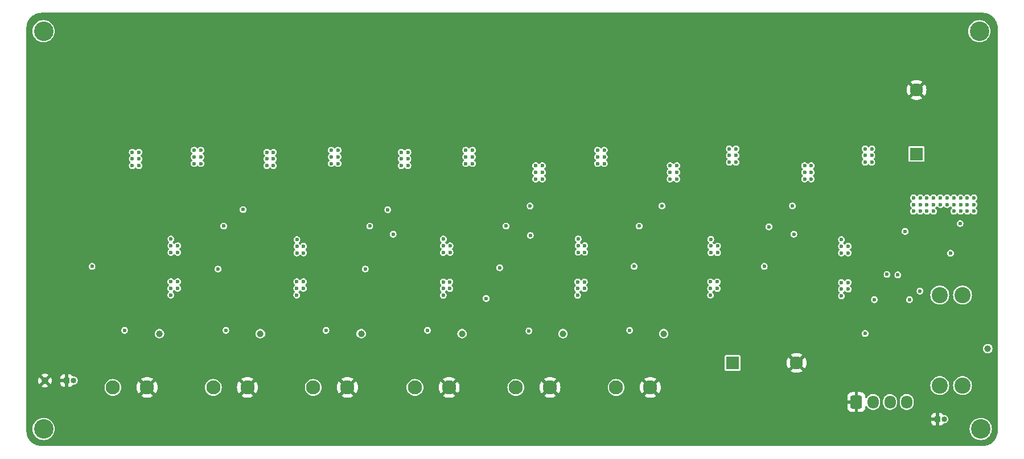
<source format=gbr>
%TF.GenerationSoftware,KiCad,Pcbnew,8.0.6*%
%TF.CreationDate,2025-03-19T14:20:47+02:00*%
%TF.ProjectId,UPD_PCB,5550445f-5043-4422-9e6b-696361645f70,1.1*%
%TF.SameCoordinates,Original*%
%TF.FileFunction,Copper,L5,Inr*%
%TF.FilePolarity,Positive*%
%FSLAX46Y46*%
G04 Gerber Fmt 4.6, Leading zero omitted, Abs format (unit mm)*
G04 Created by KiCad (PCBNEW 8.0.6) date 2025-03-19 14:20:47*
%MOMM*%
%LPD*%
G01*
G04 APERTURE LIST*
G04 Aperture macros list*
%AMRoundRect*
0 Rectangle with rounded corners*
0 $1 Rounding radius*
0 $2 $3 $4 $5 $6 $7 $8 $9 X,Y pos of 4 corners*
0 Add a 4 corners polygon primitive as box body*
4,1,4,$2,$3,$4,$5,$6,$7,$8,$9,$2,$3,0*
0 Add four circle primitives for the rounded corners*
1,1,$1+$1,$2,$3*
1,1,$1+$1,$4,$5*
1,1,$1+$1,$6,$7*
1,1,$1+$1,$8,$9*
0 Add four rect primitives between the rounded corners*
20,1,$1+$1,$2,$3,$4,$5,0*
20,1,$1+$1,$4,$5,$6,$7,0*
20,1,$1+$1,$6,$7,$8,$9,0*
20,1,$1+$1,$8,$9,$2,$3,0*%
G04 Aperture macros list end*
%TA.AperFunction,ComponentPad*%
%ADD10R,1.950000X1.950000*%
%TD*%
%TA.AperFunction,ComponentPad*%
%ADD11C,1.950000*%
%TD*%
%TA.AperFunction,ComponentPad*%
%ADD12C,2.100000*%
%TD*%
%TA.AperFunction,ComponentPad*%
%ADD13C,2.400000*%
%TD*%
%TA.AperFunction,ComponentPad*%
%ADD14RoundRect,0.250000X-0.600000X-0.725000X0.600000X-0.725000X0.600000X0.725000X-0.600000X0.725000X0*%
%TD*%
%TA.AperFunction,ComponentPad*%
%ADD15O,1.700000X1.950000*%
%TD*%
%TA.AperFunction,ComponentPad*%
%ADD16C,2.900000*%
%TD*%
%TA.AperFunction,ComponentPad*%
%ADD17C,1.000000*%
%TD*%
%TA.AperFunction,ComponentPad*%
%ADD18R,0.850000X0.850000*%
%TD*%
%TA.AperFunction,ComponentPad*%
%ADD19O,0.850000X0.850000*%
%TD*%
%TA.AperFunction,ViaPad*%
%ADD20C,0.600000*%
%TD*%
G04 APERTURE END LIST*
D10*
%TO.N,+42V_out*%
%TO.C,J10*%
X205290000Y-102370000D03*
D11*
%TO.N,GND*%
X214810000Y-102370000D03*
%TD*%
D12*
%TO.N,+24V_out*%
%TO.C,J9*%
X187970000Y-106020000D03*
%TO.N,GND*%
X193050000Y-106020000D03*
%TD*%
%TO.N,+5V_out*%
%TO.C,J8*%
X113120001Y-106020000D03*
%TO.N,GND*%
X118200001Y-106020000D03*
%TD*%
%TO.N,+12V_2_out*%
%TO.C,J7*%
X142920000Y-106020000D03*
%TO.N,GND*%
X148000000Y-106020000D03*
%TD*%
%TO.N,+12V_1_out*%
%TO.C,J6*%
X128050000Y-106019999D03*
%TO.N,GND*%
X133130000Y-106019999D03*
%TD*%
%TO.N,+16V_out*%
%TO.C,J5*%
X158050000Y-106020000D03*
%TO.N,GND*%
X163130000Y-106020000D03*
%TD*%
%TO.N,+19V_out*%
%TO.C,J4*%
X173050001Y-106020000D03*
%TO.N,GND*%
X178130001Y-106020000D03*
%TD*%
D10*
%TO.N,IP+*%
%TO.C,J2*%
X232650000Y-71260001D03*
D11*
%TO.N,GND*%
X232650000Y-61740001D03*
%TD*%
D13*
%TO.N,+42V*%
%TO.C,J1*%
X239500000Y-92265000D03*
%TO.N,+42V_out*%
X239500000Y-105735000D03*
%TO.N,+42V*%
X236100000Y-92265000D03*
%TO.N,+42V_out*%
X236100000Y-105735000D03*
%TD*%
D14*
%TO.N,GND*%
%TO.C,J11*%
X223700000Y-108200000D03*
D15*
%TO.N,+5V_out*%
X226200000Y-108200000D03*
%TO.N,INA_SDA*%
X228700000Y-108200000D03*
%TO.N,INA_SCL*%
X231200000Y-108200000D03*
%TD*%
D16*
%TO.N,N/C*%
%TO.C,REF\u002A\u002A*%
X102800000Y-53000000D03*
%TD*%
D17*
%TO.N,GND*%
%TO.C,TP1*%
X103000000Y-105000000D03*
%TD*%
D18*
%TO.N,GND*%
%TO.C,J3*%
X106250000Y-105000000D03*
D19*
%TO.N,+5V_out*%
X107250000Y-105000000D03*
%TD*%
D17*
%TO.N,+5V_out*%
%TO.C,TP7*%
X120050000Y-98020000D03*
%TD*%
%TO.N,+24V_out*%
%TO.C,TP2*%
X195050000Y-98020000D03*
%TD*%
%TO.N,+12V_2_out*%
%TO.C,TP5*%
X150050000Y-98020000D03*
%TD*%
%TO.N,+16V_out*%
%TO.C,TP6*%
X165050000Y-98020000D03*
%TD*%
%TO.N,+12V_1_out*%
%TO.C,TP3*%
X135050000Y-98020000D03*
%TD*%
D16*
%TO.N,N/C*%
%TO.C,REF\u002A\u002A*%
X242200000Y-112200000D03*
%TD*%
%TO.N,N/C*%
%TO.C,REF\u002A\u002A*%
X102800000Y-112200000D03*
%TD*%
D18*
%TO.N,GND*%
%TO.C,J12*%
X235750001Y-110750000D03*
D19*
%TO.N,VIOUT*%
X236750001Y-110750000D03*
%TD*%
D17*
%TO.N,+42V_out*%
%TO.C,TP8*%
X243250000Y-100250000D03*
%TD*%
%TO.N,+19V_out*%
%TO.C,TP4*%
X180050000Y-98020000D03*
%TD*%
D16*
%TO.N,N/C*%
%TO.C,REF\u002A\u002A*%
X242000000Y-53000000D03*
%TD*%
D20*
%TO.N,GND*%
X109034207Y-69760446D03*
X208600000Y-70600000D03*
X143000000Y-74800000D03*
X148200001Y-70000000D03*
X238949999Y-86050000D03*
X169600000Y-70800000D03*
X129077800Y-69840307D03*
X151915000Y-92000000D03*
X209600000Y-70600000D03*
X110034208Y-69760446D03*
X127227117Y-99997643D03*
X122800000Y-74800000D03*
X150076825Y-77099611D03*
X168600000Y-70800000D03*
X150200000Y-70000000D03*
X231108777Y-92200000D03*
X109000000Y-77000000D03*
X131280000Y-86920000D03*
X184632498Y-68970000D03*
X130010000Y-91800000D03*
X187200001Y-100000000D03*
X145032498Y-68969997D03*
X189400000Y-70600000D03*
X222400000Y-74912500D03*
X182600000Y-75000000D03*
X220990824Y-99520244D03*
X108034207Y-69760446D03*
X242699999Y-82800000D03*
X110000000Y-77000000D03*
X128081115Y-77081115D03*
X165032499Y-69000000D03*
X124682498Y-68950000D03*
X163000000Y-74800000D03*
X190400000Y-70600000D03*
X111280000Y-91800000D03*
X130081115Y-77081115D03*
X142136143Y-99992071D03*
X130077800Y-69840307D03*
X202200000Y-74800000D03*
X148076825Y-77099611D03*
X149200000Y-70000000D03*
X108000000Y-77000000D03*
X204294999Y-68720000D03*
X188400000Y-70600000D03*
X128077800Y-69840307D03*
X234449999Y-81550000D03*
X224407500Y-68657500D03*
X233170246Y-90675000D03*
X129081115Y-77081115D03*
X112162500Y-99991249D03*
X171915000Y-91999999D03*
X157250000Y-99991249D03*
X149076825Y-77099611D03*
X212590000Y-88000000D03*
X210600000Y-70600000D03*
X172250000Y-99991250D03*
X193887500Y-87087500D03*
X170600000Y-70800000D03*
%TO.N,+42V*%
X236199999Y-77800000D03*
X186200000Y-70700000D03*
X165600001Y-72700000D03*
X145600000Y-71699999D03*
X225000000Y-70500000D03*
X235199999Y-79799999D03*
X234200000Y-78800000D03*
X234199999Y-77800000D03*
X226000000Y-70500000D03*
X225000000Y-72500000D03*
X166600000Y-72700000D03*
X165600000Y-71700000D03*
X125200000Y-70700000D03*
X233199999Y-77799999D03*
X236199999Y-78800000D03*
X233199999Y-79800000D03*
X204800000Y-72500000D03*
X185200000Y-72700000D03*
X186200000Y-72700000D03*
X235199999Y-77800000D03*
X232200000Y-77799999D03*
X185200000Y-70700000D03*
X226000000Y-71500000D03*
X166600000Y-71700000D03*
X233199999Y-78800000D03*
X225000000Y-71499999D03*
X166600000Y-70700000D03*
X125200000Y-71700000D03*
X146600000Y-71699999D03*
X126200000Y-71700000D03*
X165600000Y-70700000D03*
X126200000Y-72700000D03*
X205800000Y-70500000D03*
X235199999Y-78800000D03*
X232199999Y-79800000D03*
X146600000Y-72700000D03*
X146600000Y-70700000D03*
X185200000Y-71700000D03*
X204800000Y-71499999D03*
X205800000Y-71500000D03*
X125200001Y-72700000D03*
X234200000Y-79799999D03*
X186200000Y-71700000D03*
X145600001Y-70700000D03*
X226000000Y-72500000D03*
X126200000Y-70700000D03*
X204800000Y-70500000D03*
X232199999Y-78800000D03*
X145600000Y-72700000D03*
X205800000Y-72500000D03*
%TO.N,+5V_out*%
X239121248Y-81628751D03*
X170645000Y-88200000D03*
X121740146Y-92276866D03*
X230949999Y-82800000D03*
X210000000Y-88000000D03*
X150645000Y-88400000D03*
X233170246Y-91675001D03*
X226399999Y-92954754D03*
X121740147Y-90276866D03*
X114837501Y-97519999D03*
X237699999Y-86050000D03*
X168630001Y-92770000D03*
X128740001Y-88400000D03*
X214400000Y-83200000D03*
X190645000Y-88000000D03*
X231599999Y-92954754D03*
X175200000Y-83400000D03*
X122740146Y-91276865D03*
X110010000Y-88000000D03*
X121740147Y-91276866D03*
X154800000Y-83200000D03*
X122740146Y-90276866D03*
%TO.N,IP+*%
X241199999Y-79800000D03*
X241199999Y-78800000D03*
X240199999Y-79799999D03*
X240199999Y-78800000D03*
X240199999Y-77800000D03*
X238199999Y-77799999D03*
X241200000Y-77799999D03*
X238199999Y-78800000D03*
X237199999Y-77799999D03*
X238199999Y-79800000D03*
X237199999Y-78800000D03*
X239199999Y-77800000D03*
X239200000Y-79800000D03*
X239200000Y-78800000D03*
%TO.N,INA_SDA*%
X228262500Y-89200000D03*
X229875000Y-89275000D03*
%TO.N,INA_SCL*%
X151318750Y-82000000D03*
X175168751Y-79013750D03*
X214200000Y-79000000D03*
X154000000Y-79575000D03*
X132481250Y-79551250D03*
X171600000Y-82000000D03*
X191400000Y-82000000D03*
X210700000Y-82100000D03*
X129600000Y-82000000D03*
X194800000Y-79000000D03*
%TO.N,+24V*%
X221483513Y-85000000D03*
X216000000Y-74000000D03*
X221483513Y-84000000D03*
X221483513Y-86000000D03*
X216000000Y-75000000D03*
X216000000Y-73000000D03*
X222483513Y-86000000D03*
X222483513Y-85000000D03*
X217000000Y-73000000D03*
X217000000Y-74000000D03*
X217000000Y-75000000D03*
%TO.N,+12V_1*%
X137000000Y-72000000D03*
X140483513Y-86000000D03*
X135999999Y-73000000D03*
X141483513Y-85000000D03*
X140483513Y-84000000D03*
X137000000Y-71000000D03*
X136000000Y-71000000D03*
X140483513Y-85000000D03*
X141483513Y-86000000D03*
X137000000Y-73000000D03*
X136000000Y-72000000D03*
%TO.N,+19V*%
X203050016Y-84965777D03*
X197000001Y-75000000D03*
X197000000Y-74000000D03*
X202050016Y-84965777D03*
X202050016Y-85965777D03*
X196000000Y-73999999D03*
X196000000Y-75000000D03*
X196000000Y-73000000D03*
X202050016Y-83965777D03*
X197000000Y-73000000D03*
X203050016Y-85965777D03*
%TO.N,+12V_2*%
X156000000Y-72000000D03*
X162269080Y-83941147D03*
X157000000Y-71000000D03*
X157000000Y-72000000D03*
X163269080Y-84941148D03*
X163269080Y-85941146D03*
X162269080Y-85941147D03*
X162269080Y-84941147D03*
X157000000Y-73000000D03*
X156000001Y-71000000D03*
X156000000Y-73000000D03*
%TO.N,+16V*%
X176000001Y-73000000D03*
X182312396Y-83908738D03*
X176000001Y-73999999D03*
X182312396Y-85908738D03*
X176000000Y-75000000D03*
X183312397Y-84908738D03*
X177000000Y-73999999D03*
X182312396Y-84908738D03*
X177000000Y-75000000D03*
X183312396Y-85908738D03*
X177000000Y-73000001D03*
%TO.N,+5V_NS*%
X121750000Y-83921959D03*
X117000001Y-73000000D03*
X116000000Y-73000000D03*
X117000000Y-71000000D03*
X116000000Y-72000000D03*
X116000000Y-71000000D03*
X122750000Y-85921959D03*
X121750000Y-85921958D03*
X121750000Y-84921959D03*
X122750000Y-84921959D03*
X117000000Y-72000000D03*
%TO.N,+24V_out*%
X221483513Y-91400000D03*
X222483514Y-90400000D03*
X221483513Y-92400000D03*
X221483513Y-90400000D03*
X190000000Y-97520000D03*
X222483514Y-91399999D03*
%TO.N,+12V_1_out*%
X141470567Y-90280581D03*
X140470567Y-92280581D03*
X140470567Y-90280581D03*
X140470567Y-91280580D03*
X129902118Y-97526393D03*
X141470567Y-91280581D03*
%TO.N,+19V_out*%
X175000000Y-97600000D03*
X203026068Y-90297736D03*
X202026068Y-91297736D03*
X202026068Y-90297736D03*
X202026069Y-92297736D03*
X203026068Y-91297736D03*
%TO.N,+12V_2_out*%
X144811143Y-97530820D03*
X163244211Y-90306474D03*
X162244212Y-90306474D03*
X162244212Y-91306474D03*
X162244211Y-92306474D03*
X163244211Y-91306473D03*
%TO.N,+16V_out*%
X182239014Y-92307606D03*
X183239014Y-90307606D03*
X182239014Y-91307606D03*
X182239014Y-90307606D03*
X183239014Y-91307606D03*
X159925001Y-97519999D03*
%TO.N,+42V_out*%
X225000000Y-98000001D03*
%TD*%
%TA.AperFunction,Conductor*%
%TO.N,GND*%
G36*
X242503736Y-50250726D02*
G01*
X242763662Y-50266448D01*
X242778524Y-50268253D01*
X242849528Y-50281264D01*
X243030969Y-50314515D01*
X243045498Y-50318096D01*
X243290523Y-50394449D01*
X243304516Y-50399755D01*
X243538562Y-50505091D01*
X243551808Y-50512044D01*
X243771449Y-50644821D01*
X243783760Y-50653319D01*
X243797810Y-50664326D01*
X243985792Y-50811601D01*
X243997000Y-50821531D01*
X244178468Y-51002999D01*
X244188398Y-51014207D01*
X244346676Y-51216233D01*
X244355180Y-51228553D01*
X244437531Y-51364778D01*
X244487952Y-51448185D01*
X244494911Y-51461444D01*
X244600242Y-51695480D01*
X244605551Y-51709480D01*
X244681901Y-51954494D01*
X244685485Y-51969034D01*
X244731746Y-52221475D01*
X244733551Y-52236339D01*
X244749273Y-52496261D01*
X244749499Y-52503748D01*
X244749499Y-112496248D01*
X244749273Y-112503735D01*
X244733550Y-112763659D01*
X244731745Y-112778523D01*
X244685484Y-113030964D01*
X244681900Y-113045504D01*
X244605550Y-113290518D01*
X244600241Y-113304518D01*
X244494910Y-113538555D01*
X244487951Y-113551814D01*
X244355182Y-113771442D01*
X244346676Y-113783765D01*
X244188398Y-113985791D01*
X244178468Y-113996999D01*
X243997000Y-114178467D01*
X243985792Y-114188397D01*
X243783765Y-114346675D01*
X243771442Y-114355181D01*
X243551814Y-114487951D01*
X243538555Y-114494910D01*
X243304517Y-114600242D01*
X243290516Y-114605551D01*
X243045506Y-114681899D01*
X243030968Y-114685483D01*
X242778525Y-114731745D01*
X242763660Y-114733550D01*
X242503736Y-114749273D01*
X242496249Y-114749499D01*
X102503751Y-114749499D01*
X102496264Y-114749273D01*
X102236339Y-114733550D01*
X102221475Y-114731745D01*
X101969035Y-114685484D01*
X101954495Y-114681900D01*
X101709481Y-114605550D01*
X101695481Y-114600241D01*
X101461445Y-114494910D01*
X101448186Y-114487951D01*
X101228557Y-114355181D01*
X101216234Y-114346675D01*
X101202192Y-114335674D01*
X101014207Y-114188397D01*
X101002999Y-114178467D01*
X100821532Y-113997000D01*
X100811602Y-113985792D01*
X100811601Y-113985791D01*
X100653320Y-113783759D01*
X100644822Y-113771448D01*
X100512045Y-113551807D01*
X100505090Y-113538555D01*
X100399756Y-113304515D01*
X100394449Y-113290518D01*
X100385761Y-113262636D01*
X100318097Y-113045497D01*
X100314515Y-113030964D01*
X100301776Y-112961451D01*
X100268254Y-112778523D01*
X100266449Y-112763660D01*
X100250727Y-112503736D01*
X100250501Y-112496249D01*
X100250501Y-112445841D01*
X100250500Y-112445827D01*
X100250500Y-112200000D01*
X101144396Y-112200000D01*
X101164778Y-112458990D01*
X101225427Y-112711610D01*
X101324843Y-112951623D01*
X101324845Y-112951627D01*
X101324846Y-112951628D01*
X101460588Y-113173140D01*
X101629311Y-113370689D01*
X101826860Y-113539412D01*
X102048372Y-113675154D01*
X102048374Y-113675154D01*
X102048376Y-113675156D01*
X102109693Y-113700554D01*
X102288390Y-113774573D01*
X102541006Y-113835221D01*
X102800000Y-113855604D01*
X103058994Y-113835221D01*
X103311610Y-113774573D01*
X103551628Y-113675154D01*
X103773140Y-113539412D01*
X103970689Y-113370689D01*
X104139412Y-113173140D01*
X104275154Y-112951628D01*
X104374573Y-112711610D01*
X104435221Y-112458994D01*
X104455604Y-112200000D01*
X240544396Y-112200000D01*
X240564778Y-112458990D01*
X240625427Y-112711610D01*
X240724843Y-112951623D01*
X240724845Y-112951627D01*
X240724846Y-112951628D01*
X240860588Y-113173140D01*
X241029311Y-113370689D01*
X241226860Y-113539412D01*
X241448372Y-113675154D01*
X241448374Y-113675154D01*
X241448376Y-113675156D01*
X241509693Y-113700554D01*
X241688390Y-113774573D01*
X241941006Y-113835221D01*
X242200000Y-113855604D01*
X242458994Y-113835221D01*
X242711610Y-113774573D01*
X242951628Y-113675154D01*
X243173140Y-113539412D01*
X243370689Y-113370689D01*
X243539412Y-113173140D01*
X243675154Y-112951628D01*
X243774573Y-112711610D01*
X243835221Y-112458994D01*
X243855604Y-112200000D01*
X243835221Y-111941006D01*
X243774573Y-111688390D01*
X243675154Y-111448372D01*
X243539412Y-111226860D01*
X243370689Y-111029311D01*
X243173140Y-110860588D01*
X242951628Y-110724846D01*
X242951627Y-110724845D01*
X242951623Y-110724843D01*
X242785627Y-110656086D01*
X242711610Y-110625427D01*
X242711611Y-110625427D01*
X242573921Y-110592370D01*
X242458994Y-110564779D01*
X242458992Y-110564778D01*
X242458991Y-110564778D01*
X242200000Y-110544396D01*
X241941009Y-110564778D01*
X241688389Y-110625427D01*
X241448376Y-110724843D01*
X241226859Y-110860588D01*
X241029311Y-111029311D01*
X240860588Y-111226859D01*
X240724843Y-111448376D01*
X240625427Y-111688389D01*
X240564778Y-111941009D01*
X240544396Y-112200000D01*
X104455604Y-112200000D01*
X104435221Y-111941006D01*
X104374573Y-111688390D01*
X104275154Y-111448372D01*
X104139412Y-111226860D01*
X104135982Y-111222844D01*
X234825001Y-111222844D01*
X234831402Y-111282372D01*
X234831404Y-111282379D01*
X234881646Y-111417086D01*
X234881650Y-111417093D01*
X234967810Y-111532187D01*
X234967813Y-111532190D01*
X235082907Y-111618350D01*
X235082914Y-111618354D01*
X235217621Y-111668596D01*
X235217628Y-111668598D01*
X235277156Y-111674999D01*
X235277173Y-111675000D01*
X235500001Y-111675000D01*
X235500001Y-111000000D01*
X234825001Y-111000000D01*
X234825001Y-111222844D01*
X104135982Y-111222844D01*
X103970689Y-111029311D01*
X103773140Y-110860588D01*
X103551628Y-110724846D01*
X103551627Y-110724845D01*
X103551623Y-110724843D01*
X103492303Y-110700272D01*
X235500001Y-110700272D01*
X235500001Y-110799728D01*
X235538061Y-110891614D01*
X235608387Y-110961940D01*
X235700273Y-111000000D01*
X235799729Y-111000000D01*
X235891615Y-110961940D01*
X235961941Y-110891614D01*
X236000001Y-110799728D01*
X236000001Y-111675000D01*
X236222829Y-111675000D01*
X236222845Y-111674999D01*
X236282373Y-111668598D01*
X236282380Y-111668596D01*
X236417087Y-111618354D01*
X236417094Y-111618350D01*
X236532188Y-111532190D01*
X236532191Y-111532187D01*
X236612291Y-111425189D01*
X236668224Y-111383318D01*
X236711557Y-111375500D01*
X236825951Y-111375500D01*
X236875111Y-111363382D01*
X236973435Y-111339148D01*
X237107935Y-111268557D01*
X237221633Y-111167830D01*
X237307922Y-111042819D01*
X237361786Y-110900791D01*
X237380095Y-110750000D01*
X237361786Y-110599209D01*
X237307922Y-110457181D01*
X237221633Y-110332170D01*
X237107935Y-110231443D01*
X236973435Y-110160852D01*
X236973434Y-110160851D01*
X236973433Y-110160851D01*
X236825951Y-110124500D01*
X236825950Y-110124500D01*
X236711557Y-110124500D01*
X236644518Y-110104815D01*
X236612291Y-110074811D01*
X236532191Y-109967812D01*
X236532188Y-109967809D01*
X236417094Y-109881649D01*
X236417087Y-109881645D01*
X236282380Y-109831403D01*
X236282373Y-109831401D01*
X236222845Y-109825000D01*
X236000001Y-109825000D01*
X236000001Y-110700272D01*
X235961941Y-110608386D01*
X235891615Y-110538060D01*
X235799729Y-110500000D01*
X235700273Y-110500000D01*
X235608387Y-110538060D01*
X235538061Y-110608386D01*
X235500001Y-110700272D01*
X103492303Y-110700272D01*
X103385627Y-110656086D01*
X103311610Y-110625427D01*
X103311611Y-110625427D01*
X103173921Y-110592370D01*
X103058994Y-110564779D01*
X103058992Y-110564778D01*
X103058991Y-110564778D01*
X102800000Y-110544396D01*
X102541009Y-110564778D01*
X102288389Y-110625427D01*
X102048376Y-110724843D01*
X101826859Y-110860588D01*
X101629311Y-111029311D01*
X101460588Y-111226859D01*
X101324843Y-111448376D01*
X101225427Y-111688389D01*
X101164778Y-111941009D01*
X101144396Y-112200000D01*
X100250500Y-112200000D01*
X100250500Y-110277155D01*
X234825001Y-110277155D01*
X234825001Y-110500000D01*
X235500001Y-110500000D01*
X235500001Y-109825000D01*
X235277156Y-109825000D01*
X235217628Y-109831401D01*
X235217621Y-109831403D01*
X235082914Y-109881645D01*
X235082907Y-109881649D01*
X234967813Y-109967809D01*
X234967810Y-109967812D01*
X234881650Y-110082906D01*
X234881646Y-110082913D01*
X234831404Y-110217620D01*
X234831402Y-110217627D01*
X234825001Y-110277155D01*
X100250500Y-110277155D01*
X100250500Y-106020000D01*
X111864724Y-106020000D01*
X111879710Y-106191300D01*
X111883794Y-106237975D01*
X111883794Y-106237979D01*
X111940423Y-106449322D01*
X111940425Y-106449326D01*
X111940426Y-106449330D01*
X111964267Y-106500457D01*
X112032898Y-106647638D01*
X112032899Y-106647639D01*
X112158403Y-106826877D01*
X112313124Y-106981598D01*
X112492362Y-107107102D01*
X112690671Y-107199575D01*
X112902024Y-107256207D01*
X113084927Y-107272208D01*
X113119999Y-107275277D01*
X113120001Y-107275277D01*
X113120003Y-107275277D01*
X113148255Y-107272805D01*
X113337978Y-107256207D01*
X113549331Y-107199575D01*
X113747640Y-107107102D01*
X113926878Y-106981598D01*
X114081599Y-106826877D01*
X114207103Y-106647639D01*
X114299576Y-106449330D01*
X114356208Y-106237977D01*
X114375278Y-106020000D01*
X116645208Y-106020000D01*
X116664349Y-106263219D01*
X116721304Y-106500457D01*
X116814669Y-106725861D01*
X116938505Y-106927941D01*
X117560690Y-106305755D01*
X117579669Y-106351574D01*
X117656275Y-106466224D01*
X117753777Y-106563726D01*
X117868427Y-106640332D01*
X117914243Y-106659309D01*
X117292058Y-107281494D01*
X117494139Y-107405331D01*
X117719543Y-107498696D01*
X117956781Y-107555651D01*
X117956780Y-107555651D01*
X118200001Y-107574792D01*
X118443220Y-107555651D01*
X118680458Y-107498696D01*
X118905862Y-107405331D01*
X119107942Y-107281495D01*
X119107942Y-107281494D01*
X118485758Y-106659309D01*
X118531575Y-106640332D01*
X118646225Y-106563726D01*
X118743727Y-106466224D01*
X118820333Y-106351574D01*
X118839310Y-106305756D01*
X119461495Y-106927941D01*
X119461496Y-106927941D01*
X119585332Y-106725861D01*
X119678697Y-106500457D01*
X119735652Y-106263219D01*
X119754793Y-106020000D01*
X119754793Y-106019999D01*
X126794723Y-106019999D01*
X126809709Y-106191300D01*
X126813793Y-106237974D01*
X126813793Y-106237978D01*
X126870422Y-106449321D01*
X126870424Y-106449325D01*
X126870425Y-106449329D01*
X126916661Y-106548483D01*
X126962897Y-106647637D01*
X126987998Y-106683485D01*
X127088402Y-106826876D01*
X127243123Y-106981597D01*
X127422361Y-107107101D01*
X127620670Y-107199574D01*
X127832023Y-107256206D01*
X128014926Y-107272207D01*
X128049998Y-107275276D01*
X128050000Y-107275276D01*
X128050002Y-107275276D01*
X128078254Y-107272804D01*
X128267977Y-107256206D01*
X128479330Y-107199574D01*
X128677639Y-107107101D01*
X128856877Y-106981597D01*
X129011598Y-106826876D01*
X129137102Y-106647638D01*
X129229575Y-106449329D01*
X129286207Y-106237976D01*
X129305277Y-106019999D01*
X131575207Y-106019999D01*
X131594348Y-106263218D01*
X131651303Y-106500456D01*
X131744668Y-106725860D01*
X131868504Y-106927940D01*
X132490689Y-106305754D01*
X132509668Y-106351573D01*
X132586274Y-106466223D01*
X132683776Y-106563725D01*
X132798426Y-106640331D01*
X132844242Y-106659308D01*
X132222057Y-107281493D01*
X132424138Y-107405330D01*
X132649542Y-107498695D01*
X132886780Y-107555650D01*
X132886779Y-107555650D01*
X133130000Y-107574791D01*
X133373219Y-107555650D01*
X133610457Y-107498695D01*
X133835861Y-107405330D01*
X134037941Y-107281494D01*
X134037941Y-107281493D01*
X133415757Y-106659308D01*
X133461574Y-106640331D01*
X133576224Y-106563725D01*
X133673726Y-106466223D01*
X133750332Y-106351573D01*
X133769309Y-106305755D01*
X134391494Y-106927940D01*
X134391495Y-106927940D01*
X134515331Y-106725860D01*
X134608696Y-106500456D01*
X134665651Y-106263218D01*
X134684792Y-106020000D01*
X141664723Y-106020000D01*
X141679709Y-106191300D01*
X141683793Y-106237975D01*
X141683793Y-106237979D01*
X141740422Y-106449322D01*
X141740424Y-106449326D01*
X141740425Y-106449330D01*
X141764266Y-106500457D01*
X141832897Y-106647638D01*
X141832898Y-106647639D01*
X141958402Y-106826877D01*
X142113123Y-106981598D01*
X142292361Y-107107102D01*
X142490670Y-107199575D01*
X142702023Y-107256207D01*
X142884926Y-107272208D01*
X142919998Y-107275277D01*
X142920000Y-107275277D01*
X142920002Y-107275277D01*
X142948254Y-107272805D01*
X143137977Y-107256207D01*
X143349330Y-107199575D01*
X143547639Y-107107102D01*
X143726877Y-106981598D01*
X143881598Y-106826877D01*
X144007102Y-106647639D01*
X144099575Y-106449330D01*
X144156207Y-106237977D01*
X144175277Y-106020000D01*
X146445207Y-106020000D01*
X146464348Y-106263219D01*
X146521303Y-106500457D01*
X146614668Y-106725861D01*
X146738504Y-106927941D01*
X147360689Y-106305755D01*
X147379668Y-106351574D01*
X147456274Y-106466224D01*
X147553776Y-106563726D01*
X147668426Y-106640332D01*
X147714242Y-106659309D01*
X147092057Y-107281494D01*
X147294138Y-107405331D01*
X147519542Y-107498696D01*
X147756780Y-107555651D01*
X147756779Y-107555651D01*
X148000000Y-107574792D01*
X148243219Y-107555651D01*
X148480457Y-107498696D01*
X148705861Y-107405331D01*
X148907941Y-107281495D01*
X148907941Y-107281494D01*
X148285757Y-106659309D01*
X148331574Y-106640332D01*
X148446224Y-106563726D01*
X148543726Y-106466224D01*
X148620332Y-106351574D01*
X148639309Y-106305756D01*
X149261494Y-106927941D01*
X149261495Y-106927941D01*
X149385331Y-106725861D01*
X149478696Y-106500457D01*
X149535651Y-106263219D01*
X149554792Y-106020000D01*
X156794723Y-106020000D01*
X156809709Y-106191300D01*
X156813793Y-106237975D01*
X156813793Y-106237979D01*
X156870422Y-106449322D01*
X156870424Y-106449326D01*
X156870425Y-106449330D01*
X156894266Y-106500457D01*
X156962897Y-106647638D01*
X156962898Y-106647639D01*
X157088402Y-106826877D01*
X157243123Y-106981598D01*
X157422361Y-107107102D01*
X157620670Y-107199575D01*
X157832023Y-107256207D01*
X158014926Y-107272208D01*
X158049998Y-107275277D01*
X158050000Y-107275277D01*
X158050002Y-107275277D01*
X158078254Y-107272805D01*
X158267977Y-107256207D01*
X158479330Y-107199575D01*
X158677639Y-107107102D01*
X158856877Y-106981598D01*
X159011598Y-106826877D01*
X159137102Y-106647639D01*
X159229575Y-106449330D01*
X159286207Y-106237977D01*
X159305277Y-106020000D01*
X161575207Y-106020000D01*
X161594348Y-106263219D01*
X161651303Y-106500457D01*
X161744668Y-106725861D01*
X161868504Y-106927941D01*
X162490689Y-106305755D01*
X162509668Y-106351574D01*
X162586274Y-106466224D01*
X162683776Y-106563726D01*
X162798426Y-106640332D01*
X162844242Y-106659309D01*
X162222057Y-107281494D01*
X162424138Y-107405331D01*
X162649542Y-107498696D01*
X162886780Y-107555651D01*
X162886779Y-107555651D01*
X163130000Y-107574792D01*
X163373219Y-107555651D01*
X163610457Y-107498696D01*
X163835861Y-107405331D01*
X164037941Y-107281495D01*
X164037941Y-107281494D01*
X163415757Y-106659309D01*
X163461574Y-106640332D01*
X163576224Y-106563726D01*
X163673726Y-106466224D01*
X163750332Y-106351574D01*
X163769309Y-106305756D01*
X164391494Y-106927941D01*
X164391495Y-106927941D01*
X164515331Y-106725861D01*
X164608696Y-106500457D01*
X164665651Y-106263219D01*
X164684792Y-106020000D01*
X171794724Y-106020000D01*
X171809710Y-106191300D01*
X171813794Y-106237975D01*
X171813794Y-106237979D01*
X171870423Y-106449322D01*
X171870425Y-106449326D01*
X171870426Y-106449330D01*
X171894267Y-106500457D01*
X171962898Y-106647638D01*
X171962899Y-106647639D01*
X172088403Y-106826877D01*
X172243124Y-106981598D01*
X172422362Y-107107102D01*
X172620671Y-107199575D01*
X172832024Y-107256207D01*
X173014927Y-107272208D01*
X173049999Y-107275277D01*
X173050001Y-107275277D01*
X173050003Y-107275277D01*
X173078255Y-107272805D01*
X173267978Y-107256207D01*
X173479331Y-107199575D01*
X173677640Y-107107102D01*
X173856878Y-106981598D01*
X174011599Y-106826877D01*
X174137103Y-106647639D01*
X174229576Y-106449330D01*
X174286208Y-106237977D01*
X174305278Y-106020000D01*
X176575208Y-106020000D01*
X176594349Y-106263219D01*
X176651304Y-106500457D01*
X176744669Y-106725861D01*
X176868505Y-106927941D01*
X177490690Y-106305755D01*
X177509669Y-106351574D01*
X177586275Y-106466224D01*
X177683777Y-106563726D01*
X177798427Y-106640332D01*
X177844243Y-106659309D01*
X177222058Y-107281494D01*
X177424139Y-107405331D01*
X177649543Y-107498696D01*
X177886781Y-107555651D01*
X177886780Y-107555651D01*
X178130001Y-107574792D01*
X178373220Y-107555651D01*
X178610458Y-107498696D01*
X178835862Y-107405331D01*
X179037942Y-107281495D01*
X179037942Y-107281494D01*
X178415758Y-106659309D01*
X178461575Y-106640332D01*
X178576225Y-106563726D01*
X178673727Y-106466224D01*
X178750333Y-106351574D01*
X178769310Y-106305756D01*
X179391495Y-106927941D01*
X179391496Y-106927941D01*
X179515332Y-106725861D01*
X179608697Y-106500457D01*
X179665652Y-106263219D01*
X179684793Y-106020000D01*
X186714723Y-106020000D01*
X186729709Y-106191300D01*
X186733793Y-106237975D01*
X186733793Y-106237979D01*
X186790422Y-106449322D01*
X186790424Y-106449326D01*
X186790425Y-106449330D01*
X186814266Y-106500457D01*
X186882897Y-106647638D01*
X186882898Y-106647639D01*
X187008402Y-106826877D01*
X187163123Y-106981598D01*
X187342361Y-107107102D01*
X187540670Y-107199575D01*
X187752023Y-107256207D01*
X187934926Y-107272208D01*
X187969998Y-107275277D01*
X187970000Y-107275277D01*
X187970002Y-107275277D01*
X187998254Y-107272805D01*
X188187977Y-107256207D01*
X188399330Y-107199575D01*
X188597639Y-107107102D01*
X188776877Y-106981598D01*
X188931598Y-106826877D01*
X189057102Y-106647639D01*
X189149575Y-106449330D01*
X189206207Y-106237977D01*
X189225277Y-106020000D01*
X191495207Y-106020000D01*
X191514348Y-106263219D01*
X191571303Y-106500457D01*
X191664668Y-106725861D01*
X191788504Y-106927941D01*
X192410689Y-106305755D01*
X192429668Y-106351574D01*
X192506274Y-106466224D01*
X192603776Y-106563726D01*
X192718426Y-106640332D01*
X192764242Y-106659309D01*
X192142057Y-107281494D01*
X192344138Y-107405331D01*
X192569542Y-107498696D01*
X192806780Y-107555651D01*
X192806779Y-107555651D01*
X193050000Y-107574792D01*
X193293219Y-107555651D01*
X193530457Y-107498696D01*
X193708344Y-107425013D01*
X222350000Y-107425013D01*
X222350000Y-107950000D01*
X223295854Y-107950000D01*
X223257370Y-108016657D01*
X223225000Y-108137465D01*
X223225000Y-108262535D01*
X223257370Y-108383343D01*
X223295854Y-108450000D01*
X222350001Y-108450000D01*
X222350001Y-108974986D01*
X222360494Y-109077697D01*
X222415641Y-109244119D01*
X222415643Y-109244124D01*
X222507684Y-109393345D01*
X222631654Y-109517315D01*
X222780875Y-109609356D01*
X222780880Y-109609358D01*
X222947302Y-109664505D01*
X222947309Y-109664506D01*
X223050019Y-109674999D01*
X223449999Y-109674999D01*
X223450000Y-109674998D01*
X223450000Y-108604145D01*
X223516657Y-108642630D01*
X223637465Y-108675000D01*
X223762535Y-108675000D01*
X223883343Y-108642630D01*
X223950000Y-108604145D01*
X223950000Y-109674999D01*
X224349972Y-109674999D01*
X224349986Y-109674998D01*
X224452697Y-109664505D01*
X224619119Y-109609358D01*
X224619124Y-109609356D01*
X224768345Y-109517315D01*
X224892315Y-109393345D01*
X224984356Y-109244124D01*
X224984358Y-109244119D01*
X225039505Y-109077697D01*
X225039506Y-109077690D01*
X225049999Y-108974986D01*
X225049999Y-108903528D01*
X225069683Y-108836488D01*
X225122486Y-108790732D01*
X225191644Y-108780788D01*
X225255200Y-108809812D01*
X225277101Y-108834635D01*
X225384022Y-108994655D01*
X225530342Y-109140975D01*
X225530345Y-109140977D01*
X225702402Y-109255941D01*
X225893580Y-109335130D01*
X226096530Y-109375499D01*
X226096534Y-109375500D01*
X226096535Y-109375500D01*
X226303466Y-109375500D01*
X226303467Y-109375499D01*
X226506420Y-109335130D01*
X226697598Y-109255941D01*
X226869655Y-109140977D01*
X227015977Y-108994655D01*
X227130941Y-108822598D01*
X227210130Y-108631420D01*
X227250500Y-108428465D01*
X227250500Y-107971535D01*
X227250499Y-107971530D01*
X227649500Y-107971530D01*
X227649500Y-108428469D01*
X227689868Y-108631412D01*
X227689870Y-108631420D01*
X227769058Y-108822596D01*
X227884024Y-108994657D01*
X228030342Y-109140975D01*
X228030345Y-109140977D01*
X228202402Y-109255941D01*
X228393580Y-109335130D01*
X228596530Y-109375499D01*
X228596534Y-109375500D01*
X228596535Y-109375500D01*
X228803466Y-109375500D01*
X228803467Y-109375499D01*
X229006420Y-109335130D01*
X229197598Y-109255941D01*
X229369655Y-109140977D01*
X229515977Y-108994655D01*
X229630941Y-108822598D01*
X229710130Y-108631420D01*
X229750500Y-108428465D01*
X229750500Y-107971535D01*
X229750499Y-107971530D01*
X230149500Y-107971530D01*
X230149500Y-108428469D01*
X230189868Y-108631412D01*
X230189870Y-108631420D01*
X230269058Y-108822596D01*
X230384024Y-108994657D01*
X230530342Y-109140975D01*
X230530345Y-109140977D01*
X230702402Y-109255941D01*
X230893580Y-109335130D01*
X231096530Y-109375499D01*
X231096534Y-109375500D01*
X231096535Y-109375500D01*
X231303466Y-109375500D01*
X231303467Y-109375499D01*
X231506420Y-109335130D01*
X231697598Y-109255941D01*
X231869655Y-109140977D01*
X232015977Y-108994655D01*
X232130941Y-108822598D01*
X232210130Y-108631420D01*
X232250500Y-108428465D01*
X232250500Y-107971535D01*
X232210130Y-107768580D01*
X232130941Y-107577402D01*
X232015977Y-107405345D01*
X232015975Y-107405342D01*
X231869657Y-107259024D01*
X231780680Y-107199572D01*
X231697598Y-107144059D01*
X231608376Y-107107102D01*
X231506420Y-107064870D01*
X231506412Y-107064868D01*
X231303469Y-107024500D01*
X231303465Y-107024500D01*
X231096535Y-107024500D01*
X231096530Y-107024500D01*
X230893587Y-107064868D01*
X230893579Y-107064870D01*
X230702403Y-107144058D01*
X230530342Y-107259024D01*
X230384024Y-107405342D01*
X230269058Y-107577403D01*
X230189870Y-107768579D01*
X230189868Y-107768587D01*
X230149500Y-107971530D01*
X229750499Y-107971530D01*
X229710130Y-107768580D01*
X229630941Y-107577402D01*
X229515977Y-107405345D01*
X229515975Y-107405342D01*
X229369657Y-107259024D01*
X229280680Y-107199572D01*
X229197598Y-107144059D01*
X229108376Y-107107102D01*
X229006420Y-107064870D01*
X229006412Y-107064868D01*
X228803469Y-107024500D01*
X228803465Y-107024500D01*
X228596535Y-107024500D01*
X228596530Y-107024500D01*
X228393587Y-107064868D01*
X228393579Y-107064870D01*
X228202403Y-107144058D01*
X228030342Y-107259024D01*
X227884024Y-107405342D01*
X227769058Y-107577403D01*
X227689870Y-107768579D01*
X227689868Y-107768587D01*
X227649500Y-107971530D01*
X227250499Y-107971530D01*
X227210130Y-107768580D01*
X227130941Y-107577402D01*
X227015977Y-107405345D01*
X227015975Y-107405342D01*
X226869657Y-107259024D01*
X226780680Y-107199572D01*
X226697598Y-107144059D01*
X226608376Y-107107102D01*
X226506420Y-107064870D01*
X226506412Y-107064868D01*
X226303469Y-107024500D01*
X226303465Y-107024500D01*
X226096535Y-107024500D01*
X226096530Y-107024500D01*
X225893587Y-107064868D01*
X225893579Y-107064870D01*
X225702403Y-107144058D01*
X225530342Y-107259024D01*
X225384024Y-107405342D01*
X225323132Y-107496475D01*
X225283593Y-107555651D01*
X225277102Y-107565365D01*
X225223489Y-107610171D01*
X225154165Y-107618878D01*
X225091137Y-107588724D01*
X225054417Y-107529281D01*
X225049999Y-107496475D01*
X225049999Y-107425028D01*
X225049998Y-107425012D01*
X225039505Y-107322302D01*
X224984358Y-107155880D01*
X224984356Y-107155875D01*
X224892315Y-107006654D01*
X224768345Y-106882684D01*
X224619124Y-106790643D01*
X224619119Y-106790641D01*
X224452697Y-106735494D01*
X224452690Y-106735493D01*
X224349986Y-106725000D01*
X223950000Y-106725000D01*
X223950000Y-107795854D01*
X223883343Y-107757370D01*
X223762535Y-107725000D01*
X223637465Y-107725000D01*
X223516657Y-107757370D01*
X223450000Y-107795854D01*
X223450000Y-106725000D01*
X223050028Y-106725000D01*
X223050012Y-106725001D01*
X222947302Y-106735494D01*
X222780880Y-106790641D01*
X222780875Y-106790643D01*
X222631654Y-106882684D01*
X222507684Y-107006654D01*
X222415643Y-107155875D01*
X222415641Y-107155880D01*
X222360494Y-107322302D01*
X222360493Y-107322309D01*
X222350000Y-107425013D01*
X193708344Y-107425013D01*
X193755861Y-107405331D01*
X193957941Y-107281495D01*
X193957941Y-107281494D01*
X193335757Y-106659309D01*
X193381574Y-106640332D01*
X193496224Y-106563726D01*
X193593726Y-106466224D01*
X193670332Y-106351574D01*
X193689309Y-106305756D01*
X194311494Y-106927941D01*
X194311495Y-106927941D01*
X194435331Y-106725861D01*
X194528696Y-106500457D01*
X194585651Y-106263219D01*
X194604792Y-106020000D01*
X194585651Y-105776780D01*
X194575619Y-105734993D01*
X234694700Y-105734993D01*
X234694700Y-105735006D01*
X234713864Y-105966297D01*
X234713866Y-105966308D01*
X234770842Y-106191300D01*
X234864075Y-106403848D01*
X234991016Y-106598147D01*
X234991019Y-106598151D01*
X234991021Y-106598153D01*
X235148216Y-106768913D01*
X235148219Y-106768915D01*
X235148222Y-106768918D01*
X235331365Y-106911464D01*
X235331371Y-106911468D01*
X235331374Y-106911470D01*
X235535497Y-107021936D01*
X235649487Y-107061068D01*
X235755015Y-107097297D01*
X235755017Y-107097297D01*
X235755019Y-107097298D01*
X235983951Y-107135500D01*
X235983952Y-107135500D01*
X236216048Y-107135500D01*
X236216049Y-107135500D01*
X236444981Y-107097298D01*
X236664503Y-107021936D01*
X236868626Y-106911470D01*
X236905611Y-106882684D01*
X236977306Y-106826881D01*
X237051784Y-106768913D01*
X237208979Y-106598153D01*
X237335924Y-106403849D01*
X237429157Y-106191300D01*
X237486134Y-105966305D01*
X237490087Y-105918598D01*
X237505300Y-105735006D01*
X237505300Y-105734993D01*
X238094700Y-105734993D01*
X238094700Y-105735006D01*
X238113864Y-105966297D01*
X238113866Y-105966308D01*
X238170842Y-106191300D01*
X238264075Y-106403848D01*
X238391016Y-106598147D01*
X238391019Y-106598151D01*
X238391021Y-106598153D01*
X238548216Y-106768913D01*
X238548219Y-106768915D01*
X238548222Y-106768918D01*
X238731365Y-106911464D01*
X238731371Y-106911468D01*
X238731374Y-106911470D01*
X238935497Y-107021936D01*
X239049487Y-107061068D01*
X239155015Y-107097297D01*
X239155017Y-107097297D01*
X239155019Y-107097298D01*
X239383951Y-107135500D01*
X239383952Y-107135500D01*
X239616048Y-107135500D01*
X239616049Y-107135500D01*
X239844981Y-107097298D01*
X240064503Y-107021936D01*
X240268626Y-106911470D01*
X240305611Y-106882684D01*
X240377306Y-106826881D01*
X240451784Y-106768913D01*
X240608979Y-106598153D01*
X240735924Y-106403849D01*
X240829157Y-106191300D01*
X240886134Y-105966305D01*
X240890087Y-105918598D01*
X240905300Y-105735006D01*
X240905300Y-105734993D01*
X240886135Y-105503702D01*
X240886133Y-105503691D01*
X240829157Y-105278699D01*
X240735924Y-105066151D01*
X240608983Y-104871852D01*
X240608980Y-104871849D01*
X240608979Y-104871847D01*
X240451784Y-104701087D01*
X240451779Y-104701083D01*
X240451777Y-104701081D01*
X240268634Y-104558535D01*
X240268628Y-104558531D01*
X240064504Y-104448064D01*
X240064495Y-104448061D01*
X239844984Y-104372702D01*
X239673282Y-104344050D01*
X239616049Y-104334500D01*
X239383951Y-104334500D01*
X239338164Y-104342140D01*
X239155015Y-104372702D01*
X238935504Y-104448061D01*
X238935495Y-104448064D01*
X238731371Y-104558531D01*
X238731365Y-104558535D01*
X238548222Y-104701081D01*
X238548219Y-104701084D01*
X238391016Y-104871852D01*
X238264075Y-105066151D01*
X238170842Y-105278699D01*
X238113866Y-105503691D01*
X238113864Y-105503702D01*
X238094700Y-105734993D01*
X237505300Y-105734993D01*
X237486135Y-105503702D01*
X237486133Y-105503691D01*
X237429157Y-105278699D01*
X237335924Y-105066151D01*
X237208983Y-104871852D01*
X237208980Y-104871849D01*
X237208979Y-104871847D01*
X237051784Y-104701087D01*
X237051779Y-104701083D01*
X237051777Y-104701081D01*
X236868634Y-104558535D01*
X236868628Y-104558531D01*
X236664504Y-104448064D01*
X236664495Y-104448061D01*
X236444984Y-104372702D01*
X236273282Y-104344050D01*
X236216049Y-104334500D01*
X235983951Y-104334500D01*
X235938164Y-104342140D01*
X235755015Y-104372702D01*
X235535504Y-104448061D01*
X235535495Y-104448064D01*
X235331371Y-104558531D01*
X235331365Y-104558535D01*
X235148222Y-104701081D01*
X235148219Y-104701084D01*
X234991016Y-104871852D01*
X234864075Y-105066151D01*
X234770842Y-105278699D01*
X234713866Y-105503691D01*
X234713864Y-105503702D01*
X234694700Y-105734993D01*
X194575619Y-105734993D01*
X194528696Y-105539542D01*
X194435331Y-105314138D01*
X194311494Y-105112057D01*
X193689309Y-105734242D01*
X193670332Y-105688426D01*
X193593726Y-105573776D01*
X193496224Y-105476274D01*
X193381574Y-105399668D01*
X193335756Y-105380689D01*
X193957941Y-104758504D01*
X193755861Y-104634668D01*
X193530457Y-104541303D01*
X193293219Y-104484348D01*
X193293220Y-104484348D01*
X193050000Y-104465207D01*
X192806780Y-104484348D01*
X192569542Y-104541303D01*
X192344138Y-104634668D01*
X192142057Y-104758504D01*
X192764243Y-105380689D01*
X192718426Y-105399668D01*
X192603776Y-105476274D01*
X192506274Y-105573776D01*
X192429668Y-105688426D01*
X192410690Y-105734243D01*
X191788504Y-105112057D01*
X191664668Y-105314138D01*
X191571303Y-105539542D01*
X191514348Y-105776780D01*
X191495207Y-106020000D01*
X189225277Y-106020000D01*
X189206207Y-105802023D01*
X189149575Y-105590670D01*
X189057102Y-105392362D01*
X189057100Y-105392359D01*
X189057099Y-105392357D01*
X188931599Y-105213124D01*
X188860089Y-105141614D01*
X188776877Y-105058402D01*
X188597642Y-104932900D01*
X188597638Y-104932897D01*
X188466725Y-104871852D01*
X188399330Y-104840425D01*
X188399326Y-104840424D01*
X188399322Y-104840422D01*
X188187977Y-104783793D01*
X187970002Y-104764723D01*
X187969998Y-104764723D01*
X187824682Y-104777436D01*
X187752023Y-104783793D01*
X187752020Y-104783793D01*
X187540677Y-104840422D01*
X187540668Y-104840426D01*
X187342361Y-104932898D01*
X187342357Y-104932900D01*
X187163121Y-105058402D01*
X187008402Y-105213121D01*
X186882900Y-105392357D01*
X186882898Y-105392361D01*
X186879491Y-105399668D01*
X186790426Y-105590669D01*
X186790422Y-105590677D01*
X186733793Y-105802020D01*
X186733793Y-105802024D01*
X186717739Y-105985531D01*
X186714723Y-106020000D01*
X179684793Y-106020000D01*
X179665652Y-105776780D01*
X179608697Y-105539542D01*
X179515332Y-105314138D01*
X179391495Y-105112057D01*
X178769310Y-105734242D01*
X178750333Y-105688426D01*
X178673727Y-105573776D01*
X178576225Y-105476274D01*
X178461575Y-105399668D01*
X178415757Y-105380689D01*
X179037942Y-104758504D01*
X178835862Y-104634668D01*
X178610458Y-104541303D01*
X178373220Y-104484348D01*
X178373221Y-104484348D01*
X178130001Y-104465207D01*
X177886781Y-104484348D01*
X177649543Y-104541303D01*
X177424139Y-104634668D01*
X177222058Y-104758504D01*
X177844244Y-105380689D01*
X177798427Y-105399668D01*
X177683777Y-105476274D01*
X177586275Y-105573776D01*
X177509669Y-105688426D01*
X177490691Y-105734243D01*
X176868505Y-105112057D01*
X176744669Y-105314138D01*
X176651304Y-105539542D01*
X176594349Y-105776780D01*
X176575208Y-106020000D01*
X174305278Y-106020000D01*
X174286208Y-105802023D01*
X174229576Y-105590670D01*
X174137103Y-105392362D01*
X174137101Y-105392359D01*
X174137100Y-105392357D01*
X174011600Y-105213124D01*
X173940090Y-105141614D01*
X173856878Y-105058402D01*
X173677643Y-104932900D01*
X173677639Y-104932897D01*
X173546726Y-104871852D01*
X173479331Y-104840425D01*
X173479327Y-104840424D01*
X173479323Y-104840422D01*
X173267978Y-104783793D01*
X173050003Y-104764723D01*
X173049999Y-104764723D01*
X172904683Y-104777436D01*
X172832024Y-104783793D01*
X172832021Y-104783793D01*
X172620678Y-104840422D01*
X172620669Y-104840426D01*
X172422362Y-104932898D01*
X172422358Y-104932900D01*
X172243122Y-105058402D01*
X172088403Y-105213121D01*
X171962901Y-105392357D01*
X171962899Y-105392361D01*
X171959492Y-105399668D01*
X171870427Y-105590669D01*
X171870423Y-105590677D01*
X171813794Y-105802020D01*
X171813794Y-105802024D01*
X171797740Y-105985531D01*
X171794724Y-106020000D01*
X164684792Y-106020000D01*
X164665651Y-105776780D01*
X164608696Y-105539542D01*
X164515331Y-105314138D01*
X164391494Y-105112057D01*
X163769309Y-105734242D01*
X163750332Y-105688426D01*
X163673726Y-105573776D01*
X163576224Y-105476274D01*
X163461574Y-105399668D01*
X163415756Y-105380689D01*
X164037941Y-104758504D01*
X163835861Y-104634668D01*
X163610457Y-104541303D01*
X163373219Y-104484348D01*
X163373220Y-104484348D01*
X163130000Y-104465207D01*
X162886780Y-104484348D01*
X162649542Y-104541303D01*
X162424138Y-104634668D01*
X162222057Y-104758504D01*
X162844243Y-105380689D01*
X162798426Y-105399668D01*
X162683776Y-105476274D01*
X162586274Y-105573776D01*
X162509668Y-105688426D01*
X162490690Y-105734243D01*
X161868504Y-105112057D01*
X161744668Y-105314138D01*
X161651303Y-105539542D01*
X161594348Y-105776780D01*
X161575207Y-106020000D01*
X159305277Y-106020000D01*
X159286207Y-105802023D01*
X159229575Y-105590670D01*
X159137102Y-105392362D01*
X159137100Y-105392359D01*
X159137099Y-105392357D01*
X159011599Y-105213124D01*
X158940089Y-105141614D01*
X158856877Y-105058402D01*
X158677642Y-104932900D01*
X158677638Y-104932897D01*
X158546725Y-104871852D01*
X158479330Y-104840425D01*
X158479326Y-104840424D01*
X158479322Y-104840422D01*
X158267977Y-104783793D01*
X158050002Y-104764723D01*
X158049998Y-104764723D01*
X157904682Y-104777436D01*
X157832023Y-104783793D01*
X157832020Y-104783793D01*
X157620677Y-104840422D01*
X157620668Y-104840426D01*
X157422361Y-104932898D01*
X157422357Y-104932900D01*
X157243121Y-105058402D01*
X157088402Y-105213121D01*
X156962900Y-105392357D01*
X156962898Y-105392361D01*
X156959491Y-105399668D01*
X156870426Y-105590669D01*
X156870422Y-105590677D01*
X156813793Y-105802020D01*
X156813793Y-105802024D01*
X156797739Y-105985531D01*
X156794723Y-106020000D01*
X149554792Y-106020000D01*
X149535651Y-105776780D01*
X149478696Y-105539542D01*
X149385331Y-105314138D01*
X149261494Y-105112057D01*
X148639309Y-105734242D01*
X148620332Y-105688426D01*
X148543726Y-105573776D01*
X148446224Y-105476274D01*
X148331574Y-105399668D01*
X148285756Y-105380689D01*
X148907941Y-104758504D01*
X148705861Y-104634668D01*
X148480457Y-104541303D01*
X148243219Y-104484348D01*
X148243220Y-104484348D01*
X148000000Y-104465207D01*
X147756780Y-104484348D01*
X147519542Y-104541303D01*
X147294138Y-104634668D01*
X147092057Y-104758504D01*
X147714243Y-105380689D01*
X147668426Y-105399668D01*
X147553776Y-105476274D01*
X147456274Y-105573776D01*
X147379668Y-105688426D01*
X147360690Y-105734243D01*
X146738504Y-105112057D01*
X146614668Y-105314138D01*
X146521303Y-105539542D01*
X146464348Y-105776780D01*
X146445207Y-106020000D01*
X144175277Y-106020000D01*
X144156207Y-105802023D01*
X144099575Y-105590670D01*
X144007102Y-105392362D01*
X144007100Y-105392359D01*
X144007099Y-105392357D01*
X143881599Y-105213124D01*
X143810089Y-105141614D01*
X143726877Y-105058402D01*
X143547642Y-104932900D01*
X143547638Y-104932897D01*
X143416725Y-104871852D01*
X143349330Y-104840425D01*
X143349326Y-104840424D01*
X143349322Y-104840422D01*
X143137977Y-104783793D01*
X142920002Y-104764723D01*
X142919998Y-104764723D01*
X142774682Y-104777436D01*
X142702023Y-104783793D01*
X142702020Y-104783793D01*
X142490677Y-104840422D01*
X142490668Y-104840426D01*
X142292361Y-104932898D01*
X142292357Y-104932900D01*
X142113121Y-105058402D01*
X141958402Y-105213121D01*
X141832900Y-105392357D01*
X141832898Y-105392361D01*
X141829491Y-105399668D01*
X141740426Y-105590669D01*
X141740422Y-105590677D01*
X141683793Y-105802020D01*
X141683793Y-105802024D01*
X141667739Y-105985531D01*
X141664723Y-106020000D01*
X134684792Y-106020000D01*
X134684792Y-106019999D01*
X134665651Y-105776779D01*
X134608696Y-105539541D01*
X134515331Y-105314137D01*
X134391494Y-105112056D01*
X133769309Y-105734241D01*
X133750332Y-105688425D01*
X133673726Y-105573775D01*
X133576224Y-105476273D01*
X133461574Y-105399667D01*
X133415756Y-105380688D01*
X134037941Y-104758503D01*
X133835861Y-104634667D01*
X133610457Y-104541302D01*
X133373219Y-104484347D01*
X133373220Y-104484347D01*
X133130000Y-104465206D01*
X132886780Y-104484347D01*
X132649542Y-104541302D01*
X132424138Y-104634667D01*
X132222057Y-104758503D01*
X132844243Y-105380688D01*
X132798426Y-105399667D01*
X132683776Y-105476273D01*
X132586274Y-105573775D01*
X132509668Y-105688425D01*
X132490690Y-105734242D01*
X131868504Y-105112056D01*
X131744668Y-105314137D01*
X131651303Y-105539541D01*
X131594348Y-105776779D01*
X131575207Y-106019999D01*
X129305277Y-106019999D01*
X129286207Y-105802022D01*
X129229575Y-105590669D01*
X129137102Y-105392361D01*
X129137099Y-105392357D01*
X129137099Y-105392356D01*
X129011599Y-105213123D01*
X128940090Y-105141614D01*
X128856877Y-105058401D01*
X128702453Y-104950272D01*
X128677638Y-104932896D01*
X128578484Y-104886660D01*
X128479330Y-104840424D01*
X128479326Y-104840423D01*
X128479322Y-104840421D01*
X128267977Y-104783792D01*
X128050002Y-104764722D01*
X128049998Y-104764722D01*
X127904682Y-104777435D01*
X127832023Y-104783792D01*
X127832020Y-104783792D01*
X127620677Y-104840421D01*
X127620668Y-104840425D01*
X127422361Y-104932897D01*
X127422357Y-104932899D01*
X127243121Y-105058401D01*
X127088402Y-105213120D01*
X126962900Y-105392356D01*
X126962898Y-105392360D01*
X126897609Y-105532372D01*
X126870426Y-105590668D01*
X126870422Y-105590676D01*
X126813793Y-105802019D01*
X126813793Y-105802023D01*
X126800755Y-105951056D01*
X126794723Y-106019999D01*
X119754793Y-106019999D01*
X119735652Y-105776780D01*
X119678697Y-105539542D01*
X119585332Y-105314138D01*
X119461495Y-105112057D01*
X118839310Y-105734242D01*
X118820333Y-105688426D01*
X118743727Y-105573776D01*
X118646225Y-105476274D01*
X118531575Y-105399668D01*
X118485757Y-105380689D01*
X119107942Y-104758504D01*
X118905862Y-104634668D01*
X118680458Y-104541303D01*
X118443220Y-104484348D01*
X118443221Y-104484348D01*
X118200001Y-104465207D01*
X117956781Y-104484348D01*
X117719543Y-104541303D01*
X117494139Y-104634668D01*
X117292058Y-104758504D01*
X117914244Y-105380689D01*
X117868427Y-105399668D01*
X117753777Y-105476274D01*
X117656275Y-105573776D01*
X117579669Y-105688426D01*
X117560691Y-105734243D01*
X116938505Y-105112057D01*
X116814669Y-105314138D01*
X116721304Y-105539542D01*
X116664349Y-105776780D01*
X116645208Y-106020000D01*
X114375278Y-106020000D01*
X114356208Y-105802023D01*
X114299576Y-105590670D01*
X114207103Y-105392362D01*
X114207101Y-105392359D01*
X114207100Y-105392357D01*
X114081600Y-105213124D01*
X114010090Y-105141614D01*
X113926878Y-105058402D01*
X113747643Y-104932900D01*
X113747639Y-104932897D01*
X113616726Y-104871852D01*
X113549331Y-104840425D01*
X113549327Y-104840424D01*
X113549323Y-104840422D01*
X113337978Y-104783793D01*
X113120003Y-104764723D01*
X113119999Y-104764723D01*
X112974683Y-104777436D01*
X112902024Y-104783793D01*
X112902021Y-104783793D01*
X112690678Y-104840422D01*
X112690669Y-104840426D01*
X112492362Y-104932898D01*
X112492358Y-104932900D01*
X112313122Y-105058402D01*
X112158403Y-105213121D01*
X112032901Y-105392357D01*
X112032899Y-105392361D01*
X112029492Y-105399668D01*
X111940427Y-105590669D01*
X111940423Y-105590677D01*
X111883794Y-105802020D01*
X111883794Y-105802024D01*
X111867740Y-105985531D01*
X111864724Y-106020000D01*
X100250500Y-106020000D01*
X100250500Y-105862075D01*
X102491476Y-105862075D01*
X102615462Y-105928348D01*
X102803969Y-105985531D01*
X102803965Y-105985531D01*
X103000000Y-106004838D01*
X103196032Y-105985531D01*
X103384537Y-105928348D01*
X103508523Y-105862076D01*
X103508523Y-105862075D01*
X103000001Y-105353553D01*
X103000000Y-105353553D01*
X102491476Y-105862075D01*
X100250500Y-105862075D01*
X100250500Y-105000000D01*
X101995161Y-105000000D01*
X102014468Y-105196032D01*
X102071651Y-105384537D01*
X102137923Y-105508522D01*
X102646447Y-105000000D01*
X102596719Y-104950272D01*
X102750000Y-104950272D01*
X102750000Y-105049728D01*
X102788060Y-105141614D01*
X102858386Y-105211940D01*
X102950272Y-105250000D01*
X103049728Y-105250000D01*
X103141614Y-105211940D01*
X103211940Y-105141614D01*
X103250000Y-105049728D01*
X103250000Y-104999999D01*
X103353553Y-104999999D01*
X103353553Y-105000000D01*
X103862076Y-105508523D01*
X103881147Y-105472844D01*
X105325000Y-105472844D01*
X105331401Y-105532372D01*
X105331403Y-105532379D01*
X105381645Y-105667086D01*
X105381649Y-105667093D01*
X105467809Y-105782187D01*
X105467812Y-105782190D01*
X105582906Y-105868350D01*
X105582913Y-105868354D01*
X105717620Y-105918596D01*
X105717627Y-105918598D01*
X105777155Y-105924999D01*
X105777172Y-105925000D01*
X106000000Y-105925000D01*
X106000000Y-105250000D01*
X105325000Y-105250000D01*
X105325000Y-105472844D01*
X103881147Y-105472844D01*
X103928348Y-105384537D01*
X103985531Y-105196032D01*
X104004838Y-105000000D01*
X103999940Y-104950272D01*
X106000000Y-104950272D01*
X106000000Y-105049728D01*
X106038060Y-105141614D01*
X106108386Y-105211940D01*
X106200272Y-105250000D01*
X106299728Y-105250000D01*
X106391614Y-105211940D01*
X106461940Y-105141614D01*
X106500000Y-105049728D01*
X106500000Y-105925000D01*
X106722828Y-105925000D01*
X106722844Y-105924999D01*
X106782372Y-105918598D01*
X106782379Y-105918596D01*
X106917086Y-105868354D01*
X106917093Y-105868350D01*
X107032187Y-105782190D01*
X107032190Y-105782187D01*
X107112290Y-105675189D01*
X107168223Y-105633318D01*
X107211556Y-105625500D01*
X107325950Y-105625500D01*
X107375110Y-105613382D01*
X107473434Y-105589148D01*
X107607934Y-105518557D01*
X107721632Y-105417830D01*
X107807921Y-105292819D01*
X107861785Y-105150791D01*
X107880094Y-105000000D01*
X107861785Y-104849209D01*
X107807921Y-104707181D01*
X107721632Y-104582170D01*
X107607934Y-104481443D01*
X107473434Y-104410852D01*
X107473433Y-104410851D01*
X107473432Y-104410851D01*
X107325950Y-104374500D01*
X107325949Y-104374500D01*
X107211556Y-104374500D01*
X107144517Y-104354815D01*
X107112290Y-104324811D01*
X107032190Y-104217812D01*
X107032187Y-104217809D01*
X106917093Y-104131649D01*
X106917086Y-104131645D01*
X106782379Y-104081403D01*
X106782372Y-104081401D01*
X106722844Y-104075000D01*
X106500000Y-104075000D01*
X106500000Y-104950272D01*
X106461940Y-104858386D01*
X106391614Y-104788060D01*
X106299728Y-104750000D01*
X106200272Y-104750000D01*
X106108386Y-104788060D01*
X106038060Y-104858386D01*
X106000000Y-104950272D01*
X103999940Y-104950272D01*
X103985531Y-104803967D01*
X103928348Y-104615462D01*
X103881146Y-104527155D01*
X105325000Y-104527155D01*
X105325000Y-104750000D01*
X106000000Y-104750000D01*
X106000000Y-104075000D01*
X105777155Y-104075000D01*
X105717627Y-104081401D01*
X105717620Y-104081403D01*
X105582913Y-104131645D01*
X105582906Y-104131649D01*
X105467812Y-104217809D01*
X105467809Y-104217812D01*
X105381649Y-104332906D01*
X105381645Y-104332913D01*
X105331403Y-104467620D01*
X105331401Y-104467627D01*
X105325000Y-104527155D01*
X103881146Y-104527155D01*
X103862075Y-104491476D01*
X103353553Y-104999999D01*
X103250000Y-104999999D01*
X103250000Y-104950272D01*
X103211940Y-104858386D01*
X103141614Y-104788060D01*
X103049728Y-104750000D01*
X102950272Y-104750000D01*
X102858386Y-104788060D01*
X102788060Y-104858386D01*
X102750000Y-104950272D01*
X102596719Y-104950272D01*
X102137923Y-104491476D01*
X102071649Y-104615466D01*
X102014468Y-104803967D01*
X101995161Y-105000000D01*
X100250500Y-105000000D01*
X100250500Y-104137923D01*
X102491476Y-104137923D01*
X103000000Y-104646447D01*
X103000001Y-104646447D01*
X103508522Y-104137923D01*
X103384537Y-104071651D01*
X103196030Y-104014468D01*
X103196034Y-104014468D01*
X103000000Y-103995161D01*
X102803967Y-104014468D01*
X102615466Y-104071649D01*
X102491476Y-104137923D01*
X100250500Y-104137923D01*
X100250500Y-101375247D01*
X204114500Y-101375247D01*
X204114500Y-103364752D01*
X204126131Y-103423229D01*
X204126132Y-103423230D01*
X204170447Y-103489552D01*
X204236769Y-103533867D01*
X204236770Y-103533868D01*
X204295247Y-103545499D01*
X204295250Y-103545500D01*
X204295252Y-103545500D01*
X206284750Y-103545500D01*
X206284751Y-103545499D01*
X206299568Y-103542552D01*
X206343229Y-103533868D01*
X206343229Y-103533867D01*
X206343231Y-103533867D01*
X206409552Y-103489552D01*
X206453867Y-103423231D01*
X206453867Y-103423229D01*
X206453868Y-103423229D01*
X206465499Y-103364752D01*
X206465500Y-103364750D01*
X206465500Y-102369994D01*
X213329945Y-102369994D01*
X213329945Y-102370005D01*
X213350130Y-102613605D01*
X213410138Y-102850573D01*
X213508330Y-103074429D01*
X213604626Y-103221819D01*
X214208958Y-102617487D01*
X214233978Y-102677890D01*
X214305112Y-102784351D01*
X214395649Y-102874888D01*
X214502110Y-102946022D01*
X214562511Y-102971041D01*
X213957758Y-103575794D01*
X213957758Y-103575796D01*
X214000478Y-103609046D01*
X214000484Y-103609050D01*
X214215468Y-103725394D01*
X214215476Y-103725397D01*
X214446664Y-103804765D01*
X214687779Y-103845000D01*
X214932221Y-103845000D01*
X215173335Y-103804765D01*
X215404523Y-103725397D01*
X215404531Y-103725394D01*
X215619514Y-103609051D01*
X215619514Y-103609050D01*
X215662240Y-103575795D01*
X215662240Y-103575794D01*
X215057488Y-102971041D01*
X215117890Y-102946022D01*
X215224351Y-102874888D01*
X215314888Y-102784351D01*
X215386022Y-102677890D01*
X215411041Y-102617488D01*
X216015372Y-103221819D01*
X216111667Y-103074431D01*
X216111672Y-103074423D01*
X216209861Y-102850573D01*
X216269869Y-102613605D01*
X216290055Y-102370005D01*
X216290055Y-102369994D01*
X216269869Y-102126394D01*
X216209861Y-101889426D01*
X216111669Y-101665570D01*
X216015372Y-101518179D01*
X215411041Y-102122510D01*
X215386022Y-102062110D01*
X215314888Y-101955649D01*
X215224351Y-101865112D01*
X215117890Y-101793978D01*
X215057487Y-101768958D01*
X215662240Y-101164204D01*
X215662240Y-101164203D01*
X215619514Y-101130949D01*
X215404531Y-101014605D01*
X215404523Y-101014602D01*
X215173335Y-100935234D01*
X214932221Y-100895000D01*
X214687779Y-100895000D01*
X214446664Y-100935234D01*
X214215476Y-101014602D01*
X214215468Y-101014605D01*
X214000481Y-101130951D01*
X213957758Y-101164202D01*
X213957757Y-101164204D01*
X214562511Y-101768958D01*
X214502110Y-101793978D01*
X214395649Y-101865112D01*
X214305112Y-101955649D01*
X214233978Y-102062110D01*
X214208958Y-102122511D01*
X213604626Y-101518179D01*
X213508328Y-101665575D01*
X213410138Y-101889426D01*
X213350130Y-102126394D01*
X213329945Y-102369994D01*
X206465500Y-102369994D01*
X206465500Y-101375249D01*
X206465499Y-101375247D01*
X206453868Y-101316770D01*
X206453867Y-101316769D01*
X206409552Y-101250447D01*
X206343230Y-101206132D01*
X206343229Y-101206131D01*
X206284752Y-101194500D01*
X206284748Y-101194500D01*
X204295252Y-101194500D01*
X204295247Y-101194500D01*
X204236770Y-101206131D01*
X204236769Y-101206132D01*
X204170447Y-101250447D01*
X204126132Y-101316769D01*
X204126131Y-101316770D01*
X204114500Y-101375247D01*
X100250500Y-101375247D01*
X100250500Y-100250000D01*
X242544355Y-100250000D01*
X242564859Y-100418869D01*
X242564860Y-100418874D01*
X242625182Y-100577931D01*
X242687475Y-100668177D01*
X242721817Y-100717929D01*
X242827505Y-100811560D01*
X242849150Y-100830736D01*
X242971595Y-100895000D01*
X242999775Y-100909790D01*
X243164944Y-100950500D01*
X243335056Y-100950500D01*
X243500225Y-100909790D01*
X243579692Y-100868081D01*
X243650849Y-100830736D01*
X243650850Y-100830734D01*
X243650852Y-100830734D01*
X243778183Y-100717929D01*
X243874818Y-100577930D01*
X243935140Y-100418872D01*
X243955645Y-100250000D01*
X243935140Y-100081128D01*
X243874818Y-99922070D01*
X243778183Y-99782071D01*
X243650852Y-99669266D01*
X243650849Y-99669263D01*
X243500226Y-99590210D01*
X243335056Y-99549500D01*
X243164944Y-99549500D01*
X242999773Y-99590210D01*
X242849150Y-99669263D01*
X242721816Y-99782072D01*
X242625182Y-99922068D01*
X242564860Y-100081125D01*
X242564859Y-100081130D01*
X242544355Y-100250000D01*
X100250500Y-100250000D01*
X100250500Y-97519999D01*
X114331854Y-97519999D01*
X114352335Y-97662455D01*
X114412123Y-97793370D01*
X114412124Y-97793372D01*
X114506373Y-97902142D01*
X114627448Y-97979952D01*
X114627451Y-97979953D01*
X114627450Y-97979953D01*
X114765537Y-98020498D01*
X114765539Y-98020499D01*
X114765540Y-98020499D01*
X114909463Y-98020499D01*
X114909463Y-98020498D01*
X114911159Y-98020000D01*
X119344355Y-98020000D01*
X119364859Y-98188869D01*
X119364860Y-98188874D01*
X119425182Y-98347931D01*
X119448798Y-98382144D01*
X119521817Y-98487929D01*
X119627505Y-98581560D01*
X119649150Y-98600736D01*
X119799773Y-98679789D01*
X119799775Y-98679790D01*
X119964944Y-98720500D01*
X120135056Y-98720500D01*
X120300225Y-98679790D01*
X120379692Y-98638081D01*
X120450849Y-98600736D01*
X120450850Y-98600734D01*
X120450852Y-98600734D01*
X120578183Y-98487929D01*
X120674818Y-98347930D01*
X120735140Y-98188872D01*
X120755645Y-98020000D01*
X120735140Y-97851128D01*
X120674818Y-97692070D01*
X120661845Y-97673276D01*
X120611266Y-97600000D01*
X120578183Y-97552071D01*
X120549198Y-97526393D01*
X129396471Y-97526393D01*
X129416952Y-97668849D01*
X129473820Y-97793370D01*
X129476741Y-97799766D01*
X129570990Y-97908536D01*
X129692065Y-97986346D01*
X129692068Y-97986347D01*
X129692067Y-97986347D01*
X129830154Y-98026892D01*
X129830156Y-98026893D01*
X129830157Y-98026893D01*
X129974080Y-98026893D01*
X129974080Y-98026892D01*
X129997553Y-98020000D01*
X134344355Y-98020000D01*
X134364859Y-98188869D01*
X134364860Y-98188874D01*
X134425182Y-98347931D01*
X134448798Y-98382144D01*
X134521817Y-98487929D01*
X134627505Y-98581560D01*
X134649150Y-98600736D01*
X134799773Y-98679789D01*
X134799775Y-98679790D01*
X134964944Y-98720500D01*
X135135056Y-98720500D01*
X135300225Y-98679790D01*
X135379692Y-98638081D01*
X135450849Y-98600736D01*
X135450850Y-98600734D01*
X135450852Y-98600734D01*
X135578183Y-98487929D01*
X135674818Y-98347930D01*
X135735140Y-98188872D01*
X135755645Y-98020000D01*
X135735140Y-97851128D01*
X135674818Y-97692070D01*
X135661845Y-97673276D01*
X135611266Y-97600000D01*
X135578183Y-97552071D01*
X135554195Y-97530820D01*
X144305496Y-97530820D01*
X144325977Y-97673276D01*
X144383743Y-97799764D01*
X144385766Y-97804193D01*
X144480015Y-97912963D01*
X144601090Y-97990773D01*
X144601093Y-97990774D01*
X144601092Y-97990774D01*
X144700629Y-98020000D01*
X144724101Y-98026892D01*
X144739179Y-98031319D01*
X144739181Y-98031320D01*
X144739182Y-98031320D01*
X144883105Y-98031320D01*
X144883105Y-98031319D01*
X144921655Y-98020000D01*
X149344355Y-98020000D01*
X149364859Y-98188869D01*
X149364860Y-98188874D01*
X149425182Y-98347931D01*
X149448798Y-98382144D01*
X149521817Y-98487929D01*
X149627505Y-98581560D01*
X149649150Y-98600736D01*
X149799773Y-98679789D01*
X149799775Y-98679790D01*
X149964944Y-98720500D01*
X150135056Y-98720500D01*
X150300225Y-98679790D01*
X150379692Y-98638081D01*
X150450849Y-98600736D01*
X150450850Y-98600734D01*
X150450852Y-98600734D01*
X150578183Y-98487929D01*
X150674818Y-98347930D01*
X150735140Y-98188872D01*
X150755645Y-98020000D01*
X150735140Y-97851128D01*
X150674818Y-97692070D01*
X150661845Y-97673276D01*
X150611266Y-97600000D01*
X150578183Y-97552071D01*
X150541981Y-97519999D01*
X159419354Y-97519999D01*
X159439835Y-97662455D01*
X159499623Y-97793370D01*
X159499624Y-97793372D01*
X159593873Y-97902142D01*
X159714948Y-97979952D01*
X159714951Y-97979953D01*
X159714950Y-97979953D01*
X159853037Y-98020498D01*
X159853039Y-98020499D01*
X159853040Y-98020499D01*
X159996963Y-98020499D01*
X159996963Y-98020498D01*
X159998659Y-98020000D01*
X164344355Y-98020000D01*
X164364859Y-98188869D01*
X164364860Y-98188874D01*
X164425182Y-98347931D01*
X164448798Y-98382144D01*
X164521817Y-98487929D01*
X164627505Y-98581560D01*
X164649150Y-98600736D01*
X164799773Y-98679789D01*
X164799775Y-98679790D01*
X164964944Y-98720500D01*
X165135056Y-98720500D01*
X165300225Y-98679790D01*
X165379692Y-98638081D01*
X165450849Y-98600736D01*
X165450850Y-98600734D01*
X165450852Y-98600734D01*
X165578183Y-98487929D01*
X165674818Y-98347930D01*
X165735140Y-98188872D01*
X165755645Y-98020000D01*
X165735140Y-97851128D01*
X165674818Y-97692070D01*
X165661845Y-97673276D01*
X165611266Y-97600000D01*
X174494353Y-97600000D01*
X174514834Y-97742456D01*
X174564464Y-97851128D01*
X174574623Y-97873373D01*
X174668872Y-97982143D01*
X174789947Y-98059953D01*
X174789950Y-98059954D01*
X174789949Y-98059954D01*
X174928036Y-98100499D01*
X174928038Y-98100500D01*
X174928039Y-98100500D01*
X175071962Y-98100500D01*
X175071962Y-98100499D01*
X175210053Y-98059953D01*
X175272221Y-98020000D01*
X179344355Y-98020000D01*
X179364859Y-98188869D01*
X179364860Y-98188874D01*
X179425182Y-98347931D01*
X179448798Y-98382144D01*
X179521817Y-98487929D01*
X179627505Y-98581560D01*
X179649150Y-98600736D01*
X179799773Y-98679789D01*
X179799775Y-98679790D01*
X179964944Y-98720500D01*
X180135056Y-98720500D01*
X180300225Y-98679790D01*
X180379692Y-98638081D01*
X180450849Y-98600736D01*
X180450850Y-98600734D01*
X180450852Y-98600734D01*
X180578183Y-98487929D01*
X180674818Y-98347930D01*
X180735140Y-98188872D01*
X180755645Y-98020000D01*
X180735140Y-97851128D01*
X180674818Y-97692070D01*
X180661845Y-97673276D01*
X180611266Y-97600000D01*
X180578183Y-97552071D01*
X180541982Y-97520000D01*
X189494353Y-97520000D01*
X189514834Y-97662456D01*
X189551370Y-97742457D01*
X189574623Y-97793373D01*
X189668872Y-97902143D01*
X189789947Y-97979953D01*
X189789950Y-97979954D01*
X189789949Y-97979954D01*
X189897107Y-98011417D01*
X189928032Y-98020498D01*
X189928036Y-98020499D01*
X189928038Y-98020500D01*
X189928039Y-98020500D01*
X190071962Y-98020500D01*
X190071962Y-98020499D01*
X190073661Y-98020000D01*
X194344355Y-98020000D01*
X194364859Y-98188869D01*
X194364860Y-98188874D01*
X194425182Y-98347931D01*
X194448798Y-98382144D01*
X194521817Y-98487929D01*
X194627505Y-98581560D01*
X194649150Y-98600736D01*
X194799773Y-98679789D01*
X194799775Y-98679790D01*
X194964944Y-98720500D01*
X195135056Y-98720500D01*
X195300225Y-98679790D01*
X195379692Y-98638081D01*
X195450849Y-98600736D01*
X195450850Y-98600734D01*
X195450852Y-98600734D01*
X195578183Y-98487929D01*
X195674818Y-98347930D01*
X195735140Y-98188872D01*
X195755645Y-98020000D01*
X195753217Y-98000001D01*
X224494353Y-98000001D01*
X224514834Y-98142457D01*
X224574622Y-98273372D01*
X224574623Y-98273374D01*
X224668872Y-98382144D01*
X224789947Y-98459954D01*
X224789950Y-98459955D01*
X224789949Y-98459955D01*
X224928036Y-98500500D01*
X224928038Y-98500501D01*
X224928039Y-98500501D01*
X225071962Y-98500501D01*
X225071962Y-98500500D01*
X225210053Y-98459954D01*
X225331128Y-98382144D01*
X225425377Y-98273374D01*
X225485165Y-98142458D01*
X225505647Y-98000001D01*
X225485165Y-97857544D01*
X225425377Y-97726628D01*
X225331128Y-97617858D01*
X225210053Y-97540048D01*
X225210051Y-97540047D01*
X225210049Y-97540046D01*
X225210050Y-97540046D01*
X225071963Y-97499501D01*
X225071961Y-97499501D01*
X224928039Y-97499501D01*
X224928036Y-97499501D01*
X224789949Y-97540046D01*
X224668873Y-97617857D01*
X224574623Y-97726627D01*
X224574622Y-97726629D01*
X224514834Y-97857544D01*
X224494353Y-98000001D01*
X195753217Y-98000001D01*
X195735140Y-97851128D01*
X195674818Y-97692070D01*
X195661845Y-97673276D01*
X195611266Y-97600000D01*
X195578183Y-97552071D01*
X195450852Y-97439266D01*
X195450849Y-97439263D01*
X195300226Y-97360210D01*
X195135056Y-97319500D01*
X194964944Y-97319500D01*
X194799773Y-97360210D01*
X194649150Y-97439263D01*
X194521816Y-97552072D01*
X194425182Y-97692068D01*
X194364860Y-97851125D01*
X194364859Y-97851130D01*
X194344355Y-98020000D01*
X190073661Y-98020000D01*
X190188280Y-97986346D01*
X190210050Y-97979954D01*
X190210050Y-97979953D01*
X190210053Y-97979953D01*
X190331128Y-97902143D01*
X190425377Y-97793373D01*
X190485165Y-97662457D01*
X190505647Y-97520000D01*
X190485165Y-97377543D01*
X190425377Y-97246627D01*
X190331128Y-97137857D01*
X190210053Y-97060047D01*
X190210051Y-97060046D01*
X190210049Y-97060045D01*
X190210050Y-97060045D01*
X190071963Y-97019500D01*
X190071961Y-97019500D01*
X189928039Y-97019500D01*
X189928036Y-97019500D01*
X189789949Y-97060045D01*
X189668873Y-97137856D01*
X189668872Y-97137856D01*
X189668872Y-97137857D01*
X189656290Y-97152377D01*
X189574623Y-97246626D01*
X189574622Y-97246628D01*
X189514834Y-97377543D01*
X189494353Y-97520000D01*
X180541982Y-97520000D01*
X180450852Y-97439266D01*
X180450849Y-97439263D01*
X180300226Y-97360210D01*
X180135056Y-97319500D01*
X179964944Y-97319500D01*
X179799773Y-97360210D01*
X179649150Y-97439263D01*
X179521816Y-97552072D01*
X179425182Y-97692068D01*
X179364860Y-97851125D01*
X179364859Y-97851130D01*
X179344355Y-98020000D01*
X175272221Y-98020000D01*
X175331128Y-97982143D01*
X175425377Y-97873373D01*
X175485165Y-97742457D01*
X175505647Y-97600000D01*
X175485165Y-97457543D01*
X175425377Y-97326627D01*
X175331128Y-97217857D01*
X175210053Y-97140047D01*
X175210051Y-97140046D01*
X175210049Y-97140045D01*
X175210050Y-97140045D01*
X175071963Y-97099500D01*
X175071961Y-97099500D01*
X174928039Y-97099500D01*
X174928036Y-97099500D01*
X174789949Y-97140045D01*
X174668873Y-97217856D01*
X174574623Y-97326626D01*
X174574622Y-97326628D01*
X174514834Y-97457543D01*
X174494353Y-97600000D01*
X165611266Y-97600000D01*
X165578183Y-97552071D01*
X165450852Y-97439266D01*
X165450849Y-97439263D01*
X165300226Y-97360210D01*
X165135056Y-97319500D01*
X164964944Y-97319500D01*
X164799773Y-97360210D01*
X164649150Y-97439263D01*
X164521816Y-97552072D01*
X164425182Y-97692068D01*
X164364860Y-97851125D01*
X164364859Y-97851130D01*
X164344355Y-98020000D01*
X159998659Y-98020000D01*
X160127592Y-97982143D01*
X160135051Y-97979953D01*
X160135051Y-97979952D01*
X160135054Y-97979952D01*
X160256129Y-97902142D01*
X160350378Y-97793372D01*
X160410166Y-97662456D01*
X160430648Y-97519999D01*
X160410166Y-97377542D01*
X160350378Y-97246626D01*
X160256129Y-97137856D01*
X160135054Y-97060046D01*
X160135052Y-97060045D01*
X160135050Y-97060044D01*
X160135051Y-97060044D01*
X159996964Y-97019499D01*
X159996962Y-97019499D01*
X159853040Y-97019499D01*
X159853037Y-97019499D01*
X159714950Y-97060044D01*
X159593874Y-97137855D01*
X159593873Y-97137855D01*
X159593873Y-97137856D01*
X159584497Y-97148677D01*
X159499624Y-97246625D01*
X159499623Y-97246627D01*
X159439835Y-97377542D01*
X159419354Y-97519999D01*
X150541981Y-97519999D01*
X150450852Y-97439266D01*
X150450849Y-97439263D01*
X150300226Y-97360210D01*
X150135056Y-97319500D01*
X149964944Y-97319500D01*
X149799773Y-97360210D01*
X149649150Y-97439263D01*
X149521816Y-97552072D01*
X149425182Y-97692068D01*
X149364860Y-97851125D01*
X149364859Y-97851130D01*
X149344355Y-98020000D01*
X144921655Y-98020000D01*
X145021196Y-97990773D01*
X145142271Y-97912963D01*
X145236520Y-97804193D01*
X145296308Y-97673277D01*
X145316790Y-97530820D01*
X145296308Y-97388363D01*
X145236520Y-97257447D01*
X145142271Y-97148677D01*
X145021196Y-97070867D01*
X145021194Y-97070866D01*
X145021192Y-97070865D01*
X145021193Y-97070865D01*
X144883106Y-97030320D01*
X144883104Y-97030320D01*
X144739182Y-97030320D01*
X144739179Y-97030320D01*
X144601092Y-97070865D01*
X144480016Y-97148676D01*
X144385766Y-97257446D01*
X144385765Y-97257448D01*
X144325977Y-97388363D01*
X144305496Y-97530820D01*
X135554195Y-97530820D01*
X135450852Y-97439266D01*
X135450849Y-97439263D01*
X135300226Y-97360210D01*
X135135056Y-97319500D01*
X134964944Y-97319500D01*
X134799773Y-97360210D01*
X134649150Y-97439263D01*
X134521816Y-97552072D01*
X134425182Y-97692068D01*
X134364860Y-97851125D01*
X134364859Y-97851130D01*
X134344355Y-98020000D01*
X129997553Y-98020000D01*
X130081239Y-97995428D01*
X130112168Y-97986347D01*
X130112168Y-97986346D01*
X130112171Y-97986346D01*
X130233246Y-97908536D01*
X130327495Y-97799766D01*
X130387283Y-97668850D01*
X130407765Y-97526393D01*
X130387283Y-97383936D01*
X130327495Y-97253020D01*
X130233246Y-97144250D01*
X130112171Y-97066440D01*
X130112169Y-97066439D01*
X130112167Y-97066438D01*
X130112168Y-97066438D01*
X129974081Y-97025893D01*
X129974079Y-97025893D01*
X129830157Y-97025893D01*
X129830154Y-97025893D01*
X129692067Y-97066438D01*
X129570991Y-97144249D01*
X129476741Y-97253019D01*
X129476740Y-97253021D01*
X129416952Y-97383936D01*
X129396471Y-97526393D01*
X120549198Y-97526393D01*
X120450852Y-97439266D01*
X120450849Y-97439263D01*
X120300226Y-97360210D01*
X120135056Y-97319500D01*
X119964944Y-97319500D01*
X119799773Y-97360210D01*
X119649150Y-97439263D01*
X119521816Y-97552072D01*
X119425182Y-97692068D01*
X119364860Y-97851125D01*
X119364859Y-97851130D01*
X119344355Y-98020000D01*
X114911159Y-98020000D01*
X115040092Y-97982143D01*
X115047551Y-97979953D01*
X115047551Y-97979952D01*
X115047554Y-97979952D01*
X115168629Y-97902142D01*
X115262878Y-97793372D01*
X115322666Y-97662456D01*
X115343148Y-97519999D01*
X115322666Y-97377542D01*
X115262878Y-97246626D01*
X115168629Y-97137856D01*
X115047554Y-97060046D01*
X115047552Y-97060045D01*
X115047550Y-97060044D01*
X115047551Y-97060044D01*
X114909464Y-97019499D01*
X114909462Y-97019499D01*
X114765540Y-97019499D01*
X114765537Y-97019499D01*
X114627450Y-97060044D01*
X114506374Y-97137855D01*
X114506373Y-97137855D01*
X114506373Y-97137856D01*
X114496997Y-97148677D01*
X114412124Y-97246625D01*
X114412123Y-97246627D01*
X114352335Y-97377542D01*
X114331854Y-97519999D01*
X100250500Y-97519999D01*
X100250500Y-92276866D01*
X121234499Y-92276866D01*
X121254980Y-92419322D01*
X121311215Y-92542457D01*
X121314769Y-92550239D01*
X121409018Y-92659009D01*
X121530093Y-92736819D01*
X121530096Y-92736820D01*
X121530095Y-92736820D01*
X121668182Y-92777365D01*
X121668184Y-92777366D01*
X121668185Y-92777366D01*
X121812108Y-92777366D01*
X121812108Y-92777365D01*
X121919267Y-92745901D01*
X121950196Y-92736820D01*
X121950196Y-92736819D01*
X121950199Y-92736819D01*
X122071274Y-92659009D01*
X122165523Y-92550239D01*
X122225311Y-92419323D01*
X122245793Y-92276866D01*
X122225311Y-92134409D01*
X122165523Y-92003493D01*
X122071274Y-91894723D01*
X122071271Y-91894721D01*
X122071271Y-91894720D01*
X122050204Y-91881182D01*
X122004448Y-91828379D01*
X121994504Y-91759220D01*
X122023528Y-91695664D01*
X122050201Y-91672552D01*
X122071275Y-91659009D01*
X122146436Y-91572266D01*
X122205210Y-91534495D01*
X122275079Y-91534494D01*
X122333857Y-91572267D01*
X122409018Y-91659008D01*
X122530093Y-91736818D01*
X122530096Y-91736819D01*
X122530095Y-91736819D01*
X122630930Y-91766426D01*
X122666482Y-91776865D01*
X122668182Y-91777364D01*
X122668184Y-91777365D01*
X122668185Y-91777365D01*
X122812108Y-91777365D01*
X122812108Y-91777364D01*
X122937540Y-91740535D01*
X122950196Y-91736819D01*
X122950196Y-91736818D01*
X122950199Y-91736818D01*
X123071274Y-91659008D01*
X123165523Y-91550238D01*
X123225311Y-91419322D01*
X123245793Y-91276865D01*
X123225311Y-91134408D01*
X123165523Y-91003492D01*
X123071274Y-90894722D01*
X123071271Y-90894720D01*
X123050203Y-90881180D01*
X123004448Y-90828376D01*
X122994505Y-90759217D01*
X123023531Y-90695662D01*
X123050203Y-90672550D01*
X123071274Y-90659009D01*
X123165523Y-90550239D01*
X123225311Y-90419323D01*
X123245259Y-90280581D01*
X139964920Y-90280581D01*
X139985401Y-90423037D01*
X139997744Y-90450063D01*
X140045190Y-90553954D01*
X140139439Y-90662724D01*
X140160508Y-90676264D01*
X140206263Y-90729068D01*
X140216207Y-90798227D01*
X140187182Y-90861782D01*
X140160511Y-90884894D01*
X140139440Y-90898435D01*
X140045190Y-91007206D01*
X140045189Y-91007208D01*
X139985401Y-91138123D01*
X139964920Y-91280580D01*
X139985401Y-91423036D01*
X139997744Y-91450062D01*
X140045190Y-91553953D01*
X140139439Y-91662723D01*
X140139441Y-91662724D01*
X140139441Y-91662725D01*
X140160509Y-91676264D01*
X140206265Y-91729067D01*
X140216209Y-91798226D01*
X140187185Y-91861782D01*
X140160512Y-91884894D01*
X140139443Y-91898434D01*
X140139441Y-91898436D01*
X140139439Y-91898437D01*
X140139439Y-91898438D01*
X140128739Y-91910787D01*
X140045190Y-92007207D01*
X140045189Y-92007209D01*
X139985401Y-92138124D01*
X139964920Y-92280581D01*
X139985401Y-92423037D01*
X140019009Y-92496626D01*
X140045190Y-92553954D01*
X140139439Y-92662724D01*
X140260514Y-92740534D01*
X140260517Y-92740535D01*
X140260516Y-92740535D01*
X140348698Y-92766427D01*
X140385950Y-92777365D01*
X140398603Y-92781080D01*
X140398605Y-92781081D01*
X140398606Y-92781081D01*
X140542529Y-92781081D01*
X140542529Y-92781080D01*
X140680620Y-92740534D01*
X140801695Y-92662724D01*
X140895944Y-92553954D01*
X140955732Y-92423038D01*
X140972491Y-92306474D01*
X161738564Y-92306474D01*
X161759045Y-92448930D01*
X161814843Y-92571109D01*
X161818834Y-92579847D01*
X161913083Y-92688617D01*
X162034158Y-92766427D01*
X162034161Y-92766428D01*
X162034160Y-92766428D01*
X162172247Y-92806973D01*
X162172249Y-92806974D01*
X162172250Y-92806974D01*
X162316173Y-92806974D01*
X162316173Y-92806973D01*
X162423332Y-92775509D01*
X162442095Y-92770000D01*
X168124354Y-92770000D01*
X168144835Y-92912456D01*
X168204623Y-93043371D01*
X168204624Y-93043373D01*
X168298873Y-93152143D01*
X168419948Y-93229953D01*
X168419951Y-93229954D01*
X168419950Y-93229954D01*
X168558037Y-93270499D01*
X168558039Y-93270500D01*
X168558040Y-93270500D01*
X168701963Y-93270500D01*
X168701963Y-93270499D01*
X168840054Y-93229953D01*
X168961129Y-93152143D01*
X169055378Y-93043373D01*
X169095849Y-92954754D01*
X225894352Y-92954754D01*
X225914833Y-93097210D01*
X225939921Y-93152143D01*
X225974622Y-93228127D01*
X226068871Y-93336897D01*
X226189946Y-93414707D01*
X226189949Y-93414708D01*
X226189948Y-93414708D01*
X226328035Y-93455253D01*
X226328037Y-93455254D01*
X226328038Y-93455254D01*
X226471961Y-93455254D01*
X226471961Y-93455253D01*
X226610052Y-93414707D01*
X226731127Y-93336897D01*
X226825376Y-93228127D01*
X226885164Y-93097211D01*
X226905646Y-92954754D01*
X231094352Y-92954754D01*
X231114833Y-93097210D01*
X231139921Y-93152143D01*
X231174622Y-93228127D01*
X231268871Y-93336897D01*
X231389946Y-93414707D01*
X231389949Y-93414708D01*
X231389948Y-93414708D01*
X231528035Y-93455253D01*
X231528037Y-93455254D01*
X231528038Y-93455254D01*
X231671961Y-93455254D01*
X231671961Y-93455253D01*
X231810052Y-93414707D01*
X231931127Y-93336897D01*
X232025376Y-93228127D01*
X232085164Y-93097211D01*
X232105646Y-92954754D01*
X232085164Y-92812297D01*
X232025376Y-92681381D01*
X231931127Y-92572611D01*
X231810052Y-92494801D01*
X231810050Y-92494800D01*
X231810048Y-92494799D01*
X231810049Y-92494799D01*
X231671962Y-92454254D01*
X231671960Y-92454254D01*
X231528038Y-92454254D01*
X231528035Y-92454254D01*
X231389948Y-92494799D01*
X231268872Y-92572610D01*
X231174622Y-92681380D01*
X231174621Y-92681382D01*
X231114833Y-92812297D01*
X231094352Y-92954754D01*
X226905646Y-92954754D01*
X226885164Y-92812297D01*
X226825376Y-92681381D01*
X226731127Y-92572611D01*
X226610052Y-92494801D01*
X226610050Y-92494800D01*
X226610048Y-92494799D01*
X226610049Y-92494799D01*
X226471962Y-92454254D01*
X226471960Y-92454254D01*
X226328038Y-92454254D01*
X226328035Y-92454254D01*
X226189948Y-92494799D01*
X226068872Y-92572610D01*
X225974622Y-92681380D01*
X225974621Y-92681382D01*
X225914833Y-92812297D01*
X225894352Y-92954754D01*
X169095849Y-92954754D01*
X169115166Y-92912457D01*
X169135648Y-92770000D01*
X169115166Y-92627543D01*
X169055378Y-92496627D01*
X168961129Y-92387857D01*
X168840054Y-92310047D01*
X168840052Y-92310046D01*
X168840050Y-92310045D01*
X168840051Y-92310045D01*
X168701964Y-92269500D01*
X168701962Y-92269500D01*
X168558040Y-92269500D01*
X168558037Y-92269500D01*
X168419950Y-92310045D01*
X168298874Y-92387856D01*
X168204624Y-92496626D01*
X168204623Y-92496628D01*
X168144835Y-92627543D01*
X168124354Y-92770000D01*
X162442095Y-92770000D01*
X162454261Y-92766428D01*
X162454261Y-92766427D01*
X162454264Y-92766427D01*
X162575339Y-92688617D01*
X162669588Y-92579847D01*
X162729376Y-92448931D01*
X162749858Y-92306474D01*
X162729376Y-92164017D01*
X162669588Y-92033101D01*
X162575339Y-91924331D01*
X162575336Y-91924329D01*
X162575336Y-91924328D01*
X162554269Y-91910790D01*
X162508513Y-91857987D01*
X162498569Y-91788828D01*
X162527593Y-91725272D01*
X162554266Y-91702160D01*
X162575340Y-91688617D01*
X162650501Y-91601874D01*
X162709275Y-91564103D01*
X162779144Y-91564102D01*
X162837922Y-91601875D01*
X162913083Y-91688616D01*
X163034158Y-91766426D01*
X163034161Y-91766427D01*
X163034160Y-91766427D01*
X163110453Y-91788828D01*
X163170547Y-91806473D01*
X163172247Y-91806972D01*
X163172249Y-91806973D01*
X163172250Y-91806973D01*
X163316173Y-91806973D01*
X163316173Y-91806972D01*
X163450402Y-91767560D01*
X163454261Y-91766427D01*
X163454261Y-91766426D01*
X163454264Y-91766426D01*
X163575339Y-91688616D01*
X163669588Y-91579846D01*
X163729376Y-91448930D01*
X163749858Y-91306473D01*
X163729376Y-91164016D01*
X163669588Y-91033100D01*
X163575339Y-90924330D01*
X163561741Y-90915591D01*
X163554268Y-90910788D01*
X163508513Y-90857984D01*
X163498570Y-90788825D01*
X163527596Y-90725270D01*
X163554268Y-90702158D01*
X163575339Y-90688617D01*
X163669588Y-90579847D01*
X163729376Y-90448931D01*
X163749695Y-90307606D01*
X181733367Y-90307606D01*
X181753848Y-90450062D01*
X181809129Y-90571109D01*
X181813637Y-90580979D01*
X181907886Y-90689749D01*
X181913598Y-90693420D01*
X181928957Y-90703291D01*
X181974712Y-90756095D01*
X181984655Y-90825254D01*
X181955629Y-90888809D01*
X181928957Y-90911921D01*
X181907888Y-90925461D01*
X181813637Y-91034232D01*
X181813636Y-91034234D01*
X181753848Y-91165149D01*
X181733367Y-91307606D01*
X181753848Y-91450062D01*
X181813120Y-91579847D01*
X181813637Y-91580979D01*
X181907886Y-91689749D01*
X181913594Y-91693417D01*
X181928957Y-91703291D01*
X181974712Y-91756095D01*
X181984655Y-91825254D01*
X181955629Y-91888809D01*
X181928957Y-91911921D01*
X181907888Y-91925461D01*
X181813637Y-92034232D01*
X181813636Y-92034234D01*
X181753848Y-92165149D01*
X181733367Y-92307606D01*
X181753848Y-92450062D01*
X181809129Y-92571109D01*
X181813637Y-92580979D01*
X181907886Y-92689749D01*
X182028961Y-92767559D01*
X182028964Y-92767560D01*
X182028963Y-92767560D01*
X182133435Y-92798235D01*
X182163194Y-92806973D01*
X182167050Y-92808105D01*
X182167052Y-92808106D01*
X182167053Y-92808106D01*
X182310976Y-92808106D01*
X182310976Y-92808105D01*
X182449067Y-92767559D01*
X182570142Y-92689749D01*
X182664391Y-92580979D01*
X182724179Y-92450063D01*
X182744661Y-92307606D01*
X182724179Y-92165149D01*
X182664391Y-92034233D01*
X182570142Y-91925463D01*
X182570139Y-91925461D01*
X182570139Y-91925460D01*
X182549072Y-91911922D01*
X182503316Y-91859119D01*
X182493372Y-91789960D01*
X182522396Y-91726404D01*
X182549072Y-91703290D01*
X182570139Y-91689751D01*
X182570139Y-91689750D01*
X182570142Y-91689749D01*
X182645301Y-91603009D01*
X182704078Y-91565235D01*
X182773948Y-91565235D01*
X182832726Y-91603009D01*
X182832727Y-91603010D01*
X182899334Y-91679880D01*
X182907886Y-91689749D01*
X183028961Y-91767559D01*
X183028964Y-91767560D01*
X183028963Y-91767560D01*
X183120749Y-91794510D01*
X183165350Y-91807606D01*
X183167050Y-91808105D01*
X183167052Y-91808106D01*
X183167053Y-91808106D01*
X183310976Y-91808106D01*
X183310976Y-91808105D01*
X183449067Y-91767559D01*
X183570142Y-91689749D01*
X183664391Y-91580979D01*
X183724179Y-91450063D01*
X183744661Y-91307606D01*
X183724179Y-91165149D01*
X183664391Y-91034233D01*
X183570142Y-90925463D01*
X183570139Y-90925461D01*
X183570139Y-90925460D01*
X183549072Y-90911922D01*
X183503316Y-90859119D01*
X183493372Y-90789960D01*
X183522396Y-90726404D01*
X183549072Y-90703290D01*
X183570139Y-90689751D01*
X183570139Y-90689750D01*
X183570142Y-90689749D01*
X183664391Y-90580979D01*
X183724179Y-90450063D01*
X183744661Y-90307606D01*
X183743242Y-90297736D01*
X201520421Y-90297736D01*
X201540902Y-90440192D01*
X201592856Y-90553954D01*
X201600691Y-90571109D01*
X201694940Y-90679879D01*
X201702392Y-90684668D01*
X201716011Y-90693421D01*
X201761766Y-90746225D01*
X201771709Y-90815384D01*
X201742683Y-90878939D01*
X201716011Y-90902051D01*
X201694942Y-90915591D01*
X201694940Y-90915592D01*
X201694940Y-90915593D01*
X201686388Y-90925463D01*
X201600691Y-91024362D01*
X201600690Y-91024364D01*
X201540902Y-91155279D01*
X201520421Y-91297736D01*
X201540902Y-91440192D01*
X201592856Y-91553953D01*
X201600691Y-91571109D01*
X201694940Y-91679879D01*
X201694942Y-91679880D01*
X201716011Y-91693421D01*
X201761766Y-91746225D01*
X201771709Y-91815384D01*
X201742683Y-91878939D01*
X201716013Y-91902050D01*
X201694942Y-91915591D01*
X201600692Y-92024362D01*
X201600691Y-92024364D01*
X201540903Y-92155279D01*
X201520422Y-92297736D01*
X201540903Y-92440192D01*
X201592857Y-92553954D01*
X201600692Y-92571109D01*
X201694941Y-92679879D01*
X201816016Y-92757689D01*
X201816019Y-92757690D01*
X201816018Y-92757690D01*
X201954105Y-92798235D01*
X201954107Y-92798236D01*
X201954108Y-92798236D01*
X202098031Y-92798236D01*
X202098031Y-92798235D01*
X202236122Y-92757689D01*
X202357197Y-92679879D01*
X202451446Y-92571109D01*
X202511234Y-92440193D01*
X202531716Y-92297736D01*
X202511234Y-92155279D01*
X202451446Y-92024363D01*
X202357197Y-91915593D01*
X202336124Y-91902050D01*
X202290370Y-91849247D01*
X202280426Y-91780088D01*
X202309451Y-91716532D01*
X202336121Y-91693423D01*
X202357196Y-91679879D01*
X202432355Y-91593139D01*
X202491132Y-91555365D01*
X202561002Y-91555365D01*
X202619779Y-91593138D01*
X202627352Y-91601878D01*
X202691807Y-91676264D01*
X202694940Y-91679879D01*
X202816015Y-91757689D01*
X202816018Y-91757690D01*
X202816017Y-91757690D01*
X202899302Y-91782144D01*
X202952404Y-91797736D01*
X202954104Y-91798235D01*
X202954106Y-91798236D01*
X202954107Y-91798236D01*
X203098030Y-91798236D01*
X203098030Y-91798235D01*
X203206365Y-91766426D01*
X203236118Y-91757690D01*
X203236118Y-91757689D01*
X203236121Y-91757689D01*
X203357196Y-91679879D01*
X203451445Y-91571109D01*
X203511233Y-91440193D01*
X203531715Y-91297736D01*
X203511233Y-91155279D01*
X203451445Y-91024363D01*
X203357196Y-90915593D01*
X203357193Y-90915591D01*
X203357193Y-90915590D01*
X203336126Y-90902052D01*
X203290370Y-90849249D01*
X203280426Y-90780090D01*
X203309450Y-90716534D01*
X203336126Y-90693420D01*
X203357193Y-90679881D01*
X203357193Y-90679880D01*
X203357196Y-90679879D01*
X203451445Y-90571109D01*
X203511233Y-90440193D01*
X203517012Y-90400000D01*
X220977866Y-90400000D01*
X220998347Y-90542456D01*
X221053273Y-90662724D01*
X221058136Y-90673373D01*
X221152385Y-90782143D01*
X221152387Y-90782144D01*
X221173456Y-90795685D01*
X221219211Y-90848489D01*
X221229154Y-90917648D01*
X221200128Y-90981203D01*
X221173456Y-91004315D01*
X221152387Y-91017855D01*
X221152385Y-91017856D01*
X221152385Y-91017857D01*
X221146748Y-91024363D01*
X221058136Y-91126626D01*
X221058135Y-91126628D01*
X220998347Y-91257543D01*
X220977866Y-91400000D01*
X220998347Y-91542456D01*
X221053271Y-91662721D01*
X221058136Y-91673373D01*
X221152385Y-91782143D01*
X221159837Y-91786932D01*
X221173456Y-91795685D01*
X221219211Y-91848489D01*
X221229154Y-91917648D01*
X221200128Y-91981203D01*
X221173456Y-92004315D01*
X221152387Y-92017855D01*
X221152385Y-92017856D01*
X221152385Y-92017857D01*
X221138655Y-92033702D01*
X221058136Y-92126626D01*
X221058135Y-92126628D01*
X220998347Y-92257543D01*
X220977866Y-92400000D01*
X220998347Y-92542456D01*
X221037206Y-92627543D01*
X221058136Y-92673373D01*
X221152385Y-92782143D01*
X221273460Y-92859953D01*
X221273463Y-92859954D01*
X221273462Y-92859954D01*
X221411549Y-92900499D01*
X221411551Y-92900500D01*
X221411552Y-92900500D01*
X221555475Y-92900500D01*
X221555475Y-92900499D01*
X221693566Y-92859953D01*
X221814641Y-92782143D01*
X221908890Y-92673373D01*
X221968678Y-92542457D01*
X221989160Y-92400000D01*
X221969749Y-92264993D01*
X234694700Y-92264993D01*
X234694700Y-92265006D01*
X234713864Y-92496297D01*
X234713866Y-92496308D01*
X234770842Y-92721300D01*
X234864075Y-92933848D01*
X234991016Y-93128147D01*
X234991019Y-93128151D01*
X234991021Y-93128153D01*
X235148216Y-93298913D01*
X235148219Y-93298915D01*
X235148222Y-93298918D01*
X235331365Y-93441464D01*
X235331371Y-93441468D01*
X235331374Y-93441470D01*
X235535497Y-93551936D01*
X235649487Y-93591068D01*
X235755015Y-93627297D01*
X235755017Y-93627297D01*
X235755019Y-93627298D01*
X235983951Y-93665500D01*
X235983952Y-93665500D01*
X236216048Y-93665500D01*
X236216049Y-93665500D01*
X236444981Y-93627298D01*
X236664503Y-93551936D01*
X236868626Y-93441470D01*
X237051784Y-93298913D01*
X237208979Y-93128153D01*
X237335924Y-92933849D01*
X237429157Y-92721300D01*
X237486134Y-92496305D01*
X237486259Y-92494799D01*
X237505300Y-92265006D01*
X237505300Y-92264993D01*
X238094700Y-92264993D01*
X238094700Y-92265006D01*
X238113864Y-92496297D01*
X238113866Y-92496308D01*
X238170842Y-92721300D01*
X238264075Y-92933848D01*
X238391016Y-93128147D01*
X238391019Y-93128151D01*
X238391021Y-93128153D01*
X238548216Y-93298913D01*
X238548219Y-93298915D01*
X238548222Y-93298918D01*
X238731365Y-93441464D01*
X238731371Y-93441468D01*
X238731374Y-93441470D01*
X238935497Y-93551936D01*
X239049487Y-93591068D01*
X239155015Y-93627297D01*
X239155017Y-93627297D01*
X239155019Y-93627298D01*
X239383951Y-93665500D01*
X239383952Y-93665500D01*
X239616048Y-93665500D01*
X239616049Y-93665500D01*
X239844981Y-93627298D01*
X240064503Y-93551936D01*
X240268626Y-93441470D01*
X240451784Y-93298913D01*
X240608979Y-93128153D01*
X240735924Y-92933849D01*
X240829157Y-92721300D01*
X240886134Y-92496305D01*
X240886259Y-92494799D01*
X240905300Y-92265006D01*
X240905300Y-92264993D01*
X240886135Y-92033702D01*
X240886133Y-92033691D01*
X240829157Y-91808699D01*
X240735924Y-91596151D01*
X240608983Y-91401852D01*
X240608980Y-91401849D01*
X240608979Y-91401847D01*
X240451784Y-91231087D01*
X240451779Y-91231083D01*
X240451777Y-91231081D01*
X240268634Y-91088535D01*
X240268628Y-91088531D01*
X240064504Y-90978064D01*
X240064495Y-90978061D01*
X239844984Y-90902702D01*
X239673282Y-90874050D01*
X239616049Y-90864500D01*
X239383951Y-90864500D01*
X239338164Y-90872140D01*
X239155015Y-90902702D01*
X238935504Y-90978061D01*
X238935495Y-90978064D01*
X238731371Y-91088531D01*
X238731365Y-91088535D01*
X238548222Y-91231081D01*
X238548219Y-91231084D01*
X238548216Y-91231086D01*
X238548216Y-91231087D01*
X238506075Y-91276865D01*
X238391016Y-91401852D01*
X238264075Y-91596151D01*
X238170842Y-91808699D01*
X238113866Y-92033691D01*
X238113864Y-92033702D01*
X238094700Y-92264993D01*
X237505300Y-92264993D01*
X237486135Y-92033702D01*
X237486133Y-92033691D01*
X237429157Y-91808699D01*
X237335924Y-91596151D01*
X237208983Y-91401852D01*
X237208980Y-91401849D01*
X237208979Y-91401847D01*
X237051784Y-91231087D01*
X237051779Y-91231083D01*
X237051777Y-91231081D01*
X236868634Y-91088535D01*
X236868628Y-91088531D01*
X236664504Y-90978064D01*
X236664495Y-90978061D01*
X236444984Y-90902702D01*
X236273282Y-90874050D01*
X236216049Y-90864500D01*
X235983951Y-90864500D01*
X235938164Y-90872140D01*
X235755015Y-90902702D01*
X235535504Y-90978061D01*
X235535495Y-90978064D01*
X235331371Y-91088531D01*
X235331365Y-91088535D01*
X235148222Y-91231081D01*
X235148219Y-91231084D01*
X235148216Y-91231086D01*
X235148216Y-91231087D01*
X235106075Y-91276865D01*
X234991016Y-91401852D01*
X234864075Y-91596151D01*
X234770842Y-91808699D01*
X234713866Y-92033691D01*
X234713864Y-92033702D01*
X234694700Y-92264993D01*
X221969749Y-92264993D01*
X221968678Y-92257543D01*
X221908890Y-92126627D01*
X221814641Y-92017857D01*
X221814638Y-92017855D01*
X221814638Y-92017854D01*
X221793571Y-92004316D01*
X221747815Y-91951513D01*
X221737871Y-91882354D01*
X221766895Y-91818798D01*
X221793571Y-91795684D01*
X221814638Y-91782145D01*
X221814638Y-91782144D01*
X221814641Y-91782143D01*
X221889803Y-91695400D01*
X221948577Y-91657628D01*
X222018447Y-91657627D01*
X222077225Y-91695401D01*
X222152386Y-91782142D01*
X222273461Y-91859952D01*
X222273464Y-91859953D01*
X222273463Y-91859953D01*
X222371740Y-91888809D01*
X222404530Y-91898437D01*
X222411550Y-91900498D01*
X222411552Y-91900499D01*
X222411553Y-91900499D01*
X222555476Y-91900499D01*
X222555476Y-91900498D01*
X222693567Y-91859952D01*
X222814642Y-91782142D01*
X222907479Y-91675001D01*
X232664599Y-91675001D01*
X232685080Y-91817457D01*
X232723005Y-91900499D01*
X232744869Y-91948374D01*
X232839118Y-92057144D01*
X232960193Y-92134954D01*
X232960196Y-92134955D01*
X232960195Y-92134955D01*
X233098282Y-92175500D01*
X233098284Y-92175501D01*
X233098285Y-92175501D01*
X233242208Y-92175501D01*
X233242208Y-92175500D01*
X233380299Y-92134954D01*
X233501374Y-92057144D01*
X233595623Y-91948374D01*
X233655411Y-91817458D01*
X233675893Y-91675001D01*
X233655411Y-91532544D01*
X233595623Y-91401628D01*
X233501374Y-91292858D01*
X233380299Y-91215048D01*
X233380297Y-91215047D01*
X233380295Y-91215046D01*
X233380296Y-91215046D01*
X233242209Y-91174501D01*
X233242207Y-91174501D01*
X233098285Y-91174501D01*
X233098282Y-91174501D01*
X232960195Y-91215046D01*
X232839119Y-91292857D01*
X232744869Y-91401627D01*
X232744868Y-91401629D01*
X232685080Y-91532544D01*
X232664599Y-91675001D01*
X222907479Y-91675001D01*
X222908891Y-91673372D01*
X222968679Y-91542456D01*
X222989161Y-91399999D01*
X222968679Y-91257542D01*
X222908891Y-91126626D01*
X222814642Y-91017856D01*
X222814639Y-91017854D01*
X222793571Y-91004314D01*
X222747816Y-90951510D01*
X222737873Y-90882351D01*
X222766899Y-90818796D01*
X222793571Y-90795684D01*
X222814642Y-90782143D01*
X222908891Y-90673373D01*
X222968679Y-90542457D01*
X222989161Y-90400000D01*
X222968679Y-90257543D01*
X222908891Y-90126627D01*
X222814642Y-90017857D01*
X222693567Y-89940047D01*
X222693565Y-89940046D01*
X222693563Y-89940045D01*
X222693564Y-89940045D01*
X222555477Y-89899500D01*
X222555475Y-89899500D01*
X222411553Y-89899500D01*
X222411550Y-89899500D01*
X222273463Y-89940045D01*
X222152386Y-90017857D01*
X222152383Y-90017858D01*
X222077225Y-90104596D01*
X222018447Y-90142370D01*
X221948577Y-90142370D01*
X221889800Y-90104596D01*
X221814641Y-90017857D01*
X221693566Y-89940047D01*
X221693564Y-89940046D01*
X221693562Y-89940045D01*
X221693563Y-89940045D01*
X221555476Y-89899500D01*
X221555474Y-89899500D01*
X221411552Y-89899500D01*
X221411549Y-89899500D01*
X221273462Y-89940045D01*
X221152386Y-90017856D01*
X221152385Y-90017856D01*
X221152385Y-90017857D01*
X221146748Y-90024363D01*
X221058136Y-90126626D01*
X221058135Y-90126628D01*
X220998347Y-90257543D01*
X220977866Y-90400000D01*
X203517012Y-90400000D01*
X203531715Y-90297736D01*
X203511233Y-90155279D01*
X203451445Y-90024363D01*
X203357196Y-89915593D01*
X203236121Y-89837783D01*
X203236119Y-89837782D01*
X203236117Y-89837781D01*
X203236118Y-89837781D01*
X203098031Y-89797236D01*
X203098029Y-89797236D01*
X202954107Y-89797236D01*
X202954104Y-89797236D01*
X202816017Y-89837781D01*
X202694941Y-89915592D01*
X202694940Y-89915592D01*
X202694940Y-89915593D01*
X202673753Y-89940045D01*
X202619781Y-90002332D01*
X202561003Y-90040106D01*
X202491133Y-90040106D01*
X202432355Y-90002332D01*
X202414270Y-89981461D01*
X202357196Y-89915593D01*
X202236121Y-89837783D01*
X202236119Y-89837782D01*
X202236117Y-89837781D01*
X202236118Y-89837781D01*
X202098031Y-89797236D01*
X202098029Y-89797236D01*
X201954107Y-89797236D01*
X201954104Y-89797236D01*
X201816017Y-89837781D01*
X201694941Y-89915592D01*
X201600691Y-90024362D01*
X201600690Y-90024364D01*
X201540902Y-90155279D01*
X201520421Y-90297736D01*
X183743242Y-90297736D01*
X183724179Y-90165149D01*
X183664391Y-90034233D01*
X183570142Y-89925463D01*
X183449067Y-89847653D01*
X183449065Y-89847652D01*
X183449063Y-89847651D01*
X183449064Y-89847651D01*
X183310977Y-89807106D01*
X183310975Y-89807106D01*
X183167053Y-89807106D01*
X183167050Y-89807106D01*
X183028963Y-89847651D01*
X182907887Y-89925462D01*
X182832727Y-90012202D01*
X182773949Y-90049976D01*
X182704079Y-90049976D01*
X182645301Y-90012202D01*
X182640973Y-90007207D01*
X182570142Y-89925463D01*
X182449067Y-89847653D01*
X182449065Y-89847652D01*
X182449063Y-89847651D01*
X182449064Y-89847651D01*
X182310977Y-89807106D01*
X182310975Y-89807106D01*
X182167053Y-89807106D01*
X182167050Y-89807106D01*
X182028963Y-89847651D01*
X181907887Y-89925462D01*
X181813637Y-90034232D01*
X181813636Y-90034234D01*
X181753848Y-90165149D01*
X181733367Y-90307606D01*
X163749695Y-90307606D01*
X163749858Y-90306474D01*
X163729376Y-90164017D01*
X163669588Y-90033101D01*
X163575339Y-89924331D01*
X163454264Y-89846521D01*
X163454262Y-89846520D01*
X163454260Y-89846519D01*
X163454261Y-89846519D01*
X163316174Y-89805974D01*
X163316172Y-89805974D01*
X163172250Y-89805974D01*
X163172247Y-89805974D01*
X163034160Y-89846519D01*
X162913084Y-89924330D01*
X162837924Y-90011069D01*
X162779145Y-90048843D01*
X162709276Y-90048843D01*
X162650498Y-90011069D01*
X162575340Y-89924331D01*
X162454265Y-89846521D01*
X162454263Y-89846520D01*
X162454261Y-89846519D01*
X162454262Y-89846519D01*
X162316175Y-89805974D01*
X162316173Y-89805974D01*
X162172251Y-89805974D01*
X162172248Y-89805974D01*
X162034161Y-89846519D01*
X161913085Y-89924330D01*
X161818835Y-90033100D01*
X161818834Y-90033102D01*
X161759046Y-90164017D01*
X161738565Y-90306474D01*
X161759046Y-90448930D01*
X161814844Y-90571109D01*
X161818835Y-90579847D01*
X161913084Y-90688617D01*
X161914847Y-90689750D01*
X161934155Y-90702159D01*
X161979910Y-90754963D01*
X161989853Y-90824122D01*
X161960827Y-90887677D01*
X161934155Y-90910789D01*
X161913086Y-90924329D01*
X161818835Y-91033100D01*
X161818834Y-91033102D01*
X161759046Y-91164017D01*
X161738565Y-91306474D01*
X161759046Y-91448930D01*
X161814844Y-91571109D01*
X161818835Y-91579847D01*
X161913084Y-91688617D01*
X161934153Y-91702157D01*
X161979908Y-91754959D01*
X161989853Y-91824118D01*
X161960829Y-91887674D01*
X161934156Y-91910787D01*
X161913087Y-91924327D01*
X161913085Y-91924329D01*
X161818834Y-92033100D01*
X161818833Y-92033102D01*
X161759045Y-92164017D01*
X161738564Y-92306474D01*
X140972491Y-92306474D01*
X140976214Y-92280581D01*
X140955732Y-92138124D01*
X140895944Y-92007208D01*
X140801695Y-91898438D01*
X140780622Y-91884895D01*
X140734868Y-91832092D01*
X140724924Y-91762933D01*
X140753949Y-91699377D01*
X140780621Y-91676266D01*
X140801695Y-91662723D01*
X140876853Y-91575984D01*
X140935630Y-91538210D01*
X141005500Y-91538210D01*
X141064278Y-91575984D01*
X141064279Y-91575984D01*
X141139439Y-91662724D01*
X141260514Y-91740534D01*
X141260517Y-91740535D01*
X141260516Y-91740535D01*
X141348695Y-91766426D01*
X141385950Y-91777365D01*
X141398603Y-91781080D01*
X141398605Y-91781081D01*
X141398606Y-91781081D01*
X141542529Y-91781081D01*
X141542529Y-91781080D01*
X141680620Y-91740534D01*
X141801695Y-91662724D01*
X141895944Y-91553954D01*
X141955732Y-91423038D01*
X141976214Y-91280581D01*
X141955732Y-91138124D01*
X141895944Y-91007208D01*
X141801695Y-90898438D01*
X141801692Y-90898436D01*
X141801692Y-90898435D01*
X141780625Y-90884897D01*
X141734869Y-90832094D01*
X141724925Y-90762935D01*
X141753949Y-90699379D01*
X141780625Y-90676265D01*
X141801692Y-90662726D01*
X141801692Y-90662725D01*
X141801695Y-90662724D01*
X141895944Y-90553954D01*
X141955732Y-90423038D01*
X141976214Y-90280581D01*
X141955732Y-90138124D01*
X141895944Y-90007208D01*
X141801695Y-89898438D01*
X141680620Y-89820628D01*
X141680618Y-89820627D01*
X141680616Y-89820626D01*
X141680617Y-89820626D01*
X141542530Y-89780081D01*
X141542528Y-89780081D01*
X141398606Y-89780081D01*
X141398603Y-89780081D01*
X141260516Y-89820626D01*
X141139440Y-89898437D01*
X141064280Y-89985177D01*
X141005502Y-90022951D01*
X140935632Y-90022951D01*
X140876854Y-89985177D01*
X140873634Y-89981461D01*
X140801695Y-89898438D01*
X140680620Y-89820628D01*
X140680618Y-89820627D01*
X140680616Y-89820626D01*
X140680617Y-89820626D01*
X140542530Y-89780081D01*
X140542528Y-89780081D01*
X140398606Y-89780081D01*
X140398603Y-89780081D01*
X140260516Y-89820626D01*
X140139440Y-89898437D01*
X140045190Y-90007207D01*
X140045189Y-90007209D01*
X139985401Y-90138124D01*
X139964920Y-90280581D01*
X123245259Y-90280581D01*
X123245793Y-90276866D01*
X123225311Y-90134409D01*
X123165523Y-90003493D01*
X123071274Y-89894723D01*
X122950199Y-89816913D01*
X122950197Y-89816912D01*
X122950195Y-89816911D01*
X122950196Y-89816911D01*
X122812109Y-89776366D01*
X122812107Y-89776366D01*
X122668185Y-89776366D01*
X122668182Y-89776366D01*
X122530095Y-89816911D01*
X122409019Y-89894722D01*
X122333859Y-89981461D01*
X122275080Y-90019235D01*
X122205211Y-90019235D01*
X122146433Y-89981461D01*
X122071275Y-89894723D01*
X121950200Y-89816913D01*
X121950198Y-89816912D01*
X121950196Y-89816911D01*
X121950197Y-89816911D01*
X121812110Y-89776366D01*
X121812108Y-89776366D01*
X121668186Y-89776366D01*
X121668183Y-89776366D01*
X121530096Y-89816911D01*
X121409020Y-89894722D01*
X121314770Y-90003492D01*
X121314769Y-90003494D01*
X121254981Y-90134409D01*
X121234500Y-90276866D01*
X121254981Y-90419322D01*
X121311216Y-90542457D01*
X121314770Y-90550239D01*
X121409019Y-90659009D01*
X121409021Y-90659010D01*
X121430090Y-90672551D01*
X121475845Y-90725355D01*
X121485788Y-90794514D01*
X121456762Y-90858069D01*
X121430090Y-90881181D01*
X121409021Y-90894721D01*
X121409019Y-90894722D01*
X121409019Y-90894723D01*
X121402105Y-90902702D01*
X121314770Y-91003492D01*
X121314769Y-91003494D01*
X121254981Y-91134409D01*
X121234500Y-91276866D01*
X121254981Y-91419322D01*
X121311216Y-91542457D01*
X121314770Y-91550239D01*
X121409019Y-91659009D01*
X121430088Y-91672549D01*
X121475843Y-91725351D01*
X121485788Y-91794510D01*
X121456764Y-91858066D01*
X121430091Y-91881179D01*
X121409022Y-91894719D01*
X121409020Y-91894721D01*
X121409018Y-91894722D01*
X121409018Y-91894723D01*
X121404014Y-91900498D01*
X121314769Y-92003492D01*
X121314768Y-92003494D01*
X121254980Y-92134409D01*
X121234499Y-92276866D01*
X100250500Y-92276866D01*
X100250500Y-89200000D01*
X227756853Y-89200000D01*
X227777334Y-89342456D01*
X227837122Y-89473371D01*
X227837123Y-89473373D01*
X227931372Y-89582143D01*
X228052447Y-89659953D01*
X228052450Y-89659954D01*
X228052449Y-89659954D01*
X228190536Y-89700499D01*
X228190538Y-89700500D01*
X228190539Y-89700500D01*
X228334462Y-89700500D01*
X228334462Y-89700499D01*
X228472553Y-89659953D01*
X228593628Y-89582143D01*
X228687877Y-89473373D01*
X228747665Y-89342457D01*
X228757364Y-89275000D01*
X229369353Y-89275000D01*
X229389834Y-89417456D01*
X229415370Y-89473371D01*
X229449623Y-89548373D01*
X229543872Y-89657143D01*
X229664947Y-89734953D01*
X229664950Y-89734954D01*
X229664949Y-89734954D01*
X229803036Y-89775499D01*
X229803038Y-89775500D01*
X229803039Y-89775500D01*
X229946962Y-89775500D01*
X229946962Y-89775499D01*
X230085053Y-89734953D01*
X230206128Y-89657143D01*
X230300377Y-89548373D01*
X230360165Y-89417457D01*
X230380647Y-89275000D01*
X230360165Y-89132543D01*
X230300377Y-89001627D01*
X230206128Y-88892857D01*
X230085053Y-88815047D01*
X230085051Y-88815046D01*
X230085049Y-88815045D01*
X230085050Y-88815045D01*
X229946963Y-88774500D01*
X229946961Y-88774500D01*
X229803039Y-88774500D01*
X229803036Y-88774500D01*
X229664949Y-88815045D01*
X229543873Y-88892856D01*
X229449623Y-89001626D01*
X229449622Y-89001628D01*
X229389834Y-89132543D01*
X229369353Y-89275000D01*
X228757364Y-89275000D01*
X228768147Y-89200000D01*
X228747665Y-89057543D01*
X228687877Y-88926627D01*
X228593628Y-88817857D01*
X228472553Y-88740047D01*
X228472551Y-88740046D01*
X228472549Y-88740045D01*
X228472550Y-88740045D01*
X228334463Y-88699500D01*
X228334461Y-88699500D01*
X228190539Y-88699500D01*
X228190536Y-88699500D01*
X228052449Y-88740045D01*
X227931373Y-88817856D01*
X227837123Y-88926626D01*
X227837122Y-88926628D01*
X227777334Y-89057543D01*
X227756853Y-89200000D01*
X100250500Y-89200000D01*
X100250500Y-88000000D01*
X109504353Y-88000000D01*
X109524834Y-88142456D01*
X109584622Y-88273371D01*
X109584623Y-88273373D01*
X109678872Y-88382143D01*
X109799947Y-88459953D01*
X109799950Y-88459954D01*
X109799949Y-88459954D01*
X109938036Y-88500499D01*
X109938038Y-88500500D01*
X109938039Y-88500500D01*
X110081962Y-88500500D01*
X110081962Y-88500499D01*
X110220053Y-88459953D01*
X110313342Y-88400000D01*
X128234354Y-88400000D01*
X128254835Y-88542456D01*
X128272960Y-88582143D01*
X128314624Y-88673373D01*
X128408873Y-88782143D01*
X128529948Y-88859953D01*
X128529951Y-88859954D01*
X128529950Y-88859954D01*
X128668037Y-88900499D01*
X128668039Y-88900500D01*
X128668040Y-88900500D01*
X128811963Y-88900500D01*
X128811963Y-88900499D01*
X128950054Y-88859953D01*
X129071129Y-88782143D01*
X129165378Y-88673373D01*
X129225166Y-88542457D01*
X129245648Y-88400000D01*
X150139353Y-88400000D01*
X150159834Y-88542456D01*
X150177959Y-88582143D01*
X150219623Y-88673373D01*
X150313872Y-88782143D01*
X150434947Y-88859953D01*
X150434950Y-88859954D01*
X150434949Y-88859954D01*
X150573036Y-88900499D01*
X150573038Y-88900500D01*
X150573039Y-88900500D01*
X150716962Y-88900500D01*
X150716962Y-88900499D01*
X150855053Y-88859953D01*
X150976128Y-88782143D01*
X151070377Y-88673373D01*
X151130165Y-88542457D01*
X151150647Y-88400000D01*
X151130165Y-88257543D01*
X151103886Y-88200000D01*
X170139353Y-88200000D01*
X170159834Y-88342456D01*
X170177959Y-88382143D01*
X170219623Y-88473373D01*
X170313872Y-88582143D01*
X170434947Y-88659953D01*
X170434950Y-88659954D01*
X170434949Y-88659954D01*
X170542107Y-88691417D01*
X170569633Y-88699500D01*
X170573036Y-88700499D01*
X170573038Y-88700500D01*
X170573039Y-88700500D01*
X170716962Y-88700500D01*
X170716962Y-88700499D01*
X170855053Y-88659953D01*
X170976128Y-88582143D01*
X171070377Y-88473373D01*
X171130165Y-88342457D01*
X171150647Y-88200000D01*
X171130165Y-88057543D01*
X171103886Y-88000000D01*
X190139353Y-88000000D01*
X190159834Y-88142456D01*
X190219622Y-88273371D01*
X190219623Y-88273373D01*
X190313872Y-88382143D01*
X190434947Y-88459953D01*
X190434950Y-88459954D01*
X190434949Y-88459954D01*
X190573036Y-88500499D01*
X190573038Y-88500500D01*
X190573039Y-88500500D01*
X190716962Y-88500500D01*
X190716962Y-88500499D01*
X190855053Y-88459953D01*
X190976128Y-88382143D01*
X191070377Y-88273373D01*
X191130165Y-88142457D01*
X191150647Y-88000000D01*
X209494353Y-88000000D01*
X209514834Y-88142456D01*
X209574622Y-88273371D01*
X209574623Y-88273373D01*
X209668872Y-88382143D01*
X209789947Y-88459953D01*
X209789950Y-88459954D01*
X209789949Y-88459954D01*
X209928036Y-88500499D01*
X209928038Y-88500500D01*
X209928039Y-88500500D01*
X210071962Y-88500500D01*
X210071962Y-88500499D01*
X210210053Y-88459953D01*
X210331128Y-88382143D01*
X210425377Y-88273373D01*
X210485165Y-88142457D01*
X210505647Y-88000000D01*
X210485165Y-87857543D01*
X210425377Y-87726627D01*
X210331128Y-87617857D01*
X210210053Y-87540047D01*
X210210051Y-87540046D01*
X210210049Y-87540045D01*
X210210050Y-87540045D01*
X210071963Y-87499500D01*
X210071961Y-87499500D01*
X209928039Y-87499500D01*
X209928036Y-87499500D01*
X209789949Y-87540045D01*
X209668873Y-87617856D01*
X209574623Y-87726626D01*
X209574622Y-87726628D01*
X209514834Y-87857543D01*
X209494353Y-88000000D01*
X191150647Y-88000000D01*
X191130165Y-87857543D01*
X191070377Y-87726627D01*
X190976128Y-87617857D01*
X190855053Y-87540047D01*
X190855051Y-87540046D01*
X190855049Y-87540045D01*
X190855050Y-87540045D01*
X190716963Y-87499500D01*
X190716961Y-87499500D01*
X190573039Y-87499500D01*
X190573036Y-87499500D01*
X190434949Y-87540045D01*
X190313873Y-87617856D01*
X190219623Y-87726626D01*
X190219622Y-87726628D01*
X190159834Y-87857543D01*
X190139353Y-88000000D01*
X171103886Y-88000000D01*
X171070377Y-87926627D01*
X170976128Y-87817857D01*
X170855053Y-87740047D01*
X170855051Y-87740046D01*
X170855049Y-87740045D01*
X170855050Y-87740045D01*
X170716963Y-87699500D01*
X170716961Y-87699500D01*
X170573039Y-87699500D01*
X170573036Y-87699500D01*
X170434949Y-87740045D01*
X170313873Y-87817856D01*
X170219623Y-87926626D01*
X170219622Y-87926628D01*
X170159834Y-88057543D01*
X170139353Y-88200000D01*
X151103886Y-88200000D01*
X151070377Y-88126627D01*
X150976128Y-88017857D01*
X150855053Y-87940047D01*
X150855051Y-87940046D01*
X150855049Y-87940045D01*
X150855050Y-87940045D01*
X150716963Y-87899500D01*
X150716961Y-87899500D01*
X150573039Y-87899500D01*
X150573036Y-87899500D01*
X150434949Y-87940045D01*
X150313873Y-88017856D01*
X150219623Y-88126626D01*
X150219622Y-88126628D01*
X150159834Y-88257543D01*
X150139353Y-88400000D01*
X129245648Y-88400000D01*
X129225166Y-88257543D01*
X129165378Y-88126627D01*
X129071129Y-88017857D01*
X128950054Y-87940047D01*
X128950052Y-87940046D01*
X128950050Y-87940045D01*
X128950051Y-87940045D01*
X128811964Y-87899500D01*
X128811962Y-87899500D01*
X128668040Y-87899500D01*
X128668037Y-87899500D01*
X128529950Y-87940045D01*
X128408874Y-88017856D01*
X128314624Y-88126626D01*
X128314623Y-88126628D01*
X128254835Y-88257543D01*
X128234354Y-88400000D01*
X110313342Y-88400000D01*
X110341128Y-88382143D01*
X110435377Y-88273373D01*
X110495165Y-88142457D01*
X110515647Y-88000000D01*
X110495165Y-87857543D01*
X110435377Y-87726627D01*
X110341128Y-87617857D01*
X110220053Y-87540047D01*
X110220051Y-87540046D01*
X110220049Y-87540045D01*
X110220050Y-87540045D01*
X110081963Y-87499500D01*
X110081961Y-87499500D01*
X109938039Y-87499500D01*
X109938036Y-87499500D01*
X109799949Y-87540045D01*
X109678873Y-87617856D01*
X109584623Y-87726626D01*
X109584622Y-87726628D01*
X109524834Y-87857543D01*
X109504353Y-88000000D01*
X100250500Y-88000000D01*
X100250500Y-83921959D01*
X121244353Y-83921959D01*
X121264834Y-84064415D01*
X121318584Y-84182109D01*
X121324623Y-84195332D01*
X121418872Y-84304102D01*
X121426324Y-84308891D01*
X121439943Y-84317644D01*
X121485698Y-84370448D01*
X121495641Y-84439607D01*
X121466615Y-84503162D01*
X121439943Y-84526274D01*
X121418874Y-84539814D01*
X121418872Y-84539815D01*
X121418872Y-84539816D01*
X121408737Y-84551513D01*
X121324623Y-84648585D01*
X121324622Y-84648587D01*
X121264834Y-84779502D01*
X121244353Y-84921959D01*
X121264834Y-85064415D01*
X121318584Y-85182109D01*
X121324623Y-85195332D01*
X121418872Y-85304102D01*
X121439941Y-85317642D01*
X121485696Y-85370446D01*
X121495640Y-85439605D01*
X121466615Y-85503160D01*
X121439944Y-85526272D01*
X121418873Y-85539813D01*
X121324623Y-85648584D01*
X121324622Y-85648586D01*
X121264834Y-85779501D01*
X121244353Y-85921958D01*
X121264834Y-86064414D01*
X121323310Y-86192456D01*
X121324623Y-86195331D01*
X121418872Y-86304101D01*
X121539947Y-86381911D01*
X121539950Y-86381912D01*
X121539949Y-86381912D01*
X121678036Y-86422457D01*
X121678038Y-86422458D01*
X121678039Y-86422458D01*
X121821962Y-86422458D01*
X121821962Y-86422457D01*
X121959263Y-86382143D01*
X121960050Y-86381912D01*
X121960050Y-86381911D01*
X121960053Y-86381911D01*
X122081128Y-86304101D01*
X122156286Y-86217362D01*
X122215063Y-86179588D01*
X122284933Y-86179588D01*
X122343711Y-86217362D01*
X122343712Y-86217362D01*
X122418872Y-86304102D01*
X122539947Y-86381912D01*
X122539950Y-86381913D01*
X122539949Y-86381913D01*
X122605296Y-86401100D01*
X122678032Y-86422457D01*
X122678036Y-86422458D01*
X122678038Y-86422459D01*
X122678039Y-86422459D01*
X122821962Y-86422459D01*
X122821962Y-86422458D01*
X122929121Y-86390994D01*
X122960050Y-86381913D01*
X122960050Y-86381912D01*
X122960053Y-86381912D01*
X123081128Y-86304102D01*
X123175377Y-86195332D01*
X123235165Y-86064416D01*
X123255647Y-85921959D01*
X123235165Y-85779502D01*
X123175377Y-85648586D01*
X123081128Y-85539816D01*
X123081125Y-85539814D01*
X123081125Y-85539813D01*
X123060058Y-85526275D01*
X123014302Y-85473472D01*
X123004358Y-85404313D01*
X123033382Y-85340757D01*
X123060058Y-85317643D01*
X123081125Y-85304104D01*
X123081125Y-85304103D01*
X123081128Y-85304102D01*
X123175377Y-85195332D01*
X123235165Y-85064416D01*
X123255647Y-84921959D01*
X123235165Y-84779502D01*
X123175377Y-84648586D01*
X123081128Y-84539816D01*
X122960053Y-84462006D01*
X122960051Y-84462005D01*
X122960049Y-84462004D01*
X122960050Y-84462004D01*
X122821963Y-84421459D01*
X122821961Y-84421459D01*
X122678039Y-84421459D01*
X122678036Y-84421459D01*
X122539949Y-84462004D01*
X122418873Y-84539815D01*
X122418872Y-84539815D01*
X122418872Y-84539816D01*
X122351251Y-84617856D01*
X122343713Y-84626555D01*
X122284935Y-84664329D01*
X122215065Y-84664329D01*
X122156287Y-84626555D01*
X122148750Y-84617857D01*
X122081128Y-84539816D01*
X122081125Y-84539814D01*
X122081125Y-84539813D01*
X122060058Y-84526275D01*
X122014302Y-84473472D01*
X122004358Y-84404313D01*
X122033382Y-84340757D01*
X122060058Y-84317643D01*
X122081125Y-84304104D01*
X122081125Y-84304103D01*
X122081128Y-84304102D01*
X122175377Y-84195332D01*
X122235165Y-84064416D01*
X122244427Y-84000000D01*
X139977866Y-84000000D01*
X139998347Y-84142456D01*
X140058135Y-84273371D01*
X140058136Y-84273373D01*
X140152385Y-84382143D01*
X140156169Y-84384575D01*
X140173456Y-84395685D01*
X140219211Y-84448489D01*
X140229154Y-84517648D01*
X140200128Y-84581203D01*
X140173456Y-84604315D01*
X140152387Y-84617855D01*
X140152385Y-84617856D01*
X140152385Y-84617857D01*
X140130185Y-84643476D01*
X140058136Y-84726626D01*
X140058135Y-84726628D01*
X139998347Y-84857543D01*
X139977866Y-85000000D01*
X139998347Y-85142456D01*
X140058135Y-85273371D01*
X140058136Y-85273373D01*
X140152385Y-85382143D01*
X140156169Y-85384575D01*
X140173456Y-85395685D01*
X140219211Y-85448489D01*
X140229154Y-85517648D01*
X140200128Y-85581203D01*
X140173456Y-85604315D01*
X140152387Y-85617855D01*
X140152385Y-85617856D01*
X140152385Y-85617857D01*
X140130185Y-85643476D01*
X140058136Y-85726626D01*
X140058135Y-85726628D01*
X139998347Y-85857543D01*
X139977866Y-86000000D01*
X139998347Y-86142456D01*
X140052568Y-86261181D01*
X140058136Y-86273373D01*
X140152385Y-86382143D01*
X140273460Y-86459953D01*
X140273463Y-86459954D01*
X140273462Y-86459954D01*
X140411549Y-86500499D01*
X140411551Y-86500500D01*
X140411552Y-86500500D01*
X140555475Y-86500500D01*
X140555475Y-86500499D01*
X140693566Y-86459953D01*
X140814641Y-86382143D01*
X140889800Y-86295403D01*
X140948577Y-86257629D01*
X141018447Y-86257629D01*
X141077225Y-86295403D01*
X141077226Y-86295404D01*
X141152185Y-86381913D01*
X141152385Y-86382143D01*
X141273460Y-86459953D01*
X141273463Y-86459954D01*
X141273462Y-86459954D01*
X141411549Y-86500499D01*
X141411551Y-86500500D01*
X141411552Y-86500500D01*
X141555475Y-86500500D01*
X141555475Y-86500499D01*
X141693566Y-86459953D01*
X141814641Y-86382143D01*
X141908890Y-86273373D01*
X141968678Y-86142457D01*
X141989160Y-86000000D01*
X141968678Y-85857543D01*
X141908890Y-85726627D01*
X141814641Y-85617857D01*
X141814638Y-85617855D01*
X141814638Y-85617854D01*
X141793571Y-85604316D01*
X141747815Y-85551513D01*
X141737871Y-85482354D01*
X141766895Y-85418798D01*
X141793571Y-85395684D01*
X141814638Y-85382145D01*
X141814638Y-85382144D01*
X141814641Y-85382143D01*
X141908890Y-85273373D01*
X141968678Y-85142457D01*
X141989160Y-85000000D01*
X141968678Y-84857543D01*
X141908890Y-84726627D01*
X141814641Y-84617857D01*
X141693566Y-84540047D01*
X141693564Y-84540046D01*
X141693562Y-84540045D01*
X141693563Y-84540045D01*
X141555476Y-84499500D01*
X141555474Y-84499500D01*
X141411552Y-84499500D01*
X141411549Y-84499500D01*
X141273462Y-84540045D01*
X141152386Y-84617856D01*
X141152385Y-84617856D01*
X141152385Y-84617857D01*
X141125759Y-84648586D01*
X141077226Y-84704596D01*
X141018448Y-84742370D01*
X140948578Y-84742370D01*
X140889800Y-84704596D01*
X140814641Y-84617857D01*
X140814638Y-84617855D01*
X140814638Y-84617854D01*
X140793571Y-84604316D01*
X140747815Y-84551513D01*
X140737871Y-84482354D01*
X140766895Y-84418798D01*
X140793571Y-84395684D01*
X140814638Y-84382145D01*
X140814638Y-84382144D01*
X140814641Y-84382143D01*
X140908890Y-84273373D01*
X140968678Y-84142457D01*
X140989160Y-84000000D01*
X140980698Y-83941147D01*
X161763433Y-83941147D01*
X161783914Y-84083603D01*
X161828901Y-84182109D01*
X161843703Y-84214520D01*
X161937952Y-84323290D01*
X161944559Y-84327536D01*
X161959023Y-84336832D01*
X162004778Y-84389636D01*
X162014721Y-84458795D01*
X161985695Y-84522350D01*
X161959023Y-84545462D01*
X161937954Y-84559002D01*
X161937952Y-84559003D01*
X161937952Y-84559004D01*
X161918717Y-84581203D01*
X161843703Y-84667773D01*
X161843702Y-84667775D01*
X161783914Y-84798690D01*
X161763433Y-84941147D01*
X161783914Y-85083603D01*
X161828901Y-85182109D01*
X161843703Y-85214520D01*
X161937952Y-85323290D01*
X161937954Y-85323291D01*
X161959023Y-85336832D01*
X162004778Y-85389636D01*
X162014721Y-85458795D01*
X161985695Y-85522350D01*
X161959023Y-85545462D01*
X161937954Y-85559002D01*
X161937952Y-85559003D01*
X161937952Y-85559004D01*
X161918717Y-85581203D01*
X161843703Y-85667773D01*
X161843702Y-85667775D01*
X161783914Y-85798690D01*
X161763433Y-85941147D01*
X161783914Y-86083603D01*
X161834940Y-86195332D01*
X161843703Y-86214520D01*
X161937952Y-86323290D01*
X162059027Y-86401100D01*
X162059030Y-86401101D01*
X162059029Y-86401101D01*
X162142910Y-86425730D01*
X162197112Y-86441645D01*
X162197116Y-86441646D01*
X162197118Y-86441647D01*
X162197119Y-86441647D01*
X162341042Y-86441647D01*
X162341042Y-86441646D01*
X162479133Y-86401100D01*
X162600208Y-86323290D01*
X162675367Y-86236550D01*
X162734144Y-86198776D01*
X162804014Y-86198776D01*
X162862792Y-86236550D01*
X162862793Y-86236550D01*
X162937952Y-86323289D01*
X163059027Y-86401099D01*
X163059030Y-86401100D01*
X163059029Y-86401100D01*
X163197116Y-86441645D01*
X163197118Y-86441646D01*
X163197119Y-86441646D01*
X163341042Y-86441646D01*
X163341042Y-86441645D01*
X163451417Y-86409237D01*
X163479130Y-86401100D01*
X163479130Y-86401099D01*
X163479133Y-86401099D01*
X163600208Y-86323289D01*
X163694457Y-86214519D01*
X163754245Y-86083603D01*
X163774727Y-85941146D01*
X163754245Y-85798689D01*
X163694457Y-85667773D01*
X163600208Y-85559003D01*
X163579138Y-85545462D01*
X163533384Y-85492661D01*
X163523439Y-85423502D01*
X163552463Y-85359946D01*
X163579137Y-85336832D01*
X163600208Y-85323291D01*
X163694457Y-85214521D01*
X163754245Y-85083605D01*
X163774727Y-84941148D01*
X163754245Y-84798691D01*
X163694457Y-84667775D01*
X163600208Y-84559005D01*
X163479133Y-84481195D01*
X163479131Y-84481194D01*
X163479129Y-84481193D01*
X163479130Y-84481193D01*
X163341043Y-84440648D01*
X163341041Y-84440648D01*
X163197119Y-84440648D01*
X163197116Y-84440648D01*
X163059029Y-84481193D01*
X162937953Y-84559004D01*
X162862793Y-84645743D01*
X162804014Y-84683517D01*
X162734145Y-84683517D01*
X162675367Y-84645743D01*
X162600208Y-84559004D01*
X162600205Y-84559002D01*
X162600205Y-84559001D01*
X162579138Y-84545463D01*
X162533382Y-84492660D01*
X162523438Y-84423501D01*
X162552462Y-84359945D01*
X162579138Y-84336831D01*
X162600205Y-84323292D01*
X162600205Y-84323291D01*
X162600208Y-84323290D01*
X162694457Y-84214520D01*
X162754245Y-84083604D01*
X162774727Y-83941147D01*
X162770067Y-83908738D01*
X181806749Y-83908738D01*
X181827230Y-84051194D01*
X181853280Y-84108234D01*
X181887019Y-84182111D01*
X181981268Y-84290881D01*
X181988720Y-84295670D01*
X182002339Y-84304423D01*
X182048094Y-84357227D01*
X182058037Y-84426386D01*
X182029011Y-84489941D01*
X182002339Y-84513053D01*
X181981270Y-84526593D01*
X181887019Y-84635364D01*
X181887018Y-84635366D01*
X181827230Y-84766281D01*
X181806749Y-84908738D01*
X181827230Y-85051194D01*
X181853280Y-85108234D01*
X181887019Y-85182111D01*
X181981268Y-85290881D01*
X181981270Y-85290882D01*
X182002339Y-85304423D01*
X182048094Y-85357227D01*
X182058037Y-85426386D01*
X182029011Y-85489941D01*
X182002339Y-85513053D01*
X181981270Y-85526593D01*
X181887019Y-85635364D01*
X181887018Y-85635366D01*
X181827230Y-85766281D01*
X181806749Y-85908738D01*
X181827230Y-86051194D01*
X181853280Y-86108234D01*
X181887019Y-86182111D01*
X181981268Y-86290881D01*
X182102343Y-86368691D01*
X182102346Y-86368692D01*
X182102345Y-86368692D01*
X182240432Y-86409237D01*
X182240434Y-86409238D01*
X182240435Y-86409238D01*
X182384358Y-86409238D01*
X182384358Y-86409237D01*
X182522449Y-86368691D01*
X182643524Y-86290881D01*
X182718683Y-86204141D01*
X182777460Y-86166367D01*
X182847330Y-86166367D01*
X182906107Y-86204140D01*
X182915101Y-86214520D01*
X182966095Y-86273371D01*
X182981268Y-86290881D01*
X183102343Y-86368691D01*
X183102346Y-86368692D01*
X183102345Y-86368692D01*
X183240432Y-86409237D01*
X183240434Y-86409238D01*
X183240435Y-86409238D01*
X183384358Y-86409238D01*
X183384358Y-86409237D01*
X183522449Y-86368691D01*
X183643524Y-86290881D01*
X183737773Y-86182111D01*
X183797561Y-86051195D01*
X183818043Y-85908738D01*
X183797561Y-85766281D01*
X183737773Y-85635365D01*
X183643524Y-85526595D01*
X183643521Y-85526593D01*
X183643521Y-85526592D01*
X183622454Y-85513054D01*
X183576698Y-85460251D01*
X183566754Y-85391092D01*
X183595778Y-85327536D01*
X183622453Y-85304423D01*
X183643525Y-85290881D01*
X183737774Y-85182111D01*
X183797562Y-85051195D01*
X183818044Y-84908738D01*
X183797562Y-84766281D01*
X183737774Y-84635365D01*
X183643525Y-84526595D01*
X183522450Y-84448785D01*
X183522448Y-84448784D01*
X183522446Y-84448783D01*
X183522447Y-84448783D01*
X183384360Y-84408238D01*
X183384358Y-84408238D01*
X183240436Y-84408238D01*
X183240433Y-84408238D01*
X183102346Y-84448783D01*
X182981269Y-84526595D01*
X182981266Y-84526596D01*
X182906108Y-84613334D01*
X182847330Y-84651108D01*
X182777460Y-84651108D01*
X182718683Y-84613334D01*
X182692946Y-84583632D01*
X182643524Y-84526595D01*
X182643521Y-84526593D01*
X182643521Y-84526592D01*
X182622454Y-84513054D01*
X182576698Y-84460251D01*
X182566754Y-84391092D01*
X182595778Y-84327536D01*
X182622454Y-84304422D01*
X182643521Y-84290883D01*
X182643521Y-84290882D01*
X182643524Y-84290881D01*
X182737773Y-84182111D01*
X182797561Y-84051195D01*
X182809842Y-83965777D01*
X201544369Y-83965777D01*
X201564850Y-84108233D01*
X201580480Y-84142457D01*
X201624639Y-84239150D01*
X201718888Y-84347920D01*
X201726340Y-84352709D01*
X201739959Y-84361462D01*
X201785714Y-84414266D01*
X201795657Y-84483425D01*
X201766631Y-84546980D01*
X201739959Y-84570092D01*
X201718890Y-84583632D01*
X201624639Y-84692403D01*
X201624638Y-84692405D01*
X201564850Y-84823320D01*
X201544369Y-84965777D01*
X201564850Y-85108233D01*
X201580480Y-85142457D01*
X201624639Y-85239150D01*
X201718888Y-85347920D01*
X201726340Y-85352709D01*
X201739959Y-85361462D01*
X201785714Y-85414266D01*
X201795657Y-85483425D01*
X201766631Y-85546980D01*
X201739959Y-85570092D01*
X201718890Y-85583632D01*
X201624639Y-85692403D01*
X201624638Y-85692405D01*
X201564850Y-85823320D01*
X201544369Y-85965777D01*
X201564850Y-86108233D01*
X201614689Y-86217363D01*
X201624639Y-86239150D01*
X201718888Y-86347920D01*
X201839963Y-86425730D01*
X201839966Y-86425731D01*
X201839965Y-86425731D01*
X201978052Y-86466276D01*
X201978054Y-86466277D01*
X201978055Y-86466277D01*
X202121978Y-86466277D01*
X202121978Y-86466276D01*
X202260069Y-86425730D01*
X202381144Y-86347920D01*
X202456303Y-86261180D01*
X202515080Y-86223406D01*
X202584950Y-86223406D01*
X202643727Y-86261179D01*
X202718888Y-86347920D01*
X202839963Y-86425730D01*
X202839966Y-86425731D01*
X202839965Y-86425731D01*
X202978052Y-86466276D01*
X202978054Y-86466277D01*
X202978055Y-86466277D01*
X203121978Y-86466277D01*
X203121978Y-86466276D01*
X203260069Y-86425730D01*
X203381144Y-86347920D01*
X203475393Y-86239150D01*
X203535181Y-86108234D01*
X203555663Y-85965777D01*
X203535181Y-85823320D01*
X203475393Y-85692404D01*
X203381144Y-85583634D01*
X203381141Y-85583632D01*
X203381141Y-85583631D01*
X203360074Y-85570093D01*
X203314318Y-85517290D01*
X203304374Y-85448131D01*
X203333398Y-85384575D01*
X203360074Y-85361461D01*
X203381141Y-85347922D01*
X203381141Y-85347921D01*
X203381144Y-85347920D01*
X203475393Y-85239150D01*
X203535181Y-85108234D01*
X203555663Y-84965777D01*
X203535181Y-84823320D01*
X203475393Y-84692404D01*
X203381144Y-84583634D01*
X203260069Y-84505824D01*
X203260067Y-84505823D01*
X203260065Y-84505822D01*
X203260066Y-84505822D01*
X203121979Y-84465277D01*
X203121977Y-84465277D01*
X202978055Y-84465277D01*
X202978052Y-84465277D01*
X202839965Y-84505822D01*
X202718889Y-84583633D01*
X202718888Y-84583633D01*
X202718888Y-84583634D01*
X202662607Y-84648587D01*
X202643729Y-84670373D01*
X202584951Y-84708147D01*
X202515081Y-84708147D01*
X202456303Y-84670373D01*
X202439610Y-84651108D01*
X202381144Y-84583634D01*
X202381141Y-84583632D01*
X202381141Y-84583631D01*
X202360074Y-84570093D01*
X202314318Y-84517290D01*
X202304374Y-84448131D01*
X202333398Y-84384575D01*
X202360074Y-84361461D01*
X202381141Y-84347922D01*
X202381141Y-84347921D01*
X202381144Y-84347920D01*
X202475393Y-84239150D01*
X202535181Y-84108234D01*
X202550743Y-84000000D01*
X220977866Y-84000000D01*
X220998347Y-84142456D01*
X221058135Y-84273371D01*
X221058136Y-84273373D01*
X221152385Y-84382143D01*
X221156169Y-84384575D01*
X221173456Y-84395685D01*
X221219211Y-84448489D01*
X221229154Y-84517648D01*
X221200128Y-84581203D01*
X221173456Y-84604315D01*
X221152387Y-84617855D01*
X221152385Y-84617856D01*
X221152385Y-84617857D01*
X221130185Y-84643476D01*
X221058136Y-84726626D01*
X221058135Y-84726628D01*
X220998347Y-84857543D01*
X220977866Y-85000000D01*
X220998347Y-85142456D01*
X221058135Y-85273371D01*
X221058136Y-85273373D01*
X221152385Y-85382143D01*
X221156169Y-85384575D01*
X221173456Y-85395685D01*
X221219211Y-85448489D01*
X221229154Y-85517648D01*
X221200128Y-85581203D01*
X221173456Y-85604315D01*
X221152387Y-85617855D01*
X221152385Y-85617856D01*
X221152385Y-85617857D01*
X221130185Y-85643476D01*
X221058136Y-85726626D01*
X221058135Y-85726628D01*
X220998347Y-85857543D01*
X220977866Y-86000000D01*
X220998347Y-86142456D01*
X221052568Y-86261181D01*
X221058136Y-86273373D01*
X221152385Y-86382143D01*
X221273460Y-86459953D01*
X221273463Y-86459954D01*
X221273462Y-86459954D01*
X221411549Y-86500499D01*
X221411551Y-86500500D01*
X221411552Y-86500500D01*
X221555475Y-86500500D01*
X221555475Y-86500499D01*
X221693566Y-86459953D01*
X221814641Y-86382143D01*
X221889800Y-86295403D01*
X221948577Y-86257629D01*
X222018447Y-86257629D01*
X222077225Y-86295403D01*
X222077226Y-86295404D01*
X222152185Y-86381913D01*
X222152385Y-86382143D01*
X222273460Y-86459953D01*
X222273463Y-86459954D01*
X222273462Y-86459954D01*
X222411549Y-86500499D01*
X222411551Y-86500500D01*
X222411552Y-86500500D01*
X222555475Y-86500500D01*
X222555475Y-86500499D01*
X222693566Y-86459953D01*
X222814641Y-86382143D01*
X222908890Y-86273373D01*
X222968678Y-86142457D01*
X222981971Y-86050000D01*
X237194352Y-86050000D01*
X237214833Y-86192456D01*
X237259782Y-86290879D01*
X237274622Y-86323373D01*
X237368871Y-86432143D01*
X237489946Y-86509953D01*
X237489949Y-86509954D01*
X237489948Y-86509954D01*
X237628035Y-86550499D01*
X237628037Y-86550500D01*
X237628038Y-86550500D01*
X237771961Y-86550500D01*
X237771961Y-86550499D01*
X237910052Y-86509953D01*
X238031127Y-86432143D01*
X238125376Y-86323373D01*
X238185164Y-86192457D01*
X238205646Y-86050000D01*
X238185164Y-85907543D01*
X238125376Y-85776627D01*
X238031127Y-85667857D01*
X237910052Y-85590047D01*
X237910050Y-85590046D01*
X237910048Y-85590045D01*
X237910049Y-85590045D01*
X237771962Y-85549500D01*
X237771960Y-85549500D01*
X237628038Y-85549500D01*
X237628035Y-85549500D01*
X237489948Y-85590045D01*
X237368872Y-85667856D01*
X237274622Y-85776626D01*
X237274621Y-85776628D01*
X237214833Y-85907543D01*
X237194352Y-86050000D01*
X222981971Y-86050000D01*
X222989160Y-86000000D01*
X222968678Y-85857543D01*
X222908890Y-85726627D01*
X222814641Y-85617857D01*
X222814638Y-85617855D01*
X222814638Y-85617854D01*
X222793571Y-85604316D01*
X222747815Y-85551513D01*
X222737871Y-85482354D01*
X222766895Y-85418798D01*
X222793571Y-85395684D01*
X222814638Y-85382145D01*
X222814638Y-85382144D01*
X222814641Y-85382143D01*
X222908890Y-85273373D01*
X222968678Y-85142457D01*
X222989160Y-85000000D01*
X222968678Y-84857543D01*
X222908890Y-84726627D01*
X222814641Y-84617857D01*
X222693566Y-84540047D01*
X222693564Y-84540046D01*
X222693562Y-84540045D01*
X222693563Y-84540045D01*
X222555476Y-84499500D01*
X222555474Y-84499500D01*
X222411552Y-84499500D01*
X222411549Y-84499500D01*
X222273462Y-84540045D01*
X222152386Y-84617856D01*
X222152385Y-84617856D01*
X222152385Y-84617857D01*
X222125759Y-84648586D01*
X222077226Y-84704596D01*
X222018448Y-84742370D01*
X221948578Y-84742370D01*
X221889800Y-84704596D01*
X221814641Y-84617857D01*
X221814638Y-84617855D01*
X221814638Y-84617854D01*
X221793571Y-84604316D01*
X221747815Y-84551513D01*
X221737871Y-84482354D01*
X221766895Y-84418798D01*
X221793571Y-84395684D01*
X221814638Y-84382145D01*
X221814638Y-84382144D01*
X221814641Y-84382143D01*
X221908890Y-84273373D01*
X221968678Y-84142457D01*
X221989160Y-84000000D01*
X221968678Y-83857543D01*
X221908890Y-83726627D01*
X221814641Y-83617857D01*
X221693566Y-83540047D01*
X221693564Y-83540046D01*
X221693562Y-83540045D01*
X221693563Y-83540045D01*
X221555476Y-83499500D01*
X221555474Y-83499500D01*
X221411552Y-83499500D01*
X221411549Y-83499500D01*
X221273462Y-83540045D01*
X221152386Y-83617856D01*
X221058136Y-83726626D01*
X221058135Y-83726628D01*
X220998347Y-83857543D01*
X220977866Y-84000000D01*
X202550743Y-84000000D01*
X202555663Y-83965777D01*
X202535181Y-83823320D01*
X202475393Y-83692404D01*
X202381144Y-83583634D01*
X202260069Y-83505824D01*
X202260067Y-83505823D01*
X202260065Y-83505822D01*
X202260066Y-83505822D01*
X202121979Y-83465277D01*
X202121977Y-83465277D01*
X201978055Y-83465277D01*
X201978052Y-83465277D01*
X201839965Y-83505822D01*
X201718889Y-83583633D01*
X201624639Y-83692403D01*
X201624638Y-83692405D01*
X201564850Y-83823320D01*
X201544369Y-83965777D01*
X182809842Y-83965777D01*
X182818043Y-83908738D01*
X182797561Y-83766281D01*
X182737773Y-83635365D01*
X182643524Y-83526595D01*
X182522449Y-83448785D01*
X182522447Y-83448784D01*
X182522445Y-83448783D01*
X182522446Y-83448783D01*
X182384359Y-83408238D01*
X182384357Y-83408238D01*
X182240435Y-83408238D01*
X182240432Y-83408238D01*
X182102345Y-83448783D01*
X181981269Y-83526594D01*
X181887019Y-83635364D01*
X181887018Y-83635366D01*
X181827230Y-83766281D01*
X181806749Y-83908738D01*
X162770067Y-83908738D01*
X162754245Y-83798690D01*
X162694457Y-83667774D01*
X162600208Y-83559004D01*
X162479133Y-83481194D01*
X162479131Y-83481193D01*
X162479129Y-83481192D01*
X162479130Y-83481192D01*
X162341043Y-83440647D01*
X162341041Y-83440647D01*
X162197119Y-83440647D01*
X162197116Y-83440647D01*
X162059029Y-83481192D01*
X161937953Y-83559003D01*
X161843703Y-83667773D01*
X161843702Y-83667775D01*
X161783914Y-83798690D01*
X161763433Y-83941147D01*
X140980698Y-83941147D01*
X140968678Y-83857543D01*
X140908890Y-83726627D01*
X140814641Y-83617857D01*
X140693566Y-83540047D01*
X140693564Y-83540046D01*
X140693562Y-83540045D01*
X140693563Y-83540045D01*
X140555476Y-83499500D01*
X140555474Y-83499500D01*
X140411552Y-83499500D01*
X140411549Y-83499500D01*
X140273462Y-83540045D01*
X140152386Y-83617856D01*
X140058136Y-83726626D01*
X140058135Y-83726628D01*
X139998347Y-83857543D01*
X139977866Y-84000000D01*
X122244427Y-84000000D01*
X122255647Y-83921959D01*
X122235165Y-83779502D01*
X122175377Y-83648586D01*
X122081128Y-83539816D01*
X121960053Y-83462006D01*
X121960051Y-83462005D01*
X121960049Y-83462004D01*
X121960050Y-83462004D01*
X121821963Y-83421459D01*
X121821961Y-83421459D01*
X121678039Y-83421459D01*
X121678036Y-83421459D01*
X121539949Y-83462004D01*
X121418873Y-83539815D01*
X121418872Y-83539815D01*
X121418872Y-83539816D01*
X121416584Y-83542457D01*
X121324623Y-83648585D01*
X121324622Y-83648587D01*
X121264834Y-83779502D01*
X121244353Y-83921959D01*
X100250500Y-83921959D01*
X100250500Y-83200000D01*
X154294353Y-83200000D01*
X154314834Y-83342456D01*
X154350914Y-83421459D01*
X154374623Y-83473373D01*
X154468872Y-83582143D01*
X154589947Y-83659953D01*
X154589950Y-83659954D01*
X154589949Y-83659954D01*
X154728036Y-83700499D01*
X154728038Y-83700500D01*
X154728039Y-83700500D01*
X154871962Y-83700500D01*
X154871962Y-83700499D01*
X155010053Y-83659953D01*
X155131128Y-83582143D01*
X155225377Y-83473373D01*
X155258886Y-83400000D01*
X174694353Y-83400000D01*
X174714834Y-83542456D01*
X174772066Y-83667774D01*
X174774623Y-83673373D01*
X174868872Y-83782143D01*
X174989947Y-83859953D01*
X174989950Y-83859954D01*
X174989949Y-83859954D01*
X175128036Y-83900499D01*
X175128038Y-83900500D01*
X175128039Y-83900500D01*
X175271962Y-83900500D01*
X175271962Y-83900499D01*
X175410053Y-83859953D01*
X175531128Y-83782143D01*
X175625377Y-83673373D01*
X175685165Y-83542457D01*
X175705647Y-83400000D01*
X175685165Y-83257543D01*
X175658886Y-83200000D01*
X213894353Y-83200000D01*
X213914834Y-83342456D01*
X213950914Y-83421459D01*
X213974623Y-83473373D01*
X214068872Y-83582143D01*
X214189947Y-83659953D01*
X214189950Y-83659954D01*
X214189949Y-83659954D01*
X214328036Y-83700499D01*
X214328038Y-83700500D01*
X214328039Y-83700500D01*
X214471962Y-83700500D01*
X214471962Y-83700499D01*
X214610053Y-83659953D01*
X214731128Y-83582143D01*
X214825377Y-83473373D01*
X214885165Y-83342457D01*
X214905647Y-83200000D01*
X214885165Y-83057543D01*
X214825377Y-82926627D01*
X214731128Y-82817857D01*
X214703342Y-82800000D01*
X230444352Y-82800000D01*
X230464833Y-82942456D01*
X230524621Y-83073371D01*
X230524622Y-83073373D01*
X230618871Y-83182143D01*
X230739946Y-83259953D01*
X230739949Y-83259954D01*
X230739948Y-83259954D01*
X230878035Y-83300499D01*
X230878037Y-83300500D01*
X230878038Y-83300500D01*
X231021961Y-83300500D01*
X231021961Y-83300499D01*
X231160052Y-83259953D01*
X231281127Y-83182143D01*
X231375376Y-83073373D01*
X231435164Y-82942457D01*
X231455646Y-82800000D01*
X231435164Y-82657543D01*
X231375376Y-82526627D01*
X231281127Y-82417857D01*
X231160052Y-82340047D01*
X231160050Y-82340046D01*
X231160048Y-82340045D01*
X231160049Y-82340045D01*
X231021962Y-82299500D01*
X231021960Y-82299500D01*
X230878038Y-82299500D01*
X230878035Y-82299500D01*
X230739948Y-82340045D01*
X230618872Y-82417856D01*
X230524622Y-82526626D01*
X230524621Y-82526628D01*
X230464833Y-82657543D01*
X230444352Y-82800000D01*
X214703342Y-82800000D01*
X214610053Y-82740047D01*
X214610051Y-82740046D01*
X214610049Y-82740045D01*
X214610050Y-82740045D01*
X214471963Y-82699500D01*
X214471961Y-82699500D01*
X214328039Y-82699500D01*
X214328036Y-82699500D01*
X214189949Y-82740045D01*
X214068873Y-82817856D01*
X213974623Y-82926626D01*
X213974622Y-82926628D01*
X213914834Y-83057543D01*
X213894353Y-83200000D01*
X175658886Y-83200000D01*
X175625377Y-83126627D01*
X175531128Y-83017857D01*
X175410053Y-82940047D01*
X175410051Y-82940046D01*
X175410049Y-82940045D01*
X175410050Y-82940045D01*
X175271963Y-82899500D01*
X175271961Y-82899500D01*
X175128039Y-82899500D01*
X175128036Y-82899500D01*
X174989949Y-82940045D01*
X174868873Y-83017856D01*
X174774623Y-83126626D01*
X174774622Y-83126628D01*
X174714834Y-83257543D01*
X174694353Y-83400000D01*
X155258886Y-83400000D01*
X155285165Y-83342457D01*
X155305647Y-83200000D01*
X155285165Y-83057543D01*
X155225377Y-82926627D01*
X155131128Y-82817857D01*
X155010053Y-82740047D01*
X155010051Y-82740046D01*
X155010049Y-82740045D01*
X155010050Y-82740045D01*
X154871963Y-82699500D01*
X154871961Y-82699500D01*
X154728039Y-82699500D01*
X154728036Y-82699500D01*
X154589949Y-82740045D01*
X154468873Y-82817856D01*
X154374623Y-82926626D01*
X154374622Y-82926628D01*
X154314834Y-83057543D01*
X154294353Y-83200000D01*
X100250500Y-83200000D01*
X100250500Y-82000000D01*
X129094353Y-82000000D01*
X129114834Y-82142456D01*
X129160504Y-82242457D01*
X129174623Y-82273373D01*
X129268872Y-82382143D01*
X129389947Y-82459953D01*
X129389950Y-82459954D01*
X129389949Y-82459954D01*
X129528036Y-82500499D01*
X129528038Y-82500500D01*
X129528039Y-82500500D01*
X129671962Y-82500500D01*
X129671962Y-82500499D01*
X129810053Y-82459953D01*
X129931128Y-82382143D01*
X130025377Y-82273373D01*
X130085165Y-82142457D01*
X130105647Y-82000000D01*
X150813103Y-82000000D01*
X150833584Y-82142456D01*
X150879254Y-82242457D01*
X150893373Y-82273373D01*
X150987622Y-82382143D01*
X151108697Y-82459953D01*
X151108700Y-82459954D01*
X151108699Y-82459954D01*
X151246786Y-82500499D01*
X151246788Y-82500500D01*
X151246789Y-82500500D01*
X151390712Y-82500500D01*
X151390712Y-82500499D01*
X151528803Y-82459953D01*
X151649878Y-82382143D01*
X151744127Y-82273373D01*
X151803915Y-82142457D01*
X151824397Y-82000000D01*
X171094353Y-82000000D01*
X171114834Y-82142456D01*
X171160504Y-82242457D01*
X171174623Y-82273373D01*
X171268872Y-82382143D01*
X171389947Y-82459953D01*
X171389950Y-82459954D01*
X171389949Y-82459954D01*
X171528036Y-82500499D01*
X171528038Y-82500500D01*
X171528039Y-82500500D01*
X171671962Y-82500500D01*
X171671962Y-82500499D01*
X171810053Y-82459953D01*
X171931128Y-82382143D01*
X172025377Y-82273373D01*
X172085165Y-82142457D01*
X172105647Y-82000000D01*
X190894353Y-82000000D01*
X190914834Y-82142456D01*
X190960504Y-82242457D01*
X190974623Y-82273373D01*
X191068872Y-82382143D01*
X191189947Y-82459953D01*
X191189950Y-82459954D01*
X191189949Y-82459954D01*
X191328036Y-82500499D01*
X191328038Y-82500500D01*
X191328039Y-82500500D01*
X191471962Y-82500500D01*
X191471962Y-82500499D01*
X191610053Y-82459953D01*
X191731128Y-82382143D01*
X191825377Y-82273373D01*
X191885165Y-82142457D01*
X191891269Y-82100000D01*
X210194353Y-82100000D01*
X210214834Y-82242456D01*
X210228953Y-82273371D01*
X210274623Y-82373373D01*
X210368872Y-82482143D01*
X210489947Y-82559953D01*
X210489950Y-82559954D01*
X210489949Y-82559954D01*
X210628036Y-82600499D01*
X210628038Y-82600500D01*
X210628039Y-82600500D01*
X210771962Y-82600500D01*
X210771962Y-82600499D01*
X210910053Y-82559953D01*
X211031128Y-82482143D01*
X211125377Y-82373373D01*
X211185165Y-82242457D01*
X211205647Y-82100000D01*
X211185165Y-81957543D01*
X211125377Y-81826627D01*
X211031128Y-81717857D01*
X210910053Y-81640047D01*
X210910051Y-81640046D01*
X210910049Y-81640045D01*
X210910050Y-81640045D01*
X210871585Y-81628751D01*
X238615601Y-81628751D01*
X238636082Y-81771207D01*
X238675511Y-81857543D01*
X238695871Y-81902124D01*
X238790120Y-82010894D01*
X238911195Y-82088704D01*
X238911198Y-82088705D01*
X238911197Y-82088705D01*
X239049284Y-82129250D01*
X239049286Y-82129251D01*
X239049287Y-82129251D01*
X239193210Y-82129251D01*
X239193210Y-82129250D01*
X239331301Y-82088704D01*
X239452376Y-82010894D01*
X239546625Y-81902124D01*
X239606413Y-81771208D01*
X239626895Y-81628751D01*
X239606413Y-81486294D01*
X239546625Y-81355378D01*
X239452376Y-81246608D01*
X239331301Y-81168798D01*
X239331299Y-81168797D01*
X239331297Y-81168796D01*
X239331298Y-81168796D01*
X239193211Y-81128251D01*
X239193209Y-81128251D01*
X239049287Y-81128251D01*
X239049284Y-81128251D01*
X238911197Y-81168796D01*
X238790121Y-81246607D01*
X238695871Y-81355377D01*
X238695870Y-81355379D01*
X238636082Y-81486294D01*
X238615601Y-81628751D01*
X210871585Y-81628751D01*
X210771963Y-81599500D01*
X210771961Y-81599500D01*
X210628039Y-81599500D01*
X210628036Y-81599500D01*
X210489949Y-81640045D01*
X210368873Y-81717856D01*
X210274623Y-81826626D01*
X210274622Y-81826628D01*
X210214834Y-81957543D01*
X210194353Y-82100000D01*
X191891269Y-82100000D01*
X191905647Y-82000000D01*
X191885165Y-81857543D01*
X191825377Y-81726627D01*
X191731128Y-81617857D01*
X191610053Y-81540047D01*
X191610051Y-81540046D01*
X191610049Y-81540045D01*
X191610050Y-81540045D01*
X191471963Y-81499500D01*
X191471961Y-81499500D01*
X191328039Y-81499500D01*
X191328036Y-81499500D01*
X191189949Y-81540045D01*
X191068873Y-81617856D01*
X190974623Y-81726626D01*
X190974622Y-81726628D01*
X190914834Y-81857543D01*
X190894353Y-82000000D01*
X172105647Y-82000000D01*
X172085165Y-81857543D01*
X172025377Y-81726627D01*
X171931128Y-81617857D01*
X171810053Y-81540047D01*
X171810051Y-81540046D01*
X171810049Y-81540045D01*
X171810050Y-81540045D01*
X171671963Y-81499500D01*
X171671961Y-81499500D01*
X171528039Y-81499500D01*
X171528036Y-81499500D01*
X171389949Y-81540045D01*
X171268873Y-81617856D01*
X171174623Y-81726626D01*
X171174622Y-81726628D01*
X171114834Y-81857543D01*
X171094353Y-82000000D01*
X151824397Y-82000000D01*
X151803915Y-81857543D01*
X151744127Y-81726627D01*
X151649878Y-81617857D01*
X151528803Y-81540047D01*
X151528801Y-81540046D01*
X151528799Y-81540045D01*
X151528800Y-81540045D01*
X151390713Y-81499500D01*
X151390711Y-81499500D01*
X151246789Y-81499500D01*
X151246786Y-81499500D01*
X151108699Y-81540045D01*
X150987623Y-81617856D01*
X150893373Y-81726626D01*
X150893372Y-81726628D01*
X150833584Y-81857543D01*
X150813103Y-82000000D01*
X130105647Y-82000000D01*
X130085165Y-81857543D01*
X130025377Y-81726627D01*
X129931128Y-81617857D01*
X129810053Y-81540047D01*
X129810051Y-81540046D01*
X129810049Y-81540045D01*
X129810050Y-81540045D01*
X129671963Y-81499500D01*
X129671961Y-81499500D01*
X129528039Y-81499500D01*
X129528036Y-81499500D01*
X129389949Y-81540045D01*
X129268873Y-81617856D01*
X129174623Y-81726626D01*
X129174622Y-81726628D01*
X129114834Y-81857543D01*
X129094353Y-82000000D01*
X100250500Y-82000000D01*
X100250500Y-79551250D01*
X131975603Y-79551250D01*
X131996084Y-79693706D01*
X132026692Y-79760726D01*
X132055873Y-79824623D01*
X132150122Y-79933393D01*
X132271197Y-80011203D01*
X132271200Y-80011204D01*
X132271199Y-80011204D01*
X132409286Y-80051749D01*
X132409288Y-80051750D01*
X132409289Y-80051750D01*
X132553212Y-80051750D01*
X132553212Y-80051749D01*
X132691303Y-80011203D01*
X132812378Y-79933393D01*
X132906627Y-79824623D01*
X132966415Y-79693707D01*
X132983482Y-79575000D01*
X153494353Y-79575000D01*
X153514834Y-79717456D01*
X153570467Y-79839272D01*
X153574623Y-79848373D01*
X153668872Y-79957143D01*
X153789947Y-80034953D01*
X153789950Y-80034954D01*
X153789949Y-80034954D01*
X153867175Y-80057629D01*
X153920788Y-80073371D01*
X153928036Y-80075499D01*
X153928038Y-80075500D01*
X153928039Y-80075500D01*
X154071962Y-80075500D01*
X154071962Y-80075499D01*
X154210053Y-80034953D01*
X154331128Y-79957143D01*
X154425377Y-79848373D01*
X154485165Y-79717457D01*
X154505647Y-79575000D01*
X154485165Y-79432543D01*
X154425377Y-79301627D01*
X154331128Y-79192857D01*
X154210053Y-79115047D01*
X154210051Y-79115046D01*
X154210049Y-79115045D01*
X154210050Y-79115045D01*
X154071963Y-79074500D01*
X154071961Y-79074500D01*
X153928039Y-79074500D01*
X153928036Y-79074500D01*
X153789949Y-79115045D01*
X153668873Y-79192856D01*
X153668872Y-79192856D01*
X153668872Y-79192857D01*
X153666422Y-79195685D01*
X153574623Y-79301626D01*
X153574622Y-79301628D01*
X153514834Y-79432543D01*
X153494353Y-79575000D01*
X132983482Y-79575000D01*
X132986897Y-79551250D01*
X132966415Y-79408793D01*
X132906627Y-79277877D01*
X132812378Y-79169107D01*
X132691303Y-79091297D01*
X132691301Y-79091296D01*
X132691299Y-79091295D01*
X132691300Y-79091295D01*
X132553213Y-79050750D01*
X132553211Y-79050750D01*
X132409289Y-79050750D01*
X132409286Y-79050750D01*
X132271199Y-79091295D01*
X132150123Y-79169106D01*
X132055873Y-79277876D01*
X132055872Y-79277878D01*
X131996084Y-79408793D01*
X131975603Y-79551250D01*
X100250500Y-79551250D01*
X100250500Y-79013750D01*
X174663104Y-79013750D01*
X174683585Y-79156206D01*
X174739151Y-79277876D01*
X174743374Y-79287123D01*
X174837623Y-79395893D01*
X174958698Y-79473703D01*
X174958701Y-79473704D01*
X174958700Y-79473704D01*
X175096787Y-79514249D01*
X175096789Y-79514250D01*
X175096790Y-79514250D01*
X175240713Y-79514250D01*
X175240713Y-79514249D01*
X175378804Y-79473703D01*
X175499879Y-79395893D01*
X175594128Y-79287123D01*
X175653916Y-79156207D01*
X175674398Y-79013750D01*
X175672421Y-79000000D01*
X194294353Y-79000000D01*
X194314834Y-79142456D01*
X194349698Y-79218796D01*
X194374623Y-79273373D01*
X194468872Y-79382143D01*
X194589947Y-79459953D01*
X194589950Y-79459954D01*
X194589949Y-79459954D01*
X194728036Y-79500499D01*
X194728038Y-79500500D01*
X194728039Y-79500500D01*
X194871962Y-79500500D01*
X194871962Y-79500499D01*
X195010053Y-79459953D01*
X195131128Y-79382143D01*
X195225377Y-79273373D01*
X195285165Y-79142457D01*
X195305647Y-79000000D01*
X213694353Y-79000000D01*
X213714834Y-79142456D01*
X213749698Y-79218796D01*
X213774623Y-79273373D01*
X213868872Y-79382143D01*
X213989947Y-79459953D01*
X213989950Y-79459954D01*
X213989949Y-79459954D01*
X214128036Y-79500499D01*
X214128038Y-79500500D01*
X214128039Y-79500500D01*
X214271962Y-79500500D01*
X214271962Y-79500499D01*
X214410053Y-79459953D01*
X214531128Y-79382143D01*
X214625377Y-79273373D01*
X214685165Y-79142457D01*
X214705647Y-79000000D01*
X214685165Y-78857543D01*
X214658886Y-78800000D01*
X231694352Y-78800000D01*
X231714833Y-78942456D01*
X231764290Y-79050750D01*
X231774622Y-79073373D01*
X231868871Y-79182143D01*
X231876323Y-79186932D01*
X231889942Y-79195685D01*
X231935697Y-79248489D01*
X231945640Y-79317648D01*
X231916614Y-79381203D01*
X231889942Y-79404315D01*
X231868873Y-79417855D01*
X231774622Y-79526626D01*
X231774621Y-79526628D01*
X231714833Y-79657543D01*
X231694352Y-79800000D01*
X231714833Y-79942456D01*
X231764747Y-80051750D01*
X231774622Y-80073373D01*
X231868871Y-80182143D01*
X231989946Y-80259953D01*
X231989949Y-80259954D01*
X231989948Y-80259954D01*
X232097106Y-80291417D01*
X232128031Y-80300498D01*
X232128035Y-80300499D01*
X232128037Y-80300500D01*
X232128038Y-80300500D01*
X232271961Y-80300500D01*
X232271961Y-80300499D01*
X232410052Y-80259953D01*
X232531127Y-80182143D01*
X232606286Y-80095403D01*
X232665063Y-80057629D01*
X232734933Y-80057629D01*
X232793710Y-80095402D01*
X232868871Y-80182143D01*
X232989946Y-80259953D01*
X232989949Y-80259954D01*
X232989948Y-80259954D01*
X233097106Y-80291417D01*
X233128031Y-80300498D01*
X233128035Y-80300499D01*
X233128037Y-80300500D01*
X233128038Y-80300500D01*
X233271961Y-80300500D01*
X233271961Y-80300499D01*
X233410052Y-80259953D01*
X233531127Y-80182143D01*
X233606289Y-80095400D01*
X233665063Y-80057628D01*
X233734933Y-80057627D01*
X233793711Y-80095401D01*
X233868872Y-80182142D01*
X233989947Y-80259952D01*
X233989950Y-80259953D01*
X233989949Y-80259953D01*
X234128036Y-80300498D01*
X234128038Y-80300499D01*
X234128039Y-80300499D01*
X234271962Y-80300499D01*
X234271962Y-80300498D01*
X234379121Y-80269034D01*
X234410050Y-80259953D01*
X234410050Y-80259952D01*
X234410053Y-80259952D01*
X234531128Y-80182142D01*
X234606286Y-80095403D01*
X234665063Y-80057629D01*
X234734933Y-80057629D01*
X234793711Y-80095403D01*
X234793712Y-80095403D01*
X234868871Y-80182142D01*
X234989946Y-80259952D01*
X234989949Y-80259953D01*
X234989948Y-80259953D01*
X235128035Y-80300498D01*
X235128037Y-80300499D01*
X235128038Y-80300499D01*
X235271961Y-80300499D01*
X235271961Y-80300498D01*
X235379120Y-80269034D01*
X235410049Y-80259953D01*
X235410049Y-80259952D01*
X235410052Y-80259952D01*
X235531127Y-80182142D01*
X235625376Y-80073372D01*
X235685164Y-79942456D01*
X235705646Y-79799999D01*
X235685164Y-79657542D01*
X235625376Y-79526626D01*
X235531127Y-79417856D01*
X235517025Y-79408793D01*
X235510056Y-79404314D01*
X235464301Y-79351510D01*
X235454358Y-79282351D01*
X235483384Y-79218796D01*
X235510056Y-79195684D01*
X235531127Y-79182143D01*
X235606286Y-79095403D01*
X235665063Y-79057629D01*
X235734933Y-79057629D01*
X235793710Y-79095402D01*
X235823978Y-79130333D01*
X235846397Y-79156207D01*
X235868871Y-79182143D01*
X235989946Y-79259953D01*
X235989949Y-79259954D01*
X235989948Y-79259954D01*
X236097106Y-79291417D01*
X236126335Y-79300000D01*
X236128035Y-79300499D01*
X236128037Y-79300500D01*
X236128038Y-79300500D01*
X236271961Y-79300500D01*
X236271961Y-79300499D01*
X236410052Y-79259953D01*
X236531127Y-79182143D01*
X236606286Y-79095403D01*
X236665063Y-79057629D01*
X236734933Y-79057629D01*
X236793710Y-79095402D01*
X236823978Y-79130333D01*
X236846397Y-79156207D01*
X236868871Y-79182143D01*
X236989946Y-79259953D01*
X236989949Y-79259954D01*
X236989948Y-79259954D01*
X237097106Y-79291417D01*
X237126335Y-79300000D01*
X237128035Y-79300499D01*
X237128037Y-79300500D01*
X237128038Y-79300500D01*
X237271961Y-79300500D01*
X237271961Y-79300499D01*
X237410052Y-79259953D01*
X237531127Y-79182143D01*
X237606286Y-79095403D01*
X237665063Y-79057629D01*
X237734933Y-79057629D01*
X237793710Y-79095402D01*
X237823978Y-79130333D01*
X237846397Y-79156207D01*
X237868871Y-79182143D01*
X237876323Y-79186932D01*
X237889942Y-79195685D01*
X237935697Y-79248489D01*
X237945640Y-79317648D01*
X237916614Y-79381203D01*
X237889942Y-79404315D01*
X237868873Y-79417855D01*
X237774622Y-79526626D01*
X237774621Y-79526628D01*
X237714833Y-79657543D01*
X237694352Y-79800000D01*
X237714833Y-79942456D01*
X237764747Y-80051750D01*
X237774622Y-80073373D01*
X237868871Y-80182143D01*
X237989946Y-80259953D01*
X237989949Y-80259954D01*
X237989948Y-80259954D01*
X238097106Y-80291417D01*
X238128031Y-80300498D01*
X238128035Y-80300499D01*
X238128037Y-80300500D01*
X238128038Y-80300500D01*
X238271961Y-80300500D01*
X238271961Y-80300499D01*
X238410052Y-80259953D01*
X238531127Y-80182143D01*
X238606286Y-80095403D01*
X238665063Y-80057629D01*
X238734933Y-80057629D01*
X238793711Y-80095403D01*
X238793712Y-80095403D01*
X238868872Y-80182143D01*
X238989947Y-80259953D01*
X238989950Y-80259954D01*
X238989949Y-80259954D01*
X239097107Y-80291417D01*
X239128032Y-80300498D01*
X239128036Y-80300499D01*
X239128038Y-80300500D01*
X239128039Y-80300500D01*
X239271962Y-80300500D01*
X239271962Y-80300499D01*
X239410053Y-80259953D01*
X239531128Y-80182143D01*
X239606289Y-80095400D01*
X239665063Y-80057629D01*
X239734932Y-80057628D01*
X239793710Y-80095401D01*
X239868871Y-80182142D01*
X239989946Y-80259952D01*
X239989949Y-80259953D01*
X239989948Y-80259953D01*
X240128035Y-80300498D01*
X240128037Y-80300499D01*
X240128038Y-80300499D01*
X240271961Y-80300499D01*
X240271961Y-80300498D01*
X240379120Y-80269034D01*
X240410049Y-80259953D01*
X240410049Y-80259952D01*
X240410052Y-80259952D01*
X240531127Y-80182142D01*
X240606285Y-80095403D01*
X240665062Y-80057629D01*
X240734932Y-80057629D01*
X240793710Y-80095403D01*
X240793711Y-80095403D01*
X240868871Y-80182143D01*
X240989946Y-80259953D01*
X240989949Y-80259954D01*
X240989948Y-80259954D01*
X241097106Y-80291417D01*
X241128031Y-80300498D01*
X241128035Y-80300499D01*
X241128037Y-80300500D01*
X241128038Y-80300500D01*
X241271961Y-80300500D01*
X241271961Y-80300499D01*
X241410052Y-80259953D01*
X241531127Y-80182143D01*
X241625376Y-80073373D01*
X241685164Y-79942457D01*
X241705646Y-79800000D01*
X241685164Y-79657543D01*
X241625376Y-79526627D01*
X241531127Y-79417857D01*
X241531124Y-79417855D01*
X241531124Y-79417854D01*
X241510057Y-79404316D01*
X241464301Y-79351513D01*
X241454357Y-79282354D01*
X241483381Y-79218798D01*
X241510057Y-79195684D01*
X241531124Y-79182145D01*
X241531124Y-79182144D01*
X241531127Y-79182143D01*
X241625376Y-79073373D01*
X241685164Y-78942457D01*
X241705646Y-78800000D01*
X241685164Y-78657543D01*
X241625376Y-78526627D01*
X241531127Y-78417857D01*
X241531124Y-78417855D01*
X241531122Y-78417853D01*
X241510054Y-78404313D01*
X241464300Y-78351509D01*
X241454357Y-78282350D01*
X241483383Y-78218795D01*
X241510056Y-78195684D01*
X241531128Y-78182142D01*
X241625377Y-78073372D01*
X241685165Y-77942456D01*
X241705647Y-77799999D01*
X241685165Y-77657542D01*
X241625377Y-77526626D01*
X241531128Y-77417856D01*
X241410053Y-77340046D01*
X241410051Y-77340045D01*
X241410049Y-77340044D01*
X241410050Y-77340044D01*
X241271963Y-77299499D01*
X241271961Y-77299499D01*
X241128039Y-77299499D01*
X241128036Y-77299499D01*
X240989949Y-77340044D01*
X240868873Y-77417855D01*
X240793712Y-77504596D01*
X240734934Y-77542370D01*
X240665064Y-77542370D01*
X240606286Y-77504596D01*
X240606284Y-77504594D01*
X240531127Y-77417857D01*
X240410052Y-77340047D01*
X240410050Y-77340046D01*
X240410048Y-77340045D01*
X240410049Y-77340045D01*
X240271962Y-77299500D01*
X240271960Y-77299500D01*
X240128038Y-77299500D01*
X240128035Y-77299500D01*
X239989948Y-77340045D01*
X239868872Y-77417856D01*
X239793712Y-77504596D01*
X239734934Y-77542370D01*
X239665064Y-77542370D01*
X239606286Y-77504596D01*
X239606284Y-77504594D01*
X239531127Y-77417857D01*
X239410052Y-77340047D01*
X239410050Y-77340046D01*
X239410048Y-77340045D01*
X239410049Y-77340045D01*
X239271962Y-77299500D01*
X239271960Y-77299500D01*
X239128038Y-77299500D01*
X239128035Y-77299500D01*
X238989948Y-77340045D01*
X238868872Y-77417856D01*
X238793712Y-77504595D01*
X238734933Y-77542369D01*
X238665064Y-77542369D01*
X238606286Y-77504595D01*
X238606285Y-77504594D01*
X238531127Y-77417856D01*
X238410052Y-77340046D01*
X238410050Y-77340045D01*
X238410048Y-77340044D01*
X238410049Y-77340044D01*
X238271962Y-77299499D01*
X238271960Y-77299499D01*
X238128038Y-77299499D01*
X238128035Y-77299499D01*
X237989948Y-77340044D01*
X237868872Y-77417855D01*
X237793712Y-77504595D01*
X237734934Y-77542369D01*
X237665064Y-77542369D01*
X237606286Y-77504595D01*
X237606285Y-77504594D01*
X237531127Y-77417856D01*
X237410052Y-77340046D01*
X237410050Y-77340045D01*
X237410048Y-77340044D01*
X237410049Y-77340044D01*
X237271962Y-77299499D01*
X237271960Y-77299499D01*
X237128038Y-77299499D01*
X237128035Y-77299499D01*
X236989948Y-77340044D01*
X236868871Y-77417856D01*
X236868868Y-77417857D01*
X236793710Y-77504595D01*
X236734932Y-77542369D01*
X236665062Y-77542369D01*
X236606285Y-77504595D01*
X236606284Y-77504594D01*
X236531127Y-77417857D01*
X236410052Y-77340047D01*
X236410050Y-77340046D01*
X236410048Y-77340045D01*
X236410049Y-77340045D01*
X236271962Y-77299500D01*
X236271960Y-77299500D01*
X236128038Y-77299500D01*
X236128035Y-77299500D01*
X235989948Y-77340045D01*
X235868872Y-77417856D01*
X235793712Y-77504596D01*
X235734934Y-77542370D01*
X235665064Y-77542370D01*
X235606286Y-77504596D01*
X235606284Y-77504594D01*
X235531127Y-77417857D01*
X235410052Y-77340047D01*
X235410050Y-77340046D01*
X235410048Y-77340045D01*
X235410049Y-77340045D01*
X235271962Y-77299500D01*
X235271960Y-77299500D01*
X235128038Y-77299500D01*
X235128035Y-77299500D01*
X234989948Y-77340045D01*
X234868872Y-77417856D01*
X234793712Y-77504596D01*
X234734934Y-77542370D01*
X234665064Y-77542370D01*
X234606286Y-77504596D01*
X234606284Y-77504594D01*
X234531127Y-77417857D01*
X234410052Y-77340047D01*
X234410050Y-77340046D01*
X234410048Y-77340045D01*
X234410049Y-77340045D01*
X234271962Y-77299500D01*
X234271960Y-77299500D01*
X234128038Y-77299500D01*
X234128035Y-77299500D01*
X233989948Y-77340045D01*
X233868872Y-77417856D01*
X233793712Y-77504595D01*
X233734933Y-77542369D01*
X233665064Y-77542369D01*
X233606286Y-77504595D01*
X233606285Y-77504594D01*
X233531127Y-77417856D01*
X233410052Y-77340046D01*
X233410050Y-77340045D01*
X233410048Y-77340044D01*
X233410049Y-77340044D01*
X233271962Y-77299499D01*
X233271960Y-77299499D01*
X233128038Y-77299499D01*
X233128035Y-77299499D01*
X232989948Y-77340044D01*
X232868872Y-77417855D01*
X232793712Y-77504594D01*
X232734933Y-77542368D01*
X232665064Y-77542368D01*
X232606286Y-77504594D01*
X232531128Y-77417856D01*
X232410053Y-77340046D01*
X232410051Y-77340045D01*
X232410049Y-77340044D01*
X232410050Y-77340044D01*
X232271963Y-77299499D01*
X232271961Y-77299499D01*
X232128039Y-77299499D01*
X232128036Y-77299499D01*
X231989949Y-77340044D01*
X231868873Y-77417855D01*
X231774623Y-77526625D01*
X231774622Y-77526627D01*
X231714834Y-77657542D01*
X231694353Y-77799999D01*
X231714834Y-77942455D01*
X231714835Y-77942457D01*
X231774623Y-78073372D01*
X231868872Y-78182142D01*
X231868874Y-78182143D01*
X231889943Y-78195684D01*
X231935698Y-78248488D01*
X231945641Y-78317647D01*
X231916615Y-78381202D01*
X231889944Y-78404313D01*
X231868875Y-78417853D01*
X231868873Y-78417855D01*
X231774622Y-78526626D01*
X231774621Y-78526628D01*
X231714833Y-78657543D01*
X231694352Y-78800000D01*
X214658886Y-78800000D01*
X214625377Y-78726627D01*
X214531128Y-78617857D01*
X214410053Y-78540047D01*
X214410051Y-78540046D01*
X214410049Y-78540045D01*
X214410050Y-78540045D01*
X214271963Y-78499500D01*
X214271961Y-78499500D01*
X214128039Y-78499500D01*
X214128036Y-78499500D01*
X213989949Y-78540045D01*
X213868873Y-78617856D01*
X213774623Y-78726626D01*
X213774622Y-78726628D01*
X213714834Y-78857543D01*
X213694353Y-79000000D01*
X195305647Y-79000000D01*
X195285165Y-78857543D01*
X195225377Y-78726627D01*
X195131128Y-78617857D01*
X195010053Y-78540047D01*
X195010051Y-78540046D01*
X195010049Y-78540045D01*
X195010050Y-78540045D01*
X194871963Y-78499500D01*
X194871961Y-78499500D01*
X194728039Y-78499500D01*
X194728036Y-78499500D01*
X194589949Y-78540045D01*
X194468873Y-78617856D01*
X194374623Y-78726626D01*
X194374622Y-78726628D01*
X194314834Y-78857543D01*
X194294353Y-79000000D01*
X175672421Y-79000000D01*
X175653916Y-78871293D01*
X175594128Y-78740377D01*
X175499879Y-78631607D01*
X175378804Y-78553797D01*
X175378802Y-78553796D01*
X175378800Y-78553795D01*
X175378801Y-78553795D01*
X175240714Y-78513250D01*
X175240712Y-78513250D01*
X175096790Y-78513250D01*
X175096787Y-78513250D01*
X174958700Y-78553795D01*
X174837624Y-78631606D01*
X174743374Y-78740376D01*
X174743373Y-78740378D01*
X174683585Y-78871293D01*
X174663104Y-79013750D01*
X100250500Y-79013750D01*
X100250500Y-75000000D01*
X175494353Y-75000000D01*
X175514834Y-75142456D01*
X175567433Y-75257629D01*
X175574623Y-75273373D01*
X175668872Y-75382143D01*
X175789947Y-75459953D01*
X175789950Y-75459954D01*
X175789949Y-75459954D01*
X175928036Y-75500499D01*
X175928038Y-75500500D01*
X175928039Y-75500500D01*
X176071962Y-75500500D01*
X176071962Y-75500499D01*
X176210053Y-75459953D01*
X176331128Y-75382143D01*
X176406287Y-75295403D01*
X176465064Y-75257629D01*
X176534934Y-75257629D01*
X176593711Y-75295402D01*
X176668872Y-75382143D01*
X176789947Y-75459953D01*
X176789950Y-75459954D01*
X176789949Y-75459954D01*
X176928036Y-75500499D01*
X176928038Y-75500500D01*
X176928039Y-75500500D01*
X177071962Y-75500500D01*
X177071962Y-75500499D01*
X177210053Y-75459953D01*
X177331128Y-75382143D01*
X177425377Y-75273373D01*
X177485165Y-75142457D01*
X177505647Y-75000000D01*
X177485165Y-74857543D01*
X177425377Y-74726627D01*
X177331128Y-74617857D01*
X177310055Y-74604314D01*
X177264301Y-74551511D01*
X177254357Y-74482352D01*
X177283382Y-74418796D01*
X177310056Y-74395684D01*
X177331128Y-74382142D01*
X177425377Y-74273372D01*
X177485165Y-74142456D01*
X177505647Y-73999999D01*
X177485165Y-73857542D01*
X177425377Y-73726626D01*
X177331128Y-73617856D01*
X177310058Y-73604315D01*
X177264304Y-73551514D01*
X177254359Y-73482355D01*
X177283383Y-73418799D01*
X177310059Y-73395684D01*
X177331128Y-73382144D01*
X177425377Y-73273374D01*
X177485165Y-73142458D01*
X177505647Y-73000001D01*
X177485165Y-72857544D01*
X177425377Y-72726628D01*
X177331128Y-72617858D01*
X177210053Y-72540048D01*
X177210051Y-72540047D01*
X177210049Y-72540046D01*
X177210050Y-72540046D01*
X177071963Y-72499501D01*
X177071961Y-72499501D01*
X176928039Y-72499501D01*
X176928036Y-72499501D01*
X176789949Y-72540046D01*
X176668873Y-72617857D01*
X176593713Y-72704596D01*
X176534934Y-72742370D01*
X176465065Y-72742370D01*
X176406287Y-72704595D01*
X176331129Y-72617857D01*
X176210054Y-72540047D01*
X176210052Y-72540046D01*
X176210050Y-72540045D01*
X176210051Y-72540045D01*
X176071964Y-72499500D01*
X176071962Y-72499500D01*
X175928040Y-72499500D01*
X175928037Y-72499500D01*
X175789950Y-72540045D01*
X175668874Y-72617856D01*
X175574624Y-72726626D01*
X175574623Y-72726628D01*
X175514835Y-72857543D01*
X175494354Y-73000000D01*
X175514835Y-73142456D01*
X175567434Y-73257629D01*
X175574624Y-73273373D01*
X175668873Y-73382143D01*
X175689942Y-73395683D01*
X175735697Y-73448487D01*
X175745641Y-73517646D01*
X175716616Y-73581201D01*
X175689945Y-73604313D01*
X175668874Y-73617854D01*
X175574624Y-73726625D01*
X175574623Y-73726627D01*
X175514835Y-73857542D01*
X175494354Y-73999999D01*
X175514835Y-74142455D01*
X175514836Y-74142457D01*
X175574624Y-74273372D01*
X175668873Y-74382142D01*
X175668878Y-74382145D01*
X175689944Y-74395684D01*
X175735699Y-74448488D01*
X175745642Y-74517647D01*
X175716616Y-74581202D01*
X175689945Y-74604313D01*
X175668876Y-74617853D01*
X175668874Y-74617855D01*
X175574623Y-74726626D01*
X175574622Y-74726628D01*
X175514834Y-74857543D01*
X175494353Y-75000000D01*
X100250500Y-75000000D01*
X100250500Y-71000000D01*
X115494353Y-71000000D01*
X115514834Y-71142456D01*
X115553275Y-71226628D01*
X115574623Y-71273373D01*
X115668872Y-71382143D01*
X115676324Y-71386932D01*
X115689943Y-71395685D01*
X115735698Y-71448489D01*
X115745641Y-71517648D01*
X115716615Y-71581203D01*
X115689943Y-71604315D01*
X115668874Y-71617855D01*
X115574623Y-71726626D01*
X115574622Y-71726628D01*
X115514834Y-71857543D01*
X115494353Y-72000000D01*
X115514834Y-72142456D01*
X115566119Y-72254753D01*
X115574623Y-72273373D01*
X115668872Y-72382143D01*
X115676324Y-72386932D01*
X115689943Y-72395685D01*
X115735698Y-72448489D01*
X115745641Y-72517648D01*
X115716615Y-72581203D01*
X115689943Y-72604315D01*
X115668874Y-72617855D01*
X115574623Y-72726626D01*
X115574622Y-72726628D01*
X115514834Y-72857543D01*
X115494353Y-73000000D01*
X115514834Y-73142456D01*
X115567433Y-73257629D01*
X115574623Y-73273373D01*
X115668872Y-73382143D01*
X115789947Y-73459953D01*
X115789950Y-73459954D01*
X115789949Y-73459954D01*
X115866242Y-73482355D01*
X115926336Y-73500000D01*
X115928036Y-73500499D01*
X115928038Y-73500500D01*
X115928039Y-73500500D01*
X116071962Y-73500500D01*
X116071962Y-73500499D01*
X116210053Y-73459953D01*
X116331128Y-73382143D01*
X116406287Y-73295403D01*
X116465064Y-73257629D01*
X116534934Y-73257629D01*
X116593712Y-73295403D01*
X116593713Y-73295403D01*
X116668873Y-73382143D01*
X116789948Y-73459953D01*
X116789951Y-73459954D01*
X116789950Y-73459954D01*
X116866243Y-73482355D01*
X116926337Y-73500000D01*
X116928037Y-73500499D01*
X116928039Y-73500500D01*
X116928040Y-73500500D01*
X117071963Y-73500500D01*
X117071963Y-73500499D01*
X117210054Y-73459953D01*
X117331129Y-73382143D01*
X117425378Y-73273373D01*
X117485166Y-73142457D01*
X117505648Y-73000000D01*
X117485166Y-72857543D01*
X117425378Y-72726627D01*
X117331129Y-72617857D01*
X117310056Y-72604314D01*
X117264302Y-72551511D01*
X117254358Y-72482352D01*
X117283383Y-72418796D01*
X117310053Y-72395687D01*
X117331128Y-72382143D01*
X117425377Y-72273373D01*
X117485165Y-72142457D01*
X117505647Y-72000000D01*
X117485165Y-71857543D01*
X117425377Y-71726627D01*
X117331128Y-71617857D01*
X117331125Y-71617855D01*
X117331125Y-71617854D01*
X117310058Y-71604316D01*
X117264302Y-71551513D01*
X117254358Y-71482354D01*
X117283382Y-71418798D01*
X117310058Y-71395684D01*
X117331125Y-71382145D01*
X117331125Y-71382144D01*
X117331128Y-71382143D01*
X117425377Y-71273373D01*
X117485165Y-71142457D01*
X117505647Y-71000000D01*
X117485165Y-70857543D01*
X117425377Y-70726627D01*
X117402305Y-70700000D01*
X124694353Y-70700000D01*
X124714834Y-70842456D01*
X124768846Y-70960723D01*
X124774623Y-70973373D01*
X124868872Y-71082143D01*
X124876324Y-71086932D01*
X124889943Y-71095685D01*
X124935698Y-71148489D01*
X124945641Y-71217648D01*
X124916615Y-71281203D01*
X124889943Y-71304315D01*
X124868874Y-71317855D01*
X124774623Y-71426626D01*
X124774622Y-71426628D01*
X124714834Y-71557543D01*
X124694353Y-71700000D01*
X124714834Y-71842456D01*
X124739143Y-71895684D01*
X124774623Y-71973373D01*
X124868872Y-72082143D01*
X124876324Y-72086932D01*
X124889943Y-72095685D01*
X124935698Y-72148489D01*
X124945641Y-72217648D01*
X124916615Y-72281203D01*
X124889945Y-72304314D01*
X124868874Y-72317855D01*
X124774624Y-72426626D01*
X124774623Y-72426628D01*
X124714835Y-72557543D01*
X124694354Y-72700000D01*
X124714835Y-72842456D01*
X124768847Y-72960723D01*
X124774624Y-72973373D01*
X124868873Y-73082143D01*
X124989948Y-73159953D01*
X124989951Y-73159954D01*
X124989950Y-73159954D01*
X125128037Y-73200499D01*
X125128039Y-73200500D01*
X125128040Y-73200500D01*
X125271963Y-73200500D01*
X125271963Y-73200499D01*
X125410054Y-73159953D01*
X125531129Y-73082143D01*
X125606287Y-72995404D01*
X125665064Y-72957630D01*
X125734934Y-72957630D01*
X125793712Y-72995404D01*
X125793713Y-72995404D01*
X125868872Y-73082143D01*
X125989947Y-73159953D01*
X125989950Y-73159954D01*
X125989949Y-73159954D01*
X126128036Y-73200499D01*
X126128038Y-73200500D01*
X126128039Y-73200500D01*
X126271962Y-73200500D01*
X126271962Y-73200499D01*
X126410053Y-73159953D01*
X126531128Y-73082143D01*
X126602305Y-73000000D01*
X135494352Y-73000000D01*
X135514833Y-73142456D01*
X135567432Y-73257629D01*
X135574622Y-73273373D01*
X135668871Y-73382143D01*
X135789946Y-73459953D01*
X135789949Y-73459954D01*
X135789948Y-73459954D01*
X135866241Y-73482355D01*
X135926335Y-73500000D01*
X135928035Y-73500499D01*
X135928037Y-73500500D01*
X135928038Y-73500500D01*
X136071961Y-73500500D01*
X136071961Y-73500499D01*
X136210052Y-73459953D01*
X136331127Y-73382143D01*
X136406286Y-73295403D01*
X136465063Y-73257629D01*
X136534933Y-73257629D01*
X136593711Y-73295403D01*
X136593712Y-73295403D01*
X136668872Y-73382143D01*
X136789947Y-73459953D01*
X136789950Y-73459954D01*
X136789949Y-73459954D01*
X136866242Y-73482355D01*
X136926336Y-73500000D01*
X136928036Y-73500499D01*
X136928038Y-73500500D01*
X136928039Y-73500500D01*
X137071962Y-73500500D01*
X137071962Y-73500499D01*
X137210053Y-73459953D01*
X137331128Y-73382143D01*
X137425377Y-73273373D01*
X137485165Y-73142457D01*
X137505647Y-73000000D01*
X137485165Y-72857543D01*
X137425377Y-72726627D01*
X137331128Y-72617857D01*
X137331125Y-72617855D01*
X137331125Y-72617854D01*
X137310058Y-72604316D01*
X137264302Y-72551513D01*
X137254358Y-72482354D01*
X137283382Y-72418798D01*
X137310058Y-72395684D01*
X137331125Y-72382145D01*
X137331125Y-72382144D01*
X137331128Y-72382143D01*
X137425377Y-72273373D01*
X137485165Y-72142457D01*
X137505647Y-72000000D01*
X137485165Y-71857543D01*
X137425377Y-71726627D01*
X137402304Y-71699999D01*
X145094353Y-71699999D01*
X145114834Y-71842455D01*
X145163258Y-71948486D01*
X145174623Y-71973372D01*
X145268872Y-72082142D01*
X145268874Y-72082143D01*
X145268874Y-72082144D01*
X145289942Y-72095683D01*
X145335698Y-72148486D01*
X145345642Y-72217645D01*
X145316618Y-72281201D01*
X145289945Y-72304313D01*
X145268876Y-72317853D01*
X145268874Y-72317855D01*
X145174623Y-72426626D01*
X145174622Y-72426628D01*
X145114834Y-72557543D01*
X145094353Y-72700000D01*
X145114834Y-72842456D01*
X145168846Y-72960723D01*
X145174623Y-72973373D01*
X145268872Y-73082143D01*
X145389947Y-73159953D01*
X145389950Y-73159954D01*
X145389949Y-73159954D01*
X145528036Y-73200499D01*
X145528038Y-73200500D01*
X145528039Y-73200500D01*
X145671962Y-73200500D01*
X145671962Y-73200499D01*
X145810053Y-73159953D01*
X145931128Y-73082143D01*
X146006287Y-72995403D01*
X146065064Y-72957629D01*
X146134934Y-72957629D01*
X146193711Y-72995402D01*
X146268872Y-73082143D01*
X146389947Y-73159953D01*
X146389950Y-73159954D01*
X146389949Y-73159954D01*
X146528036Y-73200499D01*
X146528038Y-73200500D01*
X146528039Y-73200500D01*
X146671962Y-73200500D01*
X146671962Y-73200499D01*
X146810053Y-73159953D01*
X146931128Y-73082143D01*
X147025377Y-72973373D01*
X147085165Y-72842457D01*
X147105647Y-72700000D01*
X147085165Y-72557543D01*
X147025377Y-72426627D01*
X146931128Y-72317857D01*
X146910055Y-72304314D01*
X146864301Y-72251511D01*
X146854357Y-72182352D01*
X146883382Y-72118796D01*
X146910056Y-72095684D01*
X146931128Y-72082142D01*
X147002304Y-72000000D01*
X155494353Y-72000000D01*
X155514834Y-72142456D01*
X155566119Y-72254753D01*
X155574623Y-72273373D01*
X155668872Y-72382143D01*
X155676324Y-72386932D01*
X155689943Y-72395685D01*
X155735698Y-72448489D01*
X155745641Y-72517648D01*
X155716615Y-72581203D01*
X155689943Y-72604315D01*
X155668874Y-72617855D01*
X155574623Y-72726626D01*
X155574622Y-72726628D01*
X155514834Y-72857543D01*
X155494353Y-73000000D01*
X155514834Y-73142456D01*
X155567433Y-73257629D01*
X155574623Y-73273373D01*
X155668872Y-73382143D01*
X155789947Y-73459953D01*
X155789950Y-73459954D01*
X155789949Y-73459954D01*
X155866242Y-73482355D01*
X155926336Y-73500000D01*
X155928036Y-73500499D01*
X155928038Y-73500500D01*
X155928039Y-73500500D01*
X156071962Y-73500500D01*
X156071962Y-73500499D01*
X156210053Y-73459953D01*
X156331128Y-73382143D01*
X156406287Y-73295403D01*
X156465064Y-73257629D01*
X156534934Y-73257629D01*
X156593711Y-73295402D01*
X156668872Y-73382143D01*
X156789947Y-73459953D01*
X156789950Y-73459954D01*
X156789949Y-73459954D01*
X156866242Y-73482355D01*
X156926336Y-73500000D01*
X156928036Y-73500499D01*
X156928038Y-73500500D01*
X156928039Y-73500500D01*
X157071962Y-73500500D01*
X157071962Y-73500499D01*
X157210053Y-73459953D01*
X157331128Y-73382143D01*
X157425377Y-73273373D01*
X157485165Y-73142457D01*
X157505647Y-73000000D01*
X157485165Y-72857543D01*
X157425377Y-72726627D01*
X157331128Y-72617857D01*
X157331125Y-72617855D01*
X157331125Y-72617854D01*
X157310058Y-72604316D01*
X157264302Y-72551513D01*
X157254358Y-72482354D01*
X157283382Y-72418798D01*
X157310058Y-72395684D01*
X157331125Y-72382145D01*
X157331125Y-72382144D01*
X157331128Y-72382143D01*
X157425377Y-72273373D01*
X157485165Y-72142457D01*
X157505647Y-72000000D01*
X157485165Y-71857543D01*
X157425377Y-71726627D01*
X157331128Y-71617857D01*
X157331125Y-71617855D01*
X157331125Y-71617854D01*
X157310058Y-71604316D01*
X157264302Y-71551513D01*
X157254358Y-71482354D01*
X157283382Y-71418798D01*
X157310058Y-71395684D01*
X157331125Y-71382145D01*
X157331125Y-71382144D01*
X157331128Y-71382143D01*
X157425377Y-71273373D01*
X157485165Y-71142457D01*
X157505647Y-71000000D01*
X157485165Y-70857543D01*
X157425377Y-70726627D01*
X157402305Y-70700000D01*
X165094353Y-70700000D01*
X165114834Y-70842456D01*
X165168846Y-70960723D01*
X165174623Y-70973373D01*
X165268872Y-71082143D01*
X165276324Y-71086932D01*
X165289943Y-71095685D01*
X165335698Y-71148489D01*
X165345641Y-71217648D01*
X165316615Y-71281203D01*
X165289943Y-71304315D01*
X165268874Y-71317855D01*
X165174623Y-71426626D01*
X165174622Y-71426628D01*
X165114834Y-71557543D01*
X165094353Y-71700000D01*
X165114834Y-71842456D01*
X165139143Y-71895684D01*
X165174623Y-71973373D01*
X165268872Y-72082143D01*
X165276324Y-72086932D01*
X165289943Y-72095685D01*
X165335698Y-72148489D01*
X165345641Y-72217648D01*
X165316615Y-72281203D01*
X165289945Y-72304314D01*
X165268874Y-72317855D01*
X165174624Y-72426626D01*
X165174623Y-72426628D01*
X165114835Y-72557543D01*
X165094354Y-72700000D01*
X165114835Y-72842456D01*
X165168847Y-72960723D01*
X165174624Y-72973373D01*
X165268873Y-73082143D01*
X165389948Y-73159953D01*
X165389951Y-73159954D01*
X165389950Y-73159954D01*
X165528037Y-73200499D01*
X165528039Y-73200500D01*
X165528040Y-73200500D01*
X165671963Y-73200500D01*
X165671963Y-73200499D01*
X165810054Y-73159953D01*
X165931129Y-73082143D01*
X166006287Y-72995404D01*
X166065064Y-72957630D01*
X166134934Y-72957630D01*
X166193712Y-72995404D01*
X166193713Y-72995404D01*
X166268872Y-73082143D01*
X166389947Y-73159953D01*
X166389950Y-73159954D01*
X166389949Y-73159954D01*
X166528036Y-73200499D01*
X166528038Y-73200500D01*
X166528039Y-73200500D01*
X166671962Y-73200500D01*
X166671962Y-73200499D01*
X166810053Y-73159953D01*
X166931128Y-73082143D01*
X167025377Y-72973373D01*
X167085165Y-72842457D01*
X167105647Y-72700000D01*
X167085165Y-72557543D01*
X167025377Y-72426627D01*
X166931128Y-72317857D01*
X166931125Y-72317855D01*
X166931125Y-72317854D01*
X166910058Y-72304316D01*
X166864302Y-72251513D01*
X166854358Y-72182354D01*
X166883382Y-72118798D01*
X166910058Y-72095684D01*
X166931125Y-72082145D01*
X166931125Y-72082144D01*
X166931128Y-72082143D01*
X167025377Y-71973373D01*
X167085165Y-71842457D01*
X167105647Y-71700000D01*
X167085165Y-71557543D01*
X167025377Y-71426627D01*
X166931128Y-71317857D01*
X166931125Y-71317855D01*
X166931125Y-71317854D01*
X166910058Y-71304316D01*
X166864302Y-71251513D01*
X166854358Y-71182354D01*
X166883382Y-71118798D01*
X166910058Y-71095684D01*
X166931125Y-71082145D01*
X166931125Y-71082144D01*
X166931128Y-71082143D01*
X167025377Y-70973373D01*
X167085165Y-70842457D01*
X167105647Y-70700000D01*
X184694353Y-70700000D01*
X184714834Y-70842456D01*
X184768846Y-70960723D01*
X184774623Y-70973373D01*
X184868872Y-71082143D01*
X184876324Y-71086932D01*
X184889943Y-71095685D01*
X184935698Y-71148489D01*
X184945641Y-71217648D01*
X184916615Y-71281203D01*
X184889943Y-71304315D01*
X184868874Y-71317855D01*
X184774623Y-71426626D01*
X184774622Y-71426628D01*
X184714834Y-71557543D01*
X184694353Y-71700000D01*
X184714834Y-71842456D01*
X184739143Y-71895684D01*
X184774623Y-71973373D01*
X184868872Y-72082143D01*
X184876324Y-72086932D01*
X184889943Y-72095685D01*
X184935698Y-72148489D01*
X184945641Y-72217648D01*
X184916615Y-72281203D01*
X184889943Y-72304315D01*
X184868874Y-72317855D01*
X184774623Y-72426626D01*
X184774622Y-72426628D01*
X184714834Y-72557543D01*
X184694353Y-72700000D01*
X184714834Y-72842456D01*
X184768846Y-72960723D01*
X184774623Y-72973373D01*
X184868872Y-73082143D01*
X184989947Y-73159953D01*
X184989950Y-73159954D01*
X184989949Y-73159954D01*
X185128036Y-73200499D01*
X185128038Y-73200500D01*
X185128039Y-73200500D01*
X185271962Y-73200500D01*
X185271962Y-73200499D01*
X185410053Y-73159953D01*
X185531128Y-73082143D01*
X185606287Y-72995403D01*
X185665064Y-72957629D01*
X185734934Y-72957629D01*
X185793711Y-72995402D01*
X185868872Y-73082143D01*
X185989947Y-73159953D01*
X185989950Y-73159954D01*
X185989949Y-73159954D01*
X186128036Y-73200499D01*
X186128038Y-73200500D01*
X186128039Y-73200500D01*
X186271962Y-73200500D01*
X186271962Y-73200499D01*
X186410053Y-73159953D01*
X186531128Y-73082143D01*
X186602305Y-73000000D01*
X195494353Y-73000000D01*
X195514834Y-73142456D01*
X195567433Y-73257629D01*
X195574623Y-73273373D01*
X195668872Y-73382143D01*
X195689941Y-73395683D01*
X195735696Y-73448487D01*
X195745640Y-73517646D01*
X195716615Y-73581201D01*
X195689944Y-73604313D01*
X195668873Y-73617854D01*
X195574623Y-73726625D01*
X195574622Y-73726627D01*
X195514834Y-73857542D01*
X195494353Y-73999999D01*
X195514834Y-74142455D01*
X195514835Y-74142457D01*
X195574623Y-74273372D01*
X195668872Y-74382142D01*
X195668874Y-74382143D01*
X195668874Y-74382144D01*
X195689942Y-74395683D01*
X195735698Y-74448486D01*
X195745642Y-74517645D01*
X195716618Y-74581201D01*
X195689945Y-74604313D01*
X195668876Y-74617853D01*
X195668874Y-74617855D01*
X195574623Y-74726626D01*
X195574622Y-74726628D01*
X195514834Y-74857543D01*
X195494353Y-75000000D01*
X195514834Y-75142456D01*
X195567433Y-75257629D01*
X195574623Y-75273373D01*
X195668872Y-75382143D01*
X195789947Y-75459953D01*
X195789950Y-75459954D01*
X195789949Y-75459954D01*
X195928036Y-75500499D01*
X195928038Y-75500500D01*
X195928039Y-75500500D01*
X196071962Y-75500500D01*
X196071962Y-75500499D01*
X196210053Y-75459953D01*
X196331128Y-75382143D01*
X196406287Y-75295403D01*
X196465064Y-75257629D01*
X196534934Y-75257629D01*
X196593712Y-75295403D01*
X196593713Y-75295403D01*
X196668873Y-75382143D01*
X196789948Y-75459953D01*
X196789951Y-75459954D01*
X196789950Y-75459954D01*
X196928037Y-75500499D01*
X196928039Y-75500500D01*
X196928040Y-75500500D01*
X197071963Y-75500500D01*
X197071963Y-75500499D01*
X197210054Y-75459953D01*
X197331129Y-75382143D01*
X197425378Y-75273373D01*
X197485166Y-75142457D01*
X197505648Y-75000000D01*
X197485166Y-74857543D01*
X197425378Y-74726627D01*
X197331129Y-74617857D01*
X197310056Y-74604314D01*
X197264302Y-74551511D01*
X197254358Y-74482352D01*
X197283383Y-74418796D01*
X197310053Y-74395687D01*
X197331128Y-74382143D01*
X197425377Y-74273373D01*
X197485165Y-74142457D01*
X197505647Y-74000000D01*
X197485165Y-73857543D01*
X197425377Y-73726627D01*
X197331128Y-73617857D01*
X197331125Y-73617855D01*
X197331125Y-73617854D01*
X197310058Y-73604316D01*
X197264302Y-73551513D01*
X197254358Y-73482354D01*
X197283382Y-73418798D01*
X197310058Y-73395684D01*
X197331125Y-73382145D01*
X197331125Y-73382144D01*
X197331128Y-73382143D01*
X197425377Y-73273373D01*
X197485165Y-73142457D01*
X197505647Y-73000000D01*
X197485165Y-72857543D01*
X197425377Y-72726627D01*
X197331128Y-72617857D01*
X197210053Y-72540047D01*
X197210051Y-72540046D01*
X197210049Y-72540045D01*
X197210050Y-72540045D01*
X197071963Y-72499500D01*
X197071961Y-72499500D01*
X196928039Y-72499500D01*
X196928036Y-72499500D01*
X196789949Y-72540045D01*
X196668873Y-72617856D01*
X196593713Y-72704596D01*
X196534935Y-72742370D01*
X196465065Y-72742370D01*
X196406287Y-72704596D01*
X196368271Y-72660723D01*
X196331128Y-72617857D01*
X196210053Y-72540047D01*
X196210051Y-72540046D01*
X196210049Y-72540045D01*
X196210050Y-72540045D01*
X196071963Y-72499500D01*
X196071961Y-72499500D01*
X195928039Y-72499500D01*
X195928036Y-72499500D01*
X195789949Y-72540045D01*
X195668873Y-72617856D01*
X195574623Y-72726626D01*
X195574622Y-72726628D01*
X195514834Y-72857543D01*
X195494353Y-73000000D01*
X186602305Y-73000000D01*
X186625377Y-72973373D01*
X186685165Y-72842457D01*
X186705647Y-72700000D01*
X186685165Y-72557543D01*
X186625377Y-72426627D01*
X186531128Y-72317857D01*
X186531125Y-72317855D01*
X186531125Y-72317854D01*
X186510058Y-72304316D01*
X186464302Y-72251513D01*
X186454358Y-72182354D01*
X186483382Y-72118798D01*
X186510058Y-72095684D01*
X186531125Y-72082145D01*
X186531125Y-72082144D01*
X186531128Y-72082143D01*
X186625377Y-71973373D01*
X186685165Y-71842457D01*
X186705647Y-71700000D01*
X186685165Y-71557543D01*
X186625377Y-71426627D01*
X186531128Y-71317857D01*
X186531125Y-71317855D01*
X186531125Y-71317854D01*
X186510058Y-71304316D01*
X186464302Y-71251513D01*
X186454358Y-71182354D01*
X186483382Y-71118798D01*
X186510058Y-71095684D01*
X186531125Y-71082145D01*
X186531125Y-71082144D01*
X186531128Y-71082143D01*
X186625377Y-70973373D01*
X186685165Y-70842457D01*
X186705647Y-70700000D01*
X186685165Y-70557543D01*
X186658886Y-70500000D01*
X204294353Y-70500000D01*
X204314834Y-70642456D01*
X204360464Y-70742369D01*
X204374623Y-70773373D01*
X204468872Y-70882143D01*
X204489941Y-70895683D01*
X204535696Y-70948487D01*
X204545640Y-71017646D01*
X204516615Y-71081201D01*
X204489944Y-71104313D01*
X204468873Y-71117854D01*
X204374623Y-71226625D01*
X204374622Y-71226627D01*
X204314834Y-71357542D01*
X204294353Y-71499999D01*
X204314834Y-71642455D01*
X204374622Y-71773370D01*
X204374623Y-71773372D01*
X204468872Y-71882142D01*
X204468874Y-71882143D01*
X204468874Y-71882144D01*
X204489942Y-71895683D01*
X204535698Y-71948486D01*
X204545642Y-72017645D01*
X204516618Y-72081201D01*
X204489945Y-72104313D01*
X204468876Y-72117853D01*
X204468874Y-72117855D01*
X204468872Y-72117856D01*
X204468872Y-72117857D01*
X204468057Y-72118798D01*
X204374623Y-72226626D01*
X204374622Y-72226628D01*
X204314834Y-72357543D01*
X204294353Y-72500000D01*
X204314834Y-72642456D01*
X204360464Y-72742370D01*
X204374623Y-72773373D01*
X204468872Y-72882143D01*
X204589947Y-72959953D01*
X204589950Y-72959954D01*
X204589949Y-72959954D01*
X204697107Y-72991417D01*
X204726336Y-73000000D01*
X204728036Y-73000499D01*
X204728038Y-73000500D01*
X204728039Y-73000500D01*
X204871962Y-73000500D01*
X204871962Y-73000499D01*
X205010053Y-72959953D01*
X205131128Y-72882143D01*
X205206287Y-72795403D01*
X205265064Y-72757629D01*
X205334934Y-72757629D01*
X205393711Y-72795402D01*
X205468872Y-72882143D01*
X205589947Y-72959953D01*
X205589950Y-72959954D01*
X205589949Y-72959954D01*
X205697107Y-72991417D01*
X205726336Y-73000000D01*
X205728036Y-73000499D01*
X205728038Y-73000500D01*
X205728039Y-73000500D01*
X205871962Y-73000500D01*
X205871962Y-73000499D01*
X205873661Y-73000000D01*
X215494353Y-73000000D01*
X215514834Y-73142456D01*
X215567433Y-73257629D01*
X215574623Y-73273373D01*
X215668872Y-73382143D01*
X215676324Y-73386932D01*
X215689943Y-73395685D01*
X215735698Y-73448489D01*
X215745641Y-73517648D01*
X215716615Y-73581203D01*
X215689943Y-73604315D01*
X215668874Y-73617855D01*
X215574623Y-73726626D01*
X215574622Y-73726628D01*
X215514834Y-73857543D01*
X215494353Y-74000000D01*
X215514834Y-74142456D01*
X215574622Y-74273370D01*
X215574623Y-74273373D01*
X215668872Y-74382143D01*
X215676324Y-74386932D01*
X215689943Y-74395685D01*
X215735698Y-74448489D01*
X215745641Y-74517648D01*
X215716615Y-74581203D01*
X215689943Y-74604315D01*
X215668874Y-74617855D01*
X215574623Y-74726626D01*
X215574622Y-74726628D01*
X215514834Y-74857543D01*
X215494353Y-75000000D01*
X215514834Y-75142456D01*
X215567433Y-75257629D01*
X215574623Y-75273373D01*
X215668872Y-75382143D01*
X215789947Y-75459953D01*
X215789950Y-75459954D01*
X215789949Y-75459954D01*
X215928036Y-75500499D01*
X215928038Y-75500500D01*
X215928039Y-75500500D01*
X216071962Y-75500500D01*
X216071962Y-75500499D01*
X216210053Y-75459953D01*
X216331128Y-75382143D01*
X216406287Y-75295403D01*
X216465064Y-75257629D01*
X216534934Y-75257629D01*
X216593711Y-75295402D01*
X216668872Y-75382143D01*
X216789947Y-75459953D01*
X216789950Y-75459954D01*
X216789949Y-75459954D01*
X216928036Y-75500499D01*
X216928038Y-75500500D01*
X216928039Y-75500500D01*
X217071962Y-75500500D01*
X217071962Y-75500499D01*
X217210053Y-75459953D01*
X217331128Y-75382143D01*
X217425377Y-75273373D01*
X217485165Y-75142457D01*
X217505647Y-75000000D01*
X217485165Y-74857543D01*
X217425377Y-74726627D01*
X217331128Y-74617857D01*
X217331125Y-74617855D01*
X217331125Y-74617854D01*
X217310058Y-74604316D01*
X217264302Y-74551513D01*
X217254358Y-74482354D01*
X217283382Y-74418798D01*
X217310058Y-74395684D01*
X217331125Y-74382145D01*
X217331125Y-74382144D01*
X217331128Y-74382143D01*
X217425377Y-74273373D01*
X217485165Y-74142457D01*
X217505647Y-74000000D01*
X217485165Y-73857543D01*
X217425377Y-73726627D01*
X217331128Y-73617857D01*
X217331125Y-73617855D01*
X217331125Y-73617854D01*
X217310058Y-73604316D01*
X217264302Y-73551513D01*
X217254358Y-73482354D01*
X217283382Y-73418798D01*
X217310058Y-73395684D01*
X217331125Y-73382145D01*
X217331125Y-73382144D01*
X217331128Y-73382143D01*
X217425377Y-73273373D01*
X217485165Y-73142457D01*
X217505647Y-73000000D01*
X217485165Y-72857543D01*
X217425377Y-72726627D01*
X217331128Y-72617857D01*
X217210053Y-72540047D01*
X217210051Y-72540046D01*
X217210049Y-72540045D01*
X217210050Y-72540045D01*
X217071963Y-72499500D01*
X217071961Y-72499500D01*
X216928039Y-72499500D01*
X216928036Y-72499500D01*
X216789949Y-72540045D01*
X216668873Y-72617856D01*
X216593713Y-72704596D01*
X216534935Y-72742370D01*
X216465065Y-72742370D01*
X216406287Y-72704596D01*
X216368271Y-72660723D01*
X216331128Y-72617857D01*
X216210053Y-72540047D01*
X216210051Y-72540046D01*
X216210049Y-72540045D01*
X216210050Y-72540045D01*
X216071963Y-72499500D01*
X216071961Y-72499500D01*
X215928039Y-72499500D01*
X215928036Y-72499500D01*
X215789949Y-72540045D01*
X215668873Y-72617856D01*
X215574623Y-72726626D01*
X215574622Y-72726628D01*
X215514834Y-72857543D01*
X215494353Y-73000000D01*
X205873661Y-73000000D01*
X206010053Y-72959953D01*
X206131128Y-72882143D01*
X206225377Y-72773373D01*
X206285165Y-72642457D01*
X206305647Y-72500000D01*
X206285165Y-72357543D01*
X206225377Y-72226627D01*
X206131128Y-72117857D01*
X206131125Y-72117855D01*
X206131125Y-72117854D01*
X206110058Y-72104316D01*
X206064302Y-72051513D01*
X206054358Y-71982354D01*
X206083382Y-71918798D01*
X206110058Y-71895684D01*
X206131125Y-71882145D01*
X206131125Y-71882144D01*
X206131128Y-71882143D01*
X206225377Y-71773373D01*
X206285165Y-71642457D01*
X206305647Y-71500000D01*
X206285165Y-71357543D01*
X206225377Y-71226627D01*
X206131128Y-71117857D01*
X206131125Y-71117855D01*
X206131125Y-71117854D01*
X206110058Y-71104316D01*
X206064302Y-71051513D01*
X206054358Y-70982354D01*
X206083382Y-70918798D01*
X206110058Y-70895684D01*
X206131125Y-70882145D01*
X206131125Y-70882144D01*
X206131128Y-70882143D01*
X206225377Y-70773373D01*
X206285165Y-70642457D01*
X206305647Y-70500000D01*
X224494353Y-70500000D01*
X224514834Y-70642456D01*
X224560464Y-70742369D01*
X224574623Y-70773373D01*
X224668872Y-70882143D01*
X224689941Y-70895683D01*
X224735696Y-70948487D01*
X224745640Y-71017646D01*
X224716615Y-71081201D01*
X224689944Y-71104313D01*
X224668873Y-71117854D01*
X224574623Y-71226625D01*
X224574622Y-71226627D01*
X224514834Y-71357542D01*
X224494353Y-71499999D01*
X224514834Y-71642455D01*
X224574622Y-71773370D01*
X224574623Y-71773372D01*
X224668872Y-71882142D01*
X224668874Y-71882143D01*
X224668874Y-71882144D01*
X224689942Y-71895683D01*
X224735698Y-71948486D01*
X224745642Y-72017645D01*
X224716618Y-72081201D01*
X224689945Y-72104313D01*
X224668876Y-72117853D01*
X224668874Y-72117855D01*
X224668872Y-72117856D01*
X224668872Y-72117857D01*
X224668057Y-72118798D01*
X224574623Y-72226626D01*
X224574622Y-72226628D01*
X224514834Y-72357543D01*
X224494353Y-72500000D01*
X224514834Y-72642456D01*
X224560464Y-72742370D01*
X224574623Y-72773373D01*
X224668872Y-72882143D01*
X224789947Y-72959953D01*
X224789950Y-72959954D01*
X224789949Y-72959954D01*
X224897107Y-72991417D01*
X224926336Y-73000000D01*
X224928036Y-73000499D01*
X224928038Y-73000500D01*
X224928039Y-73000500D01*
X225071962Y-73000500D01*
X225071962Y-73000499D01*
X225210053Y-72959953D01*
X225331128Y-72882143D01*
X225406287Y-72795403D01*
X225465064Y-72757629D01*
X225534934Y-72757629D01*
X225593711Y-72795402D01*
X225668872Y-72882143D01*
X225789947Y-72959953D01*
X225789950Y-72959954D01*
X225789949Y-72959954D01*
X225897107Y-72991417D01*
X225926336Y-73000000D01*
X225928036Y-73000499D01*
X225928038Y-73000500D01*
X225928039Y-73000500D01*
X226071962Y-73000500D01*
X226071962Y-73000499D01*
X226210053Y-72959953D01*
X226331128Y-72882143D01*
X226425377Y-72773373D01*
X226485165Y-72642457D01*
X226505647Y-72500000D01*
X226485165Y-72357543D01*
X226425377Y-72226627D01*
X226331128Y-72117857D01*
X226331125Y-72117855D01*
X226331125Y-72117854D01*
X226310058Y-72104316D01*
X226264302Y-72051513D01*
X226254358Y-71982354D01*
X226283382Y-71918798D01*
X226310058Y-71895684D01*
X226331125Y-71882145D01*
X226331125Y-71882144D01*
X226331128Y-71882143D01*
X226425377Y-71773373D01*
X226485165Y-71642457D01*
X226505647Y-71500000D01*
X226485165Y-71357543D01*
X226425377Y-71226627D01*
X226331128Y-71117857D01*
X226331125Y-71117855D01*
X226331125Y-71117854D01*
X226310058Y-71104316D01*
X226264302Y-71051513D01*
X226254358Y-70982354D01*
X226283382Y-70918798D01*
X226310058Y-70895684D01*
X226331125Y-70882145D01*
X226331125Y-70882144D01*
X226331128Y-70882143D01*
X226425377Y-70773373D01*
X226485165Y-70642457D01*
X226505647Y-70500000D01*
X226485165Y-70357543D01*
X226443015Y-70265248D01*
X231474500Y-70265248D01*
X231474500Y-72254753D01*
X231486131Y-72313230D01*
X231486132Y-72313231D01*
X231530447Y-72379553D01*
X231596769Y-72423868D01*
X231596770Y-72423869D01*
X231655247Y-72435500D01*
X231655250Y-72435501D01*
X231655252Y-72435501D01*
X233644750Y-72435501D01*
X233644751Y-72435500D01*
X233659568Y-72432553D01*
X233703229Y-72423869D01*
X233703229Y-72423868D01*
X233703231Y-72423868D01*
X233769552Y-72379553D01*
X233813867Y-72313232D01*
X233813867Y-72313230D01*
X233813868Y-72313230D01*
X233825499Y-72254753D01*
X233825500Y-72254751D01*
X233825500Y-70265250D01*
X233825499Y-70265248D01*
X233813868Y-70206771D01*
X233813867Y-70206770D01*
X233769552Y-70140448D01*
X233703230Y-70096133D01*
X233703229Y-70096132D01*
X233644752Y-70084501D01*
X233644748Y-70084501D01*
X231655252Y-70084501D01*
X231655247Y-70084501D01*
X231596770Y-70096132D01*
X231596769Y-70096133D01*
X231530447Y-70140448D01*
X231486132Y-70206770D01*
X231486131Y-70206771D01*
X231474500Y-70265248D01*
X226443015Y-70265248D01*
X226425377Y-70226627D01*
X226331128Y-70117857D01*
X226210053Y-70040047D01*
X226210051Y-70040046D01*
X226210049Y-70040045D01*
X226210050Y-70040045D01*
X226071963Y-69999500D01*
X226071961Y-69999500D01*
X225928039Y-69999500D01*
X225928036Y-69999500D01*
X225789949Y-70040045D01*
X225668873Y-70117856D01*
X225668872Y-70117856D01*
X225668872Y-70117857D01*
X225598129Y-70199500D01*
X225593713Y-70204596D01*
X225534935Y-70242370D01*
X225465065Y-70242370D01*
X225406287Y-70204596D01*
X225331128Y-70117857D01*
X225210053Y-70040047D01*
X225210051Y-70040046D01*
X225210049Y-70040045D01*
X225210050Y-70040045D01*
X225071963Y-69999500D01*
X225071961Y-69999500D01*
X224928039Y-69999500D01*
X224928036Y-69999500D01*
X224789949Y-70040045D01*
X224668873Y-70117856D01*
X224574623Y-70226626D01*
X224574622Y-70226628D01*
X224514834Y-70357543D01*
X224494353Y-70500000D01*
X206305647Y-70500000D01*
X206285165Y-70357543D01*
X206225377Y-70226627D01*
X206131128Y-70117857D01*
X206010053Y-70040047D01*
X206010051Y-70040046D01*
X206010049Y-70040045D01*
X206010050Y-70040045D01*
X205871963Y-69999500D01*
X205871961Y-69999500D01*
X205728039Y-69999500D01*
X205728036Y-69999500D01*
X205589949Y-70040045D01*
X205468873Y-70117856D01*
X205468872Y-70117856D01*
X205468872Y-70117857D01*
X205398129Y-70199500D01*
X205393713Y-70204596D01*
X205334935Y-70242370D01*
X205265065Y-70242370D01*
X205206287Y-70204596D01*
X205131128Y-70117857D01*
X205010053Y-70040047D01*
X205010051Y-70040046D01*
X205010049Y-70040045D01*
X205010050Y-70040045D01*
X204871963Y-69999500D01*
X204871961Y-69999500D01*
X204728039Y-69999500D01*
X204728036Y-69999500D01*
X204589949Y-70040045D01*
X204468873Y-70117856D01*
X204374623Y-70226626D01*
X204374622Y-70226628D01*
X204314834Y-70357543D01*
X204294353Y-70500000D01*
X186658886Y-70500000D01*
X186625377Y-70426627D01*
X186531128Y-70317857D01*
X186410053Y-70240047D01*
X186410051Y-70240046D01*
X186410049Y-70240045D01*
X186410050Y-70240045D01*
X186271963Y-70199500D01*
X186271961Y-70199500D01*
X186128039Y-70199500D01*
X186128036Y-70199500D01*
X185989949Y-70240045D01*
X185868873Y-70317856D01*
X185793713Y-70404596D01*
X185734935Y-70442370D01*
X185665065Y-70442370D01*
X185606287Y-70404596D01*
X185606286Y-70404595D01*
X185531128Y-70317857D01*
X185410053Y-70240047D01*
X185410051Y-70240046D01*
X185410049Y-70240045D01*
X185410050Y-70240045D01*
X185271963Y-70199500D01*
X185271961Y-70199500D01*
X185128039Y-70199500D01*
X185128036Y-70199500D01*
X184989949Y-70240045D01*
X184868873Y-70317856D01*
X184774623Y-70426626D01*
X184774622Y-70426628D01*
X184714834Y-70557543D01*
X184694353Y-70700000D01*
X167105647Y-70700000D01*
X167085165Y-70557543D01*
X167025377Y-70426627D01*
X166931128Y-70317857D01*
X166810053Y-70240047D01*
X166810051Y-70240046D01*
X166810049Y-70240045D01*
X166810050Y-70240045D01*
X166671963Y-70199500D01*
X166671961Y-70199500D01*
X166528039Y-70199500D01*
X166528036Y-70199500D01*
X166389949Y-70240045D01*
X166268873Y-70317856D01*
X166193713Y-70404596D01*
X166134935Y-70442370D01*
X166065065Y-70442370D01*
X166006287Y-70404596D01*
X166006286Y-70404595D01*
X165931128Y-70317857D01*
X165810053Y-70240047D01*
X165810051Y-70240046D01*
X165810049Y-70240045D01*
X165810050Y-70240045D01*
X165671963Y-70199500D01*
X165671961Y-70199500D01*
X165528039Y-70199500D01*
X165528036Y-70199500D01*
X165389949Y-70240045D01*
X165268873Y-70317856D01*
X165174623Y-70426626D01*
X165174622Y-70426628D01*
X165114834Y-70557543D01*
X165094353Y-70700000D01*
X157402305Y-70700000D01*
X157331128Y-70617857D01*
X157210053Y-70540047D01*
X157210051Y-70540046D01*
X157210049Y-70540045D01*
X157210050Y-70540045D01*
X157071963Y-70499500D01*
X157071961Y-70499500D01*
X156928039Y-70499500D01*
X156928036Y-70499500D01*
X156789949Y-70540045D01*
X156668873Y-70617856D01*
X156593713Y-70704595D01*
X156534934Y-70742369D01*
X156465065Y-70742369D01*
X156406287Y-70704595D01*
X156331129Y-70617857D01*
X156210054Y-70540047D01*
X156210052Y-70540046D01*
X156210050Y-70540045D01*
X156210051Y-70540045D01*
X156071964Y-70499500D01*
X156071962Y-70499500D01*
X155928040Y-70499500D01*
X155928037Y-70499500D01*
X155789950Y-70540045D01*
X155668874Y-70617856D01*
X155574624Y-70726626D01*
X155574623Y-70726628D01*
X155514835Y-70857543D01*
X155494354Y-71000000D01*
X155514835Y-71142456D01*
X155553276Y-71226628D01*
X155574624Y-71273373D01*
X155668873Y-71382143D01*
X155689942Y-71395683D01*
X155735697Y-71448485D01*
X155745642Y-71517644D01*
X155716618Y-71581200D01*
X155689945Y-71604313D01*
X155668876Y-71617853D01*
X155668874Y-71617855D01*
X155574623Y-71726626D01*
X155574622Y-71726628D01*
X155514834Y-71857543D01*
X155494353Y-72000000D01*
X147002304Y-72000000D01*
X147025377Y-71973372D01*
X147085165Y-71842456D01*
X147105647Y-71699999D01*
X147085165Y-71557542D01*
X147025377Y-71426626D01*
X146931128Y-71317856D01*
X146931125Y-71317854D01*
X146910057Y-71304314D01*
X146864302Y-71251510D01*
X146854359Y-71182351D01*
X146883385Y-71118796D01*
X146910059Y-71095683D01*
X146931128Y-71082143D01*
X147025377Y-70973373D01*
X147085165Y-70842457D01*
X147105647Y-70700000D01*
X147085165Y-70557543D01*
X147025377Y-70426627D01*
X146931128Y-70317857D01*
X146810053Y-70240047D01*
X146810051Y-70240046D01*
X146810049Y-70240045D01*
X146810050Y-70240045D01*
X146671963Y-70199500D01*
X146671961Y-70199500D01*
X146528039Y-70199500D01*
X146528036Y-70199500D01*
X146389949Y-70240045D01*
X146268873Y-70317856D01*
X146193713Y-70404595D01*
X146134934Y-70442369D01*
X146065065Y-70442369D01*
X146006287Y-70404595D01*
X145931129Y-70317857D01*
X145810054Y-70240047D01*
X145810052Y-70240046D01*
X145810050Y-70240045D01*
X145810051Y-70240045D01*
X145671964Y-70199500D01*
X145671962Y-70199500D01*
X145528040Y-70199500D01*
X145528037Y-70199500D01*
X145389950Y-70240045D01*
X145268874Y-70317856D01*
X145174624Y-70426626D01*
X145174623Y-70426628D01*
X145114835Y-70557543D01*
X145094354Y-70700000D01*
X145114835Y-70842456D01*
X145168847Y-70960723D01*
X145174624Y-70973373D01*
X145268873Y-71082143D01*
X145289940Y-71095682D01*
X145289942Y-71095683D01*
X145335697Y-71148487D01*
X145345641Y-71217646D01*
X145316616Y-71281201D01*
X145289943Y-71304314D01*
X145268874Y-71317854D01*
X145174623Y-71426625D01*
X145174622Y-71426627D01*
X145114834Y-71557542D01*
X145094353Y-71699999D01*
X137402304Y-71699999D01*
X137331128Y-71617857D01*
X137331125Y-71617855D01*
X137331125Y-71617854D01*
X137310058Y-71604316D01*
X137264302Y-71551513D01*
X137254358Y-71482354D01*
X137283382Y-71418798D01*
X137310058Y-71395684D01*
X137331125Y-71382145D01*
X137331125Y-71382144D01*
X137331128Y-71382143D01*
X137425377Y-71273373D01*
X137485165Y-71142457D01*
X137505647Y-71000000D01*
X137485165Y-70857543D01*
X137425377Y-70726627D01*
X137331128Y-70617857D01*
X137210053Y-70540047D01*
X137210051Y-70540046D01*
X137210049Y-70540045D01*
X137210050Y-70540045D01*
X137071963Y-70499500D01*
X137071961Y-70499500D01*
X136928039Y-70499500D01*
X136928036Y-70499500D01*
X136789949Y-70540045D01*
X136668873Y-70617856D01*
X136593713Y-70704596D01*
X136534935Y-70742370D01*
X136465065Y-70742370D01*
X136406287Y-70704596D01*
X136368271Y-70660723D01*
X136331128Y-70617857D01*
X136210053Y-70540047D01*
X136210051Y-70540046D01*
X136210049Y-70540045D01*
X136210050Y-70540045D01*
X136071963Y-70499500D01*
X136071961Y-70499500D01*
X135928039Y-70499500D01*
X135928036Y-70499500D01*
X135789949Y-70540045D01*
X135668873Y-70617856D01*
X135574623Y-70726626D01*
X135574622Y-70726628D01*
X135514834Y-70857543D01*
X135494353Y-71000000D01*
X135514834Y-71142456D01*
X135553275Y-71226628D01*
X135574623Y-71273373D01*
X135668872Y-71382143D01*
X135676324Y-71386932D01*
X135689943Y-71395685D01*
X135735698Y-71448489D01*
X135745641Y-71517648D01*
X135716615Y-71581203D01*
X135689943Y-71604315D01*
X135668874Y-71617855D01*
X135574623Y-71726626D01*
X135574622Y-71726628D01*
X135514834Y-71857543D01*
X135494353Y-72000000D01*
X135514834Y-72142456D01*
X135566119Y-72254753D01*
X135574623Y-72273373D01*
X135668872Y-72382143D01*
X135689941Y-72395683D01*
X135735696Y-72448485D01*
X135745641Y-72517644D01*
X135716617Y-72581200D01*
X135689944Y-72604313D01*
X135668875Y-72617853D01*
X135668873Y-72617855D01*
X135574622Y-72726626D01*
X135574621Y-72726628D01*
X135514833Y-72857543D01*
X135494352Y-73000000D01*
X126602305Y-73000000D01*
X126625377Y-72973373D01*
X126685165Y-72842457D01*
X126705647Y-72700000D01*
X126685165Y-72557543D01*
X126625377Y-72426627D01*
X126531128Y-72317857D01*
X126531125Y-72317855D01*
X126531125Y-72317854D01*
X126510058Y-72304316D01*
X126464302Y-72251513D01*
X126454358Y-72182354D01*
X126483382Y-72118798D01*
X126510058Y-72095684D01*
X126531125Y-72082145D01*
X126531125Y-72082144D01*
X126531128Y-72082143D01*
X126625377Y-71973373D01*
X126685165Y-71842457D01*
X126705647Y-71700000D01*
X126685165Y-71557543D01*
X126625377Y-71426627D01*
X126531128Y-71317857D01*
X126531125Y-71317855D01*
X126531125Y-71317854D01*
X126510058Y-71304316D01*
X126464302Y-71251513D01*
X126454358Y-71182354D01*
X126483382Y-71118798D01*
X126510058Y-71095684D01*
X126531125Y-71082145D01*
X126531125Y-71082144D01*
X126531128Y-71082143D01*
X126625377Y-70973373D01*
X126685165Y-70842457D01*
X126705647Y-70700000D01*
X126685165Y-70557543D01*
X126625377Y-70426627D01*
X126531128Y-70317857D01*
X126410053Y-70240047D01*
X126410051Y-70240046D01*
X126410049Y-70240045D01*
X126410050Y-70240045D01*
X126271963Y-70199500D01*
X126271961Y-70199500D01*
X126128039Y-70199500D01*
X126128036Y-70199500D01*
X125989949Y-70240045D01*
X125868873Y-70317856D01*
X125793713Y-70404596D01*
X125734935Y-70442370D01*
X125665065Y-70442370D01*
X125606287Y-70404596D01*
X125606286Y-70404595D01*
X125531128Y-70317857D01*
X125410053Y-70240047D01*
X125410051Y-70240046D01*
X125410049Y-70240045D01*
X125410050Y-70240045D01*
X125271963Y-70199500D01*
X125271961Y-70199500D01*
X125128039Y-70199500D01*
X125128036Y-70199500D01*
X124989949Y-70240045D01*
X124868873Y-70317856D01*
X124774623Y-70426626D01*
X124774622Y-70426628D01*
X124714834Y-70557543D01*
X124694353Y-70700000D01*
X117402305Y-70700000D01*
X117331128Y-70617857D01*
X117210053Y-70540047D01*
X117210051Y-70540046D01*
X117210049Y-70540045D01*
X117210050Y-70540045D01*
X117071963Y-70499500D01*
X117071961Y-70499500D01*
X116928039Y-70499500D01*
X116928036Y-70499500D01*
X116789949Y-70540045D01*
X116668873Y-70617856D01*
X116593713Y-70704596D01*
X116534935Y-70742370D01*
X116465065Y-70742370D01*
X116406287Y-70704596D01*
X116368271Y-70660723D01*
X116331128Y-70617857D01*
X116210053Y-70540047D01*
X116210051Y-70540046D01*
X116210049Y-70540045D01*
X116210050Y-70540045D01*
X116071963Y-70499500D01*
X116071961Y-70499500D01*
X115928039Y-70499500D01*
X115928036Y-70499500D01*
X115789949Y-70540045D01*
X115668873Y-70617856D01*
X115574623Y-70726626D01*
X115574622Y-70726628D01*
X115514834Y-70857543D01*
X115494353Y-71000000D01*
X100250500Y-71000000D01*
X100250500Y-61739995D01*
X231169945Y-61739995D01*
X231169945Y-61740006D01*
X231190130Y-61983606D01*
X231250138Y-62220574D01*
X231348330Y-62444430D01*
X231444626Y-62591820D01*
X232048958Y-61987488D01*
X232073978Y-62047891D01*
X232145112Y-62154352D01*
X232235649Y-62244889D01*
X232342110Y-62316023D01*
X232402511Y-62341042D01*
X231797758Y-62945795D01*
X231797758Y-62945797D01*
X231840478Y-62979047D01*
X231840484Y-62979051D01*
X232055468Y-63095395D01*
X232055476Y-63095398D01*
X232286664Y-63174766D01*
X232527779Y-63215001D01*
X232772221Y-63215001D01*
X233013335Y-63174766D01*
X233244523Y-63095398D01*
X233244531Y-63095395D01*
X233459514Y-62979052D01*
X233459514Y-62979051D01*
X233502240Y-62945796D01*
X233502240Y-62945795D01*
X232897488Y-62341042D01*
X232957890Y-62316023D01*
X233064351Y-62244889D01*
X233154888Y-62154352D01*
X233226022Y-62047891D01*
X233251041Y-61987489D01*
X233855372Y-62591820D01*
X233951667Y-62444432D01*
X233951672Y-62444424D01*
X234049861Y-62220574D01*
X234109869Y-61983606D01*
X234130055Y-61740006D01*
X234130055Y-61739995D01*
X234109869Y-61496395D01*
X234049861Y-61259427D01*
X233951669Y-61035571D01*
X233855372Y-60888180D01*
X233251041Y-61492511D01*
X233226022Y-61432111D01*
X233154888Y-61325650D01*
X233064351Y-61235113D01*
X232957890Y-61163979D01*
X232897487Y-61138959D01*
X233502240Y-60534205D01*
X233502240Y-60534204D01*
X233459514Y-60500950D01*
X233244531Y-60384606D01*
X233244523Y-60384603D01*
X233013335Y-60305235D01*
X232772221Y-60265001D01*
X232527779Y-60265001D01*
X232286664Y-60305235D01*
X232055476Y-60384603D01*
X232055468Y-60384606D01*
X231840481Y-60500952D01*
X231797758Y-60534203D01*
X231797757Y-60534205D01*
X232402511Y-61138959D01*
X232342110Y-61163979D01*
X232235649Y-61235113D01*
X232145112Y-61325650D01*
X232073978Y-61432111D01*
X232048958Y-61492512D01*
X231444626Y-60888180D01*
X231348328Y-61035576D01*
X231250138Y-61259427D01*
X231190130Y-61496395D01*
X231169945Y-61739995D01*
X100250500Y-61739995D01*
X100250500Y-53000000D01*
X101144396Y-53000000D01*
X101164778Y-53258990D01*
X101225427Y-53511610D01*
X101324843Y-53751623D01*
X101324845Y-53751627D01*
X101324846Y-53751628D01*
X101460588Y-53973140D01*
X101629311Y-54170689D01*
X101826860Y-54339412D01*
X102048372Y-54475154D01*
X102048374Y-54475154D01*
X102048376Y-54475156D01*
X102109693Y-54500554D01*
X102288390Y-54574573D01*
X102541006Y-54635221D01*
X102800000Y-54655604D01*
X103058994Y-54635221D01*
X103311610Y-54574573D01*
X103551628Y-54475154D01*
X103773140Y-54339412D01*
X103970689Y-54170689D01*
X104139412Y-53973140D01*
X104275154Y-53751628D01*
X104374573Y-53511610D01*
X104435221Y-53258994D01*
X104455604Y-53000000D01*
X240344396Y-53000000D01*
X240364778Y-53258990D01*
X240425427Y-53511610D01*
X240524843Y-53751623D01*
X240524845Y-53751627D01*
X240524846Y-53751628D01*
X240660588Y-53973140D01*
X240829311Y-54170689D01*
X241026860Y-54339412D01*
X241248372Y-54475154D01*
X241248374Y-54475154D01*
X241248376Y-54475156D01*
X241309693Y-54500554D01*
X241488390Y-54574573D01*
X241741006Y-54635221D01*
X242000000Y-54655604D01*
X242258994Y-54635221D01*
X242511610Y-54574573D01*
X242751628Y-54475154D01*
X242973140Y-54339412D01*
X243170689Y-54170689D01*
X243339412Y-53973140D01*
X243475154Y-53751628D01*
X243574573Y-53511610D01*
X243635221Y-53258994D01*
X243655604Y-53000000D01*
X243635221Y-52741006D01*
X243574573Y-52488390D01*
X243475154Y-52248372D01*
X243339412Y-52026860D01*
X243170689Y-51829311D01*
X242973140Y-51660588D01*
X242751628Y-51524846D01*
X242751627Y-51524845D01*
X242751623Y-51524843D01*
X242582052Y-51454605D01*
X242511610Y-51425427D01*
X242511611Y-51425427D01*
X242373921Y-51392370D01*
X242258994Y-51364779D01*
X242258992Y-51364778D01*
X242258991Y-51364778D01*
X242000000Y-51344396D01*
X241741009Y-51364778D01*
X241488389Y-51425427D01*
X241248376Y-51524843D01*
X241026859Y-51660588D01*
X240829311Y-51829311D01*
X240660588Y-52026859D01*
X240524843Y-52248376D01*
X240425427Y-52488389D01*
X240364778Y-52741009D01*
X240344396Y-53000000D01*
X104455604Y-53000000D01*
X104435221Y-52741006D01*
X104374573Y-52488390D01*
X104275154Y-52248372D01*
X104139412Y-52026860D01*
X103970689Y-51829311D01*
X103773140Y-51660588D01*
X103551628Y-51524846D01*
X103551627Y-51524845D01*
X103551623Y-51524843D01*
X103382052Y-51454605D01*
X103311610Y-51425427D01*
X103311611Y-51425427D01*
X103173921Y-51392370D01*
X103058994Y-51364779D01*
X103058992Y-51364778D01*
X103058991Y-51364778D01*
X102800000Y-51344396D01*
X102541009Y-51364778D01*
X102288389Y-51425427D01*
X102048376Y-51524843D01*
X101826859Y-51660588D01*
X101629311Y-51829311D01*
X101460588Y-52026859D01*
X101324843Y-52248376D01*
X101225427Y-52488389D01*
X101164778Y-52741009D01*
X101144396Y-53000000D01*
X100250500Y-53000000D01*
X100250500Y-52503750D01*
X100250726Y-52496263D01*
X100266448Y-52236339D01*
X100268253Y-52221475D01*
X100314515Y-51969026D01*
X100318095Y-51954505D01*
X100394451Y-51709471D01*
X100399753Y-51695489D01*
X100505095Y-51461430D01*
X100512040Y-51448197D01*
X100644826Y-51228542D01*
X100653313Y-51216246D01*
X100811608Y-51014198D01*
X100821523Y-51003007D01*
X101003007Y-50821523D01*
X101014198Y-50811608D01*
X101216246Y-50653313D01*
X101228542Y-50644826D01*
X101448197Y-50512040D01*
X101461430Y-50505095D01*
X101695489Y-50399753D01*
X101709471Y-50394451D01*
X101954505Y-50318095D01*
X101969026Y-50314515D01*
X102221476Y-50268252D01*
X102236335Y-50266448D01*
X102496264Y-50250726D01*
X102503751Y-50250500D01*
X102544170Y-50250500D01*
X242455830Y-50250500D01*
X242496249Y-50250500D01*
X242503736Y-50250726D01*
G37*
%TD.AperFunction*%
%TD*%
M02*

</source>
